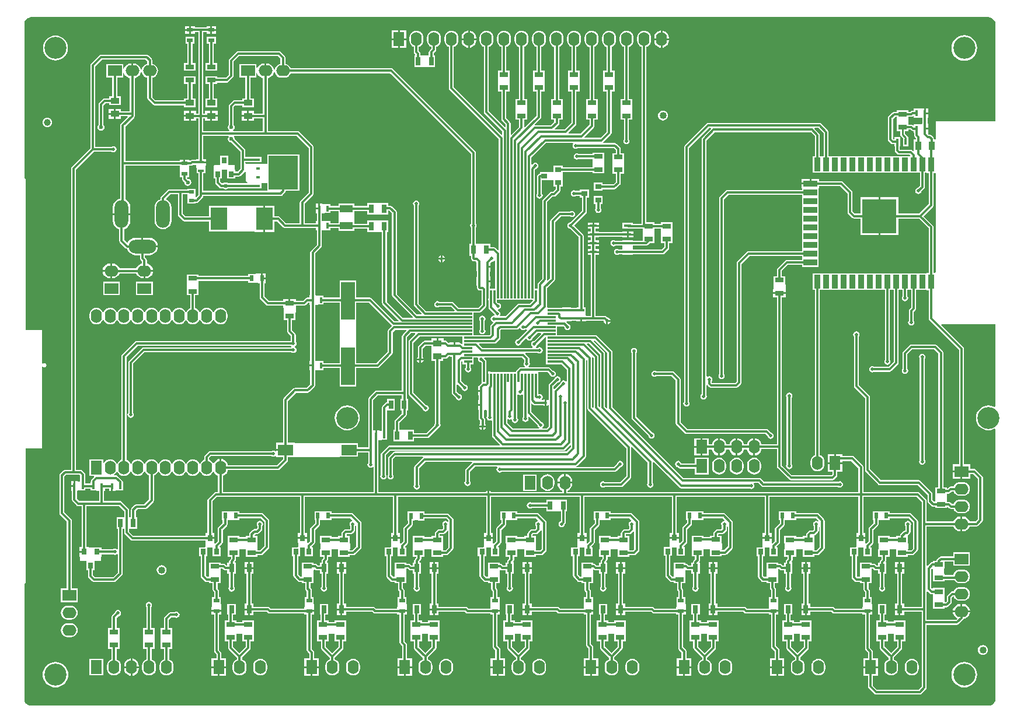
<source format=gtl>
G04*
G04 #@! TF.GenerationSoftware,Altium Limited,CircuitStudio,1.5.2 (1.5.2.30)*
G04*
G04 Layer_Physical_Order=1*
G04 Layer_Color=255*
%FSLAX25Y25*%
%MOIN*%
G70*
G01*
G75*
%ADD10R,0.09843X0.04724*%
%ADD11R,0.01575X0.03543*%
%ADD12R,0.05118X0.03543*%
%ADD13C,0.04000*%
%ADD14C,0.03937*%
%ADD15R,0.03543X0.03150*%
%ADD16R,0.02756X0.05118*%
%ADD17R,0.05118X0.02756*%
%ADD18R,0.02362X0.03543*%
%ADD19R,0.19685X0.19685*%
%ADD20R,0.07874X0.03543*%
%ADD21R,0.03543X0.07874*%
%ADD22R,0.03150X0.04724*%
%ADD23R,0.04724X0.01181*%
%ADD24R,0.01181X0.04724*%
%ADD25R,0.07480X0.04331*%
%ADD26R,0.04331X0.01575*%
%ADD27R,0.08622X0.06299*%
%ADD28R,0.03150X0.03543*%
%ADD29R,0.03543X0.01575*%
%ADD30R,0.03150X0.01969*%
%ADD31R,0.09449X0.12992*%
%ADD32R,0.03543X0.02362*%
%ADD33R,0.16811X0.19291*%
%ADD34R,0.02402X0.01614*%
%ADD35R,0.03543X0.05118*%
%ADD36R,0.07874X0.21654*%
%ADD37C,0.01181*%
%ADD38C,0.01000*%
%ADD39O,0.07874X0.06299*%
%ADD40R,0.07874X0.06299*%
%ADD41O,0.06299X0.07874*%
%ADD42R,0.06299X0.07874*%
%ADD43O,0.07874X0.15748*%
%ADD44O,0.15748X0.07874*%
%ADD45C,0.01969*%
%ADD46C,0.02362*%
%ADD47C,0.12598*%
G36*
X498032Y336024D02*
Y332874D01*
Y328543D01*
X500065D01*
Y326575D01*
X500165Y326073D01*
X500450Y325647D01*
X501575Y324522D01*
Y319882D01*
X504724D01*
Y325000D01*
X504423D01*
X504362Y325306D01*
X504078Y325731D01*
X502691Y327118D01*
Y328543D01*
X504724D01*
Y329304D01*
X505914D01*
X506290Y328928D01*
X506746Y328623D01*
X507283Y328516D01*
X507874D01*
Y327362D01*
X508044D01*
Y326181D01*
X508151Y325643D01*
X508455Y325188D01*
X509028Y324615D01*
Y323622D01*
X507874D01*
Y317261D01*
X507374Y317054D01*
X506899Y317529D01*
X506443Y317833D01*
X505905Y317940D01*
X499830D01*
Y319882D01*
X500000D01*
Y325000D01*
X496850D01*
Y323846D01*
X496251D01*
X495893Y324204D01*
Y335442D01*
X497235Y336784D01*
X498032D01*
Y336024D01*
D02*
G37*
G36*
X456312Y327331D02*
Y314173D01*
X454121D01*
Y326220D01*
X454014Y326758D01*
X453710Y327214D01*
X451098Y329826D01*
X451289Y330288D01*
X453355D01*
X456312Y327331D01*
D02*
G37*
G36*
X520488Y247957D02*
X519988Y247457D01*
X519122D01*
Y273622D01*
X519015Y274160D01*
X518710Y274616D01*
X513404Y279921D01*
X518710Y285227D01*
X519015Y285683D01*
X519122Y286221D01*
Y304512D01*
X520488D01*
X520488Y247957D01*
D02*
G37*
G36*
X507736Y336989D02*
X507874Y336873D01*
Y336221D01*
X512386D01*
Y336008D01*
X512768D01*
Y332693D01*
X512386D01*
X512173Y332480D01*
X507874D01*
Y332025D01*
X507736Y331909D01*
X507374Y331779D01*
X507034Y332007D01*
X506496Y332114D01*
X504724D01*
Y332874D01*
Y336024D01*
Y336784D01*
X506496D01*
X507034Y336891D01*
X507374Y337118D01*
X507736Y336989D01*
D02*
G37*
G36*
X551421Y393600D02*
X552379Y393203D01*
X553202Y392572D01*
X553833Y391749D01*
X554229Y390792D01*
X554360Y389797D01*
X554331Y389764D01*
X554331D01*
X554336Y334606D01*
X553982Y334252D01*
X520488D01*
Y324188D01*
X520135Y323835D01*
X519318D01*
Y324016D01*
X519211Y324553D01*
X518907Y325009D01*
X517726Y326190D01*
X517270Y326495D01*
X516732Y326602D01*
X516330D01*
X516187Y326745D01*
X515961Y327150D01*
X515961D01*
X515961Y327150D01*
Y329421D01*
X514173D01*
Y330421D01*
X515961D01*
Y332693D01*
X515578D01*
Y336008D01*
X515961D01*
Y338280D01*
X514173D01*
Y338779D01*
X513673D01*
Y341551D01*
X512386D01*
X512173Y341339D01*
X507874D01*
Y340184D01*
X507087D01*
X506549Y340077D01*
X506093Y339773D01*
X505914Y339594D01*
X504724D01*
Y340354D01*
X498032D01*
Y339594D01*
X496654D01*
X496116Y339487D01*
X495660Y339182D01*
X493495Y337017D01*
X493190Y336561D01*
X493083Y336024D01*
Y323622D01*
X493190Y323084D01*
X493495Y322629D01*
X494676Y321447D01*
X495132Y321143D01*
X495669Y321036D01*
X496850D01*
Y319882D01*
X497020D01*
Y317323D01*
X497127Y316785D01*
X497432Y316329D01*
X498219Y315542D01*
X498675Y315237D01*
X499213Y315130D01*
X505324D01*
X505819Y314635D01*
X505627Y314173D01*
X459122D01*
Y327913D01*
X459015Y328451D01*
X458710Y328907D01*
X454930Y332686D01*
X454475Y332991D01*
X453937Y333098D01*
X390354D01*
X389817Y332991D01*
X389361Y332686D01*
X376959Y320285D01*
X376655Y319829D01*
X376548Y319291D01*
Y173921D01*
X376284Y173526D01*
X376146Y172835D01*
X376284Y172143D01*
X376676Y171557D01*
X377261Y171166D01*
X377953Y171028D01*
X378644Y171166D01*
X379230Y171557D01*
X379622Y172143D01*
X379759Y172835D01*
X379622Y173526D01*
X379358Y173921D01*
Y318709D01*
X390936Y330288D01*
X391821D01*
X392012Y329826D01*
X386999Y324812D01*
X386694Y324357D01*
X386587Y323819D01*
Y178095D01*
X386518Y178049D01*
X386126Y177463D01*
X385989Y176772D01*
X386126Y176080D01*
X386518Y175494D01*
X387104Y175103D01*
X387795Y174965D01*
X388487Y175103D01*
X389073Y175494D01*
X389464Y176080D01*
X389602Y176772D01*
X389464Y177463D01*
X389397Y177563D01*
Y183188D01*
X389897Y183340D01*
X389951Y183258D01*
X391132Y182077D01*
X391588Y181773D01*
X392126Y181666D01*
X406299D01*
X406837Y181773D01*
X407293Y182077D01*
X409064Y183849D01*
X409369Y184305D01*
X409476Y184843D01*
Y252568D01*
X413987Y257079D01*
X444016D01*
Y255925D01*
X444055D01*
Y254889D01*
X435374D01*
X434836Y254782D01*
X434381Y254478D01*
X430109Y250206D01*
X429804Y249750D01*
X429697Y249213D01*
Y245472D01*
X427756D01*
Y241142D01*
Y238417D01*
X427543Y238205D01*
Y236327D01*
X431102D01*
X434661D01*
Y238205D01*
Y240929D01*
X434449Y241142D01*
Y245472D01*
X432507D01*
Y248631D01*
X435956Y252079D01*
X444055D01*
Y250925D01*
X453504D01*
Y256043D01*
X453465D01*
Y260925D01*
X453504D01*
Y265925D01*
Y270925D01*
Y275925D01*
Y280925D01*
Y285925D01*
Y290925D01*
Y295713D01*
X453717D01*
Y297079D01*
X465698D01*
X470052Y292725D01*
Y282087D01*
X470159Y281549D01*
X470463Y281093D01*
X472629Y278928D01*
X473084Y278623D01*
X473622Y278516D01*
X477346D01*
Y269079D01*
X487689D01*
Y279921D01*
Y290764D01*
X477346D01*
Y281326D01*
X474204D01*
X472862Y282669D01*
Y293307D01*
X472755Y293845D01*
X472450Y294301D01*
X467273Y299478D01*
X466817Y299782D01*
X466280Y299889D01*
X453717D01*
Y301256D01*
X449279D01*
Y298484D01*
X448779D01*
Y297984D01*
X443843D01*
Y295713D01*
X444055D01*
Y294889D01*
X401358D01*
X400821Y294782D01*
X400365Y294478D01*
X397038Y291151D01*
X396733Y290695D01*
X396626Y290158D01*
Y189669D01*
X396363Y189274D01*
X396225Y188583D01*
X396363Y187891D01*
X396754Y187305D01*
X397340Y186914D01*
X398031Y186776D01*
X398723Y186914D01*
X399309Y187305D01*
X399700Y187891D01*
X399838Y188583D01*
X399700Y189274D01*
X399436Y189669D01*
Y289576D01*
X401940Y292079D01*
X444055D01*
Y290925D01*
Y285925D01*
Y280925D01*
Y275925D01*
Y270925D01*
Y265925D01*
Y261043D01*
X444016D01*
Y259889D01*
X413406D01*
X412868Y259782D01*
X412412Y259478D01*
X407077Y254143D01*
X406773Y253687D01*
X406666Y253150D01*
Y185424D01*
X405717Y184476D01*
X392708D01*
X392350Y184834D01*
Y185528D01*
X392614Y185923D01*
X392751Y186614D01*
X392614Y187305D01*
X392222Y187891D01*
X391636Y188283D01*
X390945Y188420D01*
X390254Y188283D01*
X389897Y188045D01*
X389397Y188312D01*
Y323237D01*
X394086Y327926D01*
X449024D01*
X451312Y325639D01*
Y314173D01*
X450157D01*
Y304724D01*
X511312D01*
Y297157D01*
X510208Y296053D01*
X509742Y295960D01*
X509156Y295569D01*
X508764Y294983D01*
X508627Y294291D01*
X508764Y293600D01*
X509156Y293014D01*
X509742Y292622D01*
X510433Y292485D01*
X511124Y292622D01*
X511710Y293014D01*
X512102Y293600D01*
X512195Y294066D01*
X513710Y295581D01*
X514014Y296037D01*
X514121Y296575D01*
Y304724D01*
X514945D01*
Y304512D01*
X516312D01*
Y286802D01*
X510835Y281326D01*
X499031D01*
Y290764D01*
X488689D01*
Y279921D01*
Y269079D01*
X499031D01*
Y278516D01*
X510835D01*
X516312Y273040D01*
Y247457D01*
X514945D01*
Y247244D01*
X450157D01*
Y237795D01*
X451312D01*
Y143214D01*
X450810Y143006D01*
X449987Y142375D01*
X449356Y141552D01*
X448960Y140595D01*
X448824Y139567D01*
Y137992D01*
X448960Y136964D01*
X449356Y136007D01*
X449987Y135184D01*
X450810Y134553D01*
X451767Y134157D01*
X452795Y134021D01*
X453823Y134157D01*
X454781Y134553D01*
X455603Y135184D01*
X456234Y136007D01*
X456631Y136964D01*
X456766Y137992D01*
Y139567D01*
X456631Y140595D01*
X456234Y141552D01*
X455603Y142375D01*
X454781Y143006D01*
X454121Y143279D01*
Y237795D01*
X491312D01*
Y197740D01*
X491048Y197345D01*
X490910Y196653D01*
X491048Y195962D01*
X491439Y195376D01*
X492025Y194985D01*
X492717Y194847D01*
X493408Y194985D01*
X493994Y195376D01*
X494385Y195962D01*
X494523Y196653D01*
X494385Y197345D01*
X494122Y197740D01*
Y237795D01*
X496312D01*
Y196724D01*
X493316Y193728D01*
X485141D01*
X484746Y193992D01*
X484055Y194129D01*
X483364Y193992D01*
X482778Y193600D01*
X482386Y193014D01*
X482249Y192323D01*
X482386Y191632D01*
X482778Y191045D01*
X483364Y190654D01*
X484055Y190516D01*
X484746Y190654D01*
X485141Y190918D01*
X493898D01*
X494435Y191025D01*
X494891Y191329D01*
X498710Y195148D01*
X499015Y195604D01*
X499122Y196142D01*
Y237795D01*
X501351D01*
Y234157D01*
X501087Y233762D01*
X500949Y233071D01*
X501087Y232380D01*
X501479Y231794D01*
X502065Y231402D01*
X502756Y231264D01*
X503447Y231402D01*
X504033Y231794D01*
X504425Y232380D01*
X504562Y233071D01*
X504425Y233762D01*
X504161Y234157D01*
Y237795D01*
X506312D01*
Y227787D01*
X505306Y226781D01*
X505001Y226325D01*
X504894Y225787D01*
Y220181D01*
X504630Y219786D01*
X504493Y219094D01*
X504630Y218403D01*
X505022Y217817D01*
X505608Y217426D01*
X506299Y217288D01*
X506990Y217426D01*
X507577Y217817D01*
X507968Y218403D01*
X508106Y219094D01*
X507968Y219786D01*
X507704Y220181D01*
Y225205D01*
X508710Y226211D01*
X509015Y226667D01*
X509122Y227205D01*
Y237795D01*
X514945D01*
Y237583D01*
X516312D01*
Y221457D01*
X516419Y220919D01*
X516723Y220463D01*
X533634Y203552D01*
Y138087D01*
X530102D01*
Y134437D01*
X535039D01*
Y133937D01*
X535539D01*
Y129787D01*
X539976D01*
Y132532D01*
X541859D01*
X544461Y129930D01*
Y106684D01*
X543119Y105342D01*
X539736D01*
X539452Y106030D01*
X538786Y106896D01*
X537920Y107562D01*
X536910Y107980D01*
X535827Y108122D01*
X535539D01*
Y103937D01*
Y99752D01*
X535827D01*
X536910Y99894D01*
X537920Y100312D01*
X538786Y100978D01*
X539452Y101844D01*
X539736Y102532D01*
X543701D01*
X544238Y102639D01*
X544694Y102944D01*
X546860Y105109D01*
X547164Y105565D01*
X547271Y106102D01*
Y130512D01*
X547164Y131050D01*
X546860Y131505D01*
X543434Y134931D01*
X542979Y135235D01*
X542441Y135342D01*
X539976D01*
Y138087D01*
X536444D01*
Y204134D01*
X536337Y204672D01*
X536033Y205127D01*
X523512Y217648D01*
X523703Y218110D01*
X554337D01*
Y218110D01*
X554346D01*
X554350Y171055D01*
X553850Y170755D01*
X553119Y171146D01*
X551783Y171551D01*
X550394Y171688D01*
X549005Y171551D01*
X547669Y171146D01*
X546438Y170488D01*
X545359Y169602D01*
X544473Y168523D01*
X543815Y167292D01*
X543410Y165956D01*
X543273Y164567D01*
X543410Y163178D01*
X543815Y161842D01*
X544473Y160611D01*
X545359Y159532D01*
X546438Y158646D01*
X547669Y157988D01*
X549005Y157583D01*
X550394Y157446D01*
X551783Y157583D01*
X553119Y157988D01*
X553851Y158379D01*
X554351Y158080D01*
X554365Y3937D01*
X554229Y2909D01*
X553833Y1952D01*
X553202Y1129D01*
X552379Y498D01*
X551421Y101D01*
X550427Y-30D01*
X550394Y-0D01*
Y-0D01*
X3937Y-34D01*
X2909Y101D01*
X1952Y498D01*
X1129Y1129D01*
X498Y1952D01*
X101Y2909D01*
X-30Y3903D01*
X0Y3937D01*
X0D01*
X-6Y69936D01*
X67Y69950D01*
X458Y70211D01*
X719Y70602D01*
X810Y71063D01*
Y147228D01*
X10055D01*
Y193698D01*
X10555Y193850D01*
X10566Y193833D01*
X10956Y193572D01*
X11417Y193481D01*
X11787Y193554D01*
X11878Y193572D01*
X12269Y193833D01*
X12530Y194224D01*
X12622Y194685D01*
Y194685D01*
X12530Y195146D01*
X12269Y195537D01*
X11878Y195798D01*
X11417Y195889D01*
X10956Y195798D01*
X10800Y195693D01*
X10566Y195537D01*
X10566Y195537D01*
X10555Y195521D01*
X10055Y195672D01*
Y214783D01*
X810D01*
Y300590D01*
X719Y301051D01*
X458Y301442D01*
X67Y301703D01*
X-26Y301722D01*
X-34Y389764D01*
X101Y390792D01*
X498Y391749D01*
X1129Y392572D01*
X1952Y393203D01*
X2909Y393600D01*
X3449Y393671D01*
X3937Y393701D01*
Y393701D01*
X550394Y393735D01*
X551421Y393600D01*
D02*
G37*
%LPC*%
G36*
X127728Y82102D02*
X125654D01*
Y79240D01*
X127728D01*
Y82102D01*
D02*
G37*
G36*
X180484D02*
X178409D01*
Y79240D01*
X180484D01*
Y82102D01*
D02*
G37*
G36*
X445642D02*
X443567D01*
Y79240D01*
X445642D01*
Y82102D01*
D02*
G37*
G36*
X286587D02*
X284512D01*
Y79240D01*
X286587D01*
Y82102D01*
D02*
G37*
G36*
X339933Y54618D02*
X337858D01*
Y51756D01*
X339933D01*
Y54618D01*
D02*
G37*
G36*
X130803Y82102D02*
X128728D01*
Y79240D01*
X130803D01*
Y82102D01*
D02*
G37*
G36*
X183559D02*
X181484D01*
Y79240D01*
X183559D01*
Y82102D01*
D02*
G37*
G36*
X448716D02*
X446642D01*
Y79240D01*
X448716D01*
Y82102D01*
D02*
G37*
G36*
X233437D02*
X231362D01*
Y79240D01*
X233437D01*
Y82102D01*
D02*
G37*
G36*
X289661D02*
X287587D01*
Y79240D01*
X289661D01*
Y82102D01*
D02*
G37*
G36*
X343008D02*
X340933D01*
Y79240D01*
X343008D01*
Y82102D01*
D02*
G37*
G36*
X499185D02*
X497110D01*
Y79240D01*
X499185D01*
Y82102D01*
D02*
G37*
G36*
X339933D02*
X337858D01*
Y79240D01*
X339933D01*
Y82102D01*
D02*
G37*
G36*
X535827Y58122D02*
X535539D01*
Y54437D01*
X539946D01*
X539870Y55020D01*
X539452Y56030D01*
X538786Y56897D01*
X537920Y57562D01*
X536910Y57980D01*
X535827Y58122D01*
D02*
G37*
G36*
X78347Y80370D02*
X77619Y80275D01*
X76941Y79994D01*
X76358Y79547D01*
X75912Y78965D01*
X75631Y78287D01*
X75535Y77559D01*
X75631Y76831D01*
X75912Y76153D01*
X76358Y75571D01*
X76941Y75124D01*
X77619Y74843D01*
X78347Y74748D01*
X79074Y74843D01*
X79752Y75124D01*
X80335Y75571D01*
X80781Y76153D01*
X81062Y76831D01*
X81158Y77559D01*
X81062Y78287D01*
X80781Y78965D01*
X80335Y79547D01*
X79752Y79994D01*
X79074Y80275D01*
X78347Y80370D01*
D02*
G37*
G36*
X445642Y54618D02*
X443567D01*
Y51756D01*
X445642D01*
Y54618D01*
D02*
G37*
G36*
X392689Y54618D02*
X390614D01*
Y51756D01*
X392689D01*
Y54618D01*
D02*
G37*
G36*
X499185Y54618D02*
X497110D01*
Y51756D01*
X499185D01*
Y54618D01*
D02*
G37*
G36*
X502260Y82102D02*
X500185D01*
Y79240D01*
X502260D01*
Y82102D01*
D02*
G37*
G36*
X534539Y58122D02*
X534252D01*
X533169Y57980D01*
X532159Y57562D01*
X531292Y56897D01*
X530627Y56030D01*
X530209Y55020D01*
X530132Y54437D01*
X534539D01*
Y58122D01*
D02*
G37*
G36*
X236512Y82102D02*
X234437D01*
Y79240D01*
X236512D01*
Y82102D01*
D02*
G37*
G36*
X534539Y133437D02*
X530102D01*
Y129787D01*
X534539D01*
Y133437D01*
D02*
G37*
G36*
X396614Y141766D02*
X395586Y141631D01*
X394629Y141234D01*
X393806Y140603D01*
X393175Y139781D01*
X392778Y138823D01*
X392643Y137795D01*
Y136221D01*
X392778Y135193D01*
X393175Y134235D01*
X393806Y133413D01*
X394629Y132782D01*
X395586Y132385D01*
X396614Y132249D01*
X397642Y132385D01*
X398600Y132782D01*
X399422Y133413D01*
X400053Y134235D01*
X400450Y135193D01*
X400585Y136221D01*
Y137795D01*
X400450Y138823D01*
X400053Y139781D01*
X399422Y140603D01*
X398600Y141234D01*
X397642Y141631D01*
X396614Y141766D01*
D02*
G37*
G36*
X406614D02*
X405586Y141631D01*
X404629Y141234D01*
X403806Y140603D01*
X403175Y139781D01*
X402778Y138823D01*
X402643Y137795D01*
Y136221D01*
X402778Y135193D01*
X403175Y134235D01*
X403806Y133413D01*
X404629Y132782D01*
X405586Y132385D01*
X406614Y132249D01*
X407642Y132385D01*
X408600Y132782D01*
X409422Y133413D01*
X410053Y134235D01*
X410450Y135193D01*
X410585Y136221D01*
Y137795D01*
X410450Y138823D01*
X410053Y139781D01*
X409422Y140603D01*
X408600Y141234D01*
X407642Y141631D01*
X406614Y141766D01*
D02*
G37*
G36*
X28043Y128362D02*
X26756D01*
Y126091D01*
X28043D01*
Y128362D01*
D02*
G37*
G36*
X308083Y132466D02*
X307499Y132389D01*
X306490Y131971D01*
X305623Y131306D01*
X304958Y130439D01*
X304540Y129430D01*
X304397Y128347D01*
Y128059D01*
X308083D01*
Y132466D01*
D02*
G37*
G36*
X309083Y132466D02*
Y128059D01*
X312768D01*
Y128347D01*
X312626Y129430D01*
X312207Y130439D01*
X311542Y131306D01*
X310675Y131971D01*
X309666Y132389D01*
X309083Y132466D01*
D02*
G37*
G36*
X390551Y141732D02*
X382677D01*
Y138413D01*
X374991D01*
X374990Y138414D01*
X374897Y138880D01*
X374506Y139466D01*
X373920Y139858D01*
X373228Y139995D01*
X372537Y139858D01*
X371951Y139466D01*
X371560Y138880D01*
X371422Y138189D01*
X371560Y137498D01*
X371951Y136912D01*
X372537Y136520D01*
X373003Y136427D01*
X373416Y136014D01*
X373872Y135710D01*
X374410Y135603D01*
X382677D01*
Y132283D01*
X390551D01*
Y141732D01*
D02*
G37*
G36*
X462295Y143717D02*
X458646D01*
Y139279D01*
X462295D01*
Y143717D01*
D02*
G37*
G36*
X386114Y147453D02*
X382465D01*
Y143016D01*
X386114D01*
Y147453D01*
D02*
G37*
G36*
X416614Y141766D02*
X415586Y141631D01*
X414629Y141234D01*
X413806Y140603D01*
X413175Y139781D01*
X412779Y138823D01*
X412643Y137795D01*
Y136221D01*
X412779Y135193D01*
X413175Y134235D01*
X413806Y133413D01*
X414629Y132782D01*
X415586Y132385D01*
X416614Y132249D01*
X417642Y132385D01*
X418600Y132782D01*
X419422Y133413D01*
X420053Y134235D01*
X420450Y135193D01*
X420585Y136221D01*
Y137795D01*
X420450Y138823D01*
X420053Y139781D01*
X419422Y140603D01*
X418600Y141234D01*
X417642Y141631D01*
X416614Y141766D01*
D02*
G37*
G36*
X436614Y178972D02*
X435923Y178834D01*
X435337Y178443D01*
X434945Y177857D01*
X434808Y177165D01*
X434945Y176474D01*
X435209Y176079D01*
Y138094D01*
X434945Y137699D01*
X434808Y137008D01*
X434945Y136317D01*
X435337Y135731D01*
X435923Y135339D01*
X436614Y135202D01*
X437305Y135339D01*
X437891Y135731D01*
X438283Y136317D01*
X438420Y137008D01*
X438283Y137699D01*
X438019Y138094D01*
Y176079D01*
X438283Y176474D01*
X438420Y177165D01*
X438283Y177857D01*
X437891Y178443D01*
X437305Y178834D01*
X436614Y178972D01*
D02*
G37*
G36*
X512598Y201216D02*
X511907Y201078D01*
X511321Y200687D01*
X510930Y200101D01*
X510792Y199409D01*
X510930Y198718D01*
X511194Y198323D01*
Y140653D01*
X510930Y140258D01*
X510792Y139567D01*
X510930Y138876D01*
X511321Y138290D01*
X511907Y137898D01*
X512598Y137761D01*
X513290Y137898D01*
X513876Y138290D01*
X514267Y138876D01*
X514405Y139567D01*
X514267Y140258D01*
X514003Y140653D01*
Y198323D01*
X514267Y198718D01*
X514405Y199409D01*
X514267Y200101D01*
X513876Y200687D01*
X513290Y201078D01*
X512598Y201216D01*
D02*
G37*
G36*
X292520Y132283D02*
X284646D01*
Y122835D01*
X292520D01*
Y132283D01*
D02*
G37*
G36*
X224606Y111221D02*
X222638D01*
Y111024D01*
X218701D01*
Y105905D01*
X219068D01*
Y104519D01*
X216723Y102174D01*
X216419Y101719D01*
X216312Y101181D01*
Y94086D01*
X215023Y92797D01*
X214445Y92927D01*
X214386Y93094D01*
Y95366D01*
X209236D01*
Y93094D01*
Y90976D01*
X209055Y90551D01*
X208576Y90551D01*
X205709D01*
Y85433D01*
X206666D01*
Y74213D01*
X206773Y73675D01*
X207077Y73219D01*
X209046Y71251D01*
X209502Y70946D01*
X210039Y70839D01*
X211417D01*
Y70079D01*
X213359D01*
Y66732D01*
X213466Y66195D01*
X213770Y65739D01*
X214146Y65363D01*
Y62008D01*
X212992D01*
Y58071D01*
Y56468D01*
X212839Y56315D01*
X212779D01*
Y55539D01*
X200779D01*
X200206Y56112D01*
X199750Y56416D01*
X199213Y56523D01*
X183559D01*
Y58480D01*
X182389D01*
Y75378D01*
X183559D01*
Y78240D01*
X180984D01*
X178409D01*
Y75378D01*
X179579D01*
Y58480D01*
X178409D01*
Y55618D01*
X180984D01*
Y55118D01*
X181484D01*
Y51756D01*
X183559D01*
Y53713D01*
X198631D01*
X199203Y53140D01*
X199659Y52836D01*
X200197Y52729D01*
X212779D01*
Y51953D01*
X214146D01*
Y36220D01*
X214253Y35683D01*
X214558Y35227D01*
X215721Y34064D01*
Y26984D01*
X212976D01*
Y22547D01*
X217126D01*
X221276D01*
Y26984D01*
X218531D01*
Y34646D01*
X218424Y35183D01*
X218119Y35639D01*
X216956Y36802D01*
Y51953D01*
X218323D01*
Y53634D01*
X215551D01*
Y54634D01*
X218323D01*
Y56315D01*
Y58055D01*
X218110Y58268D01*
Y62008D01*
X216956D01*
Y65945D01*
X216849Y66483D01*
X216545Y66938D01*
X216169Y67314D01*
Y70079D01*
X218110D01*
Y74409D01*
Y77559D01*
Y78319D01*
X218906D01*
X219479Y77747D01*
X219935Y77442D01*
X220472Y77335D01*
X221575D01*
Y75590D01*
X222532D01*
Y68133D01*
X222268Y67738D01*
X222131Y67047D01*
X222268Y66356D01*
X222660Y65770D01*
X223246Y65378D01*
X223937Y65241D01*
X224628Y65378D01*
X225214Y65770D01*
X225606Y66356D01*
X225743Y67047D01*
X225606Y67738D01*
X225342Y68133D01*
Y75590D01*
X226299D01*
Y81890D01*
X225726D01*
X225518Y82390D01*
X226190Y83062D01*
X226495Y83517D01*
X226602Y84055D01*
Y85236D01*
X228543D01*
Y89567D01*
X232283D01*
Y85236D01*
X238976D01*
Y85997D01*
X240945D01*
X241482Y86104D01*
X241938Y86408D01*
X244497Y88967D01*
X244802Y89423D01*
X244909Y89961D01*
Y106496D01*
X244802Y107034D01*
X244497Y107490D01*
X242529Y109458D01*
X242073Y109763D01*
X241535Y109870D01*
X228543D01*
Y111024D01*
X224606D01*
Y111221D01*
D02*
G37*
G36*
X275590Y111221D02*
Y111221D01*
X271654D01*
Y106102D01*
X272217D01*
Y104519D01*
X269873Y102174D01*
X269568Y101719D01*
X269461Y101181D01*
Y94086D01*
X268172Y92797D01*
X267595Y92927D01*
X267535Y93094D01*
Y95366D01*
X262386D01*
Y93094D01*
Y90976D01*
X262205Y90551D01*
X261726Y90551D01*
X258858D01*
Y85433D01*
X259816D01*
Y74213D01*
X259923Y73675D01*
X260227Y73219D01*
X262195Y71251D01*
X262651Y70946D01*
X263189Y70839D01*
X264567D01*
Y70079D01*
X266508D01*
Y66732D01*
X266615Y66195D01*
X266920Y65739D01*
X267296Y65363D01*
Y62008D01*
X266142D01*
Y58071D01*
Y56468D01*
X265988Y56315D01*
X265929D01*
Y55539D01*
X253535D01*
X252962Y56112D01*
X252506Y56416D01*
X251969Y56523D01*
X236512D01*
Y58480D01*
X235342D01*
Y75378D01*
X236512D01*
Y78240D01*
X233937D01*
X231362D01*
Y75378D01*
X232532D01*
Y58480D01*
X231362D01*
Y55618D01*
X233937D01*
Y55118D01*
X234437D01*
Y51756D01*
X236512D01*
Y53713D01*
X251387D01*
X251959Y53140D01*
X252415Y52836D01*
X252953Y52729D01*
X265929D01*
Y51953D01*
X267296D01*
Y33858D01*
X267403Y33321D01*
X267707Y32865D01*
X268871Y31701D01*
Y26984D01*
X266126D01*
Y22547D01*
X270276D01*
X274425D01*
Y26984D01*
X271680D01*
Y32283D01*
X271574Y32821D01*
X271269Y33277D01*
X270106Y34440D01*
Y51953D01*
X271472D01*
Y53634D01*
X268701D01*
Y54634D01*
X271472D01*
Y56315D01*
Y58055D01*
X271260Y58268D01*
Y62008D01*
X270106D01*
Y65945D01*
X269999Y66483D01*
X269694Y66938D01*
X269318Y67314D01*
Y70079D01*
X271260D01*
Y74409D01*
Y77424D01*
X271460Y77592D01*
X271499Y77612D01*
X271760Y77670D01*
X272100Y77442D01*
X272638Y77335D01*
X274724D01*
Y75590D01*
X275682D01*
Y68133D01*
X275418Y67738D01*
X275280Y67047D01*
X275418Y66356D01*
X275809Y65770D01*
X276395Y65378D01*
X277087Y65241D01*
X277778Y65378D01*
X278364Y65770D01*
X278755Y66356D01*
X278893Y67047D01*
X278755Y67738D01*
X278492Y68133D01*
Y75590D01*
X279449D01*
Y81890D01*
X279215D01*
X279024Y82352D01*
X279143Y82471D01*
X279448Y82927D01*
X279555Y83465D01*
Y85236D01*
X281496D01*
Y89567D01*
X285236D01*
Y85236D01*
X291929D01*
Y85997D01*
X295079D01*
X295616Y86104D01*
X296072Y86408D01*
X297647Y87983D01*
X297952Y88439D01*
X298059Y88976D01*
Y104724D01*
X297952Y105262D01*
X297647Y105718D01*
X293710Y109655D01*
X293254Y109959D01*
X292717Y110066D01*
X281496D01*
Y111221D01*
X275787D01*
Y111221D01*
X275590D01*
D02*
G37*
G36*
X434646D02*
Y111221D01*
X430709D01*
Y106102D01*
X431272D01*
Y104519D01*
X428928Y102174D01*
X428623Y101719D01*
X428516Y101181D01*
Y94086D01*
X427227Y92797D01*
X426650Y92927D01*
X426591Y93094D01*
Y95366D01*
X421441D01*
Y93094D01*
Y90976D01*
X421260Y90551D01*
X420781Y90551D01*
X417913D01*
Y85433D01*
X418871D01*
Y73622D01*
X418978Y73084D01*
X419282Y72629D01*
X420660Y71251D01*
X421116Y70946D01*
X421654Y70839D01*
X423622D01*
Y70079D01*
X425564D01*
Y67323D01*
X425670Y66785D01*
X425975Y66329D01*
X426351Y65953D01*
Y62008D01*
X425197D01*
Y58071D01*
Y56468D01*
X425043Y56315D01*
X424984D01*
Y55539D01*
X412590D01*
X412017Y56112D01*
X411561Y56416D01*
X411024Y56523D01*
X395764D01*
Y58480D01*
X394594D01*
Y75378D01*
X395764D01*
Y78240D01*
X393189D01*
X390614D01*
Y75378D01*
X391784D01*
Y58480D01*
X390614D01*
Y55618D01*
X393189D01*
Y55118D01*
X393689D01*
Y51756D01*
X395764D01*
Y53713D01*
X410442D01*
X411014Y53140D01*
X411470Y52836D01*
X412008Y52729D01*
X424984D01*
Y51953D01*
X426351D01*
Y33661D01*
X426458Y33124D01*
X426762Y32668D01*
X428320Y31111D01*
Y26984D01*
X425575D01*
Y22547D01*
X429724D01*
X433874D01*
Y26984D01*
X431129D01*
Y31693D01*
X431022Y32231D01*
X430718Y32686D01*
X429161Y34243D01*
Y51953D01*
X430528D01*
Y53634D01*
X427756D01*
Y54634D01*
X430528D01*
Y56315D01*
Y58055D01*
X430315Y58268D01*
Y62008D01*
X429161D01*
Y66535D01*
X429054Y67073D01*
X428749Y67529D01*
X428373Y67905D01*
Y70079D01*
X430315D01*
Y74409D01*
X430315D01*
Y77559D01*
X430315D01*
Y78084D01*
X430815Y78222D01*
X431290Y77747D01*
X431746Y77442D01*
X432283Y77335D01*
X433779D01*
Y75590D01*
X434737D01*
Y68133D01*
X434473Y67738D01*
X434335Y67047D01*
X434473Y66356D01*
X434864Y65770D01*
X435451Y65378D01*
X436142Y65241D01*
X436833Y65378D01*
X437419Y65770D01*
X437811Y66356D01*
X437948Y67047D01*
X437811Y67738D01*
X437547Y68133D01*
Y75590D01*
X438504D01*
Y81890D01*
X438270D01*
X438079Y82352D01*
X438198Y82471D01*
X438503Y82927D01*
X438610Y83465D01*
Y85236D01*
X440551D01*
Y89567D01*
X444291D01*
Y85236D01*
X450984D01*
Y85997D01*
X452756D01*
X453294Y86104D01*
X453749Y86408D01*
X456505Y89164D01*
X456810Y89620D01*
X456917Y90158D01*
Y105709D01*
X456810Y106246D01*
X456505Y106702D01*
X453552Y109655D01*
X453097Y109959D01*
X452559Y110066D01*
X440551D01*
Y111221D01*
X434842D01*
Y111221D01*
X434646D01*
D02*
G37*
G36*
X392689Y82102D02*
X390614D01*
Y79240D01*
X392689D01*
Y82102D01*
D02*
G37*
G36*
X395764D02*
X393689D01*
Y79240D01*
X395764D01*
Y82102D01*
D02*
G37*
G36*
X328937Y111221D02*
Y111221D01*
X325000D01*
Y106102D01*
X325564D01*
Y104519D01*
X323219Y102174D01*
X322915Y101719D01*
X322808Y101181D01*
Y94086D01*
X321519Y92797D01*
X320942Y92927D01*
X320882Y93094D01*
X320882Y93094D01*
X320882Y93094D01*
X320882Y93094D01*
Y95366D01*
X315732D01*
Y93094D01*
X315732D01*
Y90976D01*
X315551Y90551D01*
X315072Y90551D01*
X312205D01*
Y85433D01*
X313162D01*
Y74409D01*
X313269Y73872D01*
X313574Y73416D01*
X315739Y71251D01*
X316195Y70946D01*
X316732Y70839D01*
X317913D01*
Y70079D01*
X319855D01*
Y66142D01*
X319962Y65604D01*
X320266Y65148D01*
X320642Y64772D01*
Y62008D01*
X319488D01*
Y58071D01*
Y56468D01*
X319335Y56315D01*
X319276D01*
Y55539D01*
X305897D01*
X305324Y56112D01*
X304868Y56416D01*
X304331Y56523D01*
X289661D01*
Y58480D01*
X288492D01*
Y75378D01*
X289661D01*
Y78240D01*
X287087D01*
X284512D01*
Y75378D01*
X285682D01*
Y58480D01*
X284512D01*
Y55618D01*
X287087D01*
Y55118D01*
X287587D01*
Y51756D01*
X289661D01*
Y53713D01*
X303749D01*
X304322Y53140D01*
X304777Y52836D01*
X305315Y52729D01*
X319276D01*
Y51953D01*
X320642D01*
Y34843D01*
X320749Y34305D01*
X321054Y33849D01*
X322020Y32883D01*
Y26984D01*
X319276D01*
Y22547D01*
X323425D01*
X327575D01*
Y26984D01*
X324830D01*
Y33465D01*
X324723Y34002D01*
X324419Y34458D01*
X323452Y35425D01*
Y51953D01*
X324819D01*
Y53634D01*
X322047D01*
Y54634D01*
X324819D01*
Y56315D01*
Y58055D01*
X324606Y58268D01*
Y62008D01*
X323452D01*
Y65354D01*
X323345Y65892D01*
X323041Y66348D01*
X322665Y66724D01*
Y70079D01*
X324606D01*
Y74409D01*
Y77559D01*
Y77621D01*
X325106Y77828D01*
X325188Y77747D01*
X325643Y77442D01*
X326181Y77335D01*
X328071D01*
Y75590D01*
X329028D01*
Y68133D01*
X328764Y67738D01*
X328627Y67047D01*
X328764Y66356D01*
X329156Y65770D01*
X329742Y65378D01*
X330433Y65241D01*
X331124Y65378D01*
X331710Y65770D01*
X332102Y66356D01*
X332239Y67047D01*
X332102Y67738D01*
X331838Y68133D01*
Y75590D01*
X332795D01*
Y81890D01*
X332418D01*
X332211Y82390D01*
X332489Y82668D01*
X332794Y83124D01*
X332901Y83661D01*
Y85236D01*
X334842D01*
Y89567D01*
X338583D01*
Y85236D01*
X345276D01*
Y85997D01*
X348031D01*
X348569Y86104D01*
X349025Y86408D01*
X350600Y87983D01*
X350904Y88439D01*
X351011Y88976D01*
Y105118D01*
X350904Y105656D01*
X350600Y106112D01*
X347057Y109655D01*
X346601Y109959D01*
X346063Y110066D01*
X334842D01*
Y111221D01*
X329134D01*
Y111221D01*
X328937D01*
D02*
G37*
G36*
X309842Y117913D02*
X298031D01*
Y115972D01*
X289669D01*
X289274Y116236D01*
X288583Y116373D01*
X287891Y116236D01*
X287305Y115844D01*
X286914Y115258D01*
X286776Y114567D01*
X286914Y113876D01*
X287305Y113290D01*
X287891Y112898D01*
X288583Y112761D01*
X289274Y112898D01*
X289669Y113162D01*
X298031D01*
Y111221D01*
X306272D01*
Y105660D01*
X306002Y105606D01*
X305416Y105214D01*
X305024Y104628D01*
X304887Y103937D01*
X305024Y103246D01*
X305416Y102660D01*
X306002Y102268D01*
X306693Y102131D01*
X307384Y102268D01*
X307970Y102660D01*
X308362Y103246D01*
X308454Y103712D01*
X308671Y103928D01*
X308975Y104384D01*
X309082Y104921D01*
Y111221D01*
X309842D01*
Y117913D01*
D02*
G37*
G36*
X475000Y214011D02*
X474309Y213874D01*
X473723Y213482D01*
X473331Y212896D01*
X473194Y212205D01*
X473331Y211513D01*
X473595Y211119D01*
Y182677D01*
X473702Y182140D01*
X474007Y181684D01*
X479894Y175796D01*
Y134646D01*
X480001Y134108D01*
X480306Y133652D01*
X487392Y126566D01*
X487848Y126261D01*
X488386Y126154D01*
X510048D01*
X515721Y120481D01*
Y116929D01*
X515828Y116392D01*
X516132Y115936D01*
X517904Y114164D01*
X518360Y113859D01*
X518898Y113752D01*
X519882D01*
Y112992D01*
X526575D01*
Y113752D01*
X527174D01*
X527983Y112944D01*
X528439Y112639D01*
X528976Y112532D01*
X530573D01*
X530813Y111951D01*
X531444Y111129D01*
X532267Y110498D01*
X533224Y110101D01*
X534252Y109966D01*
X535827D01*
X536855Y110101D01*
X537812Y110498D01*
X538635Y111129D01*
X539266Y111951D01*
X539662Y112909D01*
X539798Y113937D01*
X539662Y114965D01*
X539266Y115922D01*
X538635Y116745D01*
X537812Y117376D01*
X536855Y117773D01*
X535827Y117908D01*
X534252D01*
X533224Y117773D01*
X532267Y117376D01*
X531444Y116745D01*
X530813Y115922D01*
X530573Y115342D01*
X529558D01*
X528749Y116151D01*
X528294Y116455D01*
X527756Y116562D01*
X526575D01*
Y117323D01*
Y120472D01*
Y121233D01*
X527559D01*
X528097Y121340D01*
X528552Y121644D01*
X529440Y122532D01*
X530573D01*
X530813Y121951D01*
X531444Y121129D01*
X532267Y120498D01*
X533224Y120101D01*
X534252Y119966D01*
X535827D01*
X536855Y120101D01*
X537812Y120498D01*
X538635Y121129D01*
X539266Y121951D01*
X539662Y122909D01*
X539798Y123937D01*
X539662Y124965D01*
X539266Y125923D01*
X538635Y126745D01*
X537812Y127376D01*
X536855Y127773D01*
X535827Y127908D01*
X534252D01*
X533224Y127773D01*
X532267Y127376D01*
X531444Y126745D01*
X530813Y125923D01*
X530573Y125342D01*
X528858D01*
X528321Y125235D01*
X527865Y124931D01*
X527075Y124140D01*
X526575Y124279D01*
Y124803D01*
X524633D01*
Y201772D01*
X524526Y202309D01*
X524222Y202765D01*
X520875Y206112D01*
X520420Y206416D01*
X519882Y206523D01*
X506299D01*
X505762Y206416D01*
X505306Y206112D01*
X501762Y202568D01*
X501458Y202112D01*
X501351Y201575D01*
Y192622D01*
X501087Y192227D01*
X500949Y191535D01*
X501087Y190844D01*
X501479Y190258D01*
X502065Y189867D01*
X502756Y189729D01*
X503447Y189867D01*
X504033Y190258D01*
X504425Y190844D01*
X504562Y191535D01*
X504425Y192227D01*
X504161Y192622D01*
Y200993D01*
X506881Y203713D01*
X519300D01*
X521823Y201190D01*
Y124803D01*
X519882D01*
Y120472D01*
Y117323D01*
Y116798D01*
X519382Y116660D01*
X518531Y117511D01*
Y121063D01*
X518424Y121601D01*
X518119Y122056D01*
X511623Y128552D01*
X511168Y128857D01*
X510630Y128964D01*
X488968D01*
X482704Y135228D01*
Y176378D01*
X482597Y176916D01*
X482293Y177371D01*
X476405Y183259D01*
Y211119D01*
X476669Y211513D01*
X476806Y212205D01*
X476669Y212896D01*
X476277Y213482D01*
X475691Y213874D01*
X475000Y214011D01*
D02*
G37*
G36*
X298583Y132317D02*
X297555Y132182D01*
X296597Y131785D01*
X295775Y131154D01*
X295144Y130332D01*
X294747Y129374D01*
X294612Y128347D01*
Y126772D01*
X294747Y125744D01*
X295144Y124786D01*
X295775Y123964D01*
X296597Y123333D01*
X297555Y122936D01*
X298583Y122801D01*
X299610Y122936D01*
X300568Y123333D01*
X301391Y123964D01*
X302022Y124786D01*
X302418Y125744D01*
X302554Y126772D01*
Y128347D01*
X302418Y129374D01*
X302022Y130332D01*
X301391Y131154D01*
X300568Y131785D01*
X299610Y132182D01*
X298583Y132317D01*
D02*
G37*
G36*
X488189Y111221D02*
Y111221D01*
X484252D01*
Y106102D01*
X484816D01*
Y104519D01*
X482471Y102174D01*
X482167Y101719D01*
X482060Y101181D01*
Y94086D01*
X480771Y92797D01*
X480194Y92927D01*
X480134Y93094D01*
Y95366D01*
X474984D01*
Y93094D01*
Y90976D01*
X474803Y90551D01*
X474324Y90551D01*
X471457D01*
Y85433D01*
X472414D01*
Y73425D01*
X472521Y72887D01*
X472825Y72432D01*
X474007Y71251D01*
X474462Y70946D01*
X475000Y70839D01*
X477165D01*
Y70079D01*
X479107D01*
Y66339D01*
X479214Y65801D01*
X479518Y65345D01*
X479894Y64969D01*
Y62008D01*
X478740D01*
Y58071D01*
Y56468D01*
X478587Y56315D01*
X478528D01*
Y55539D01*
X462984D01*
X462411Y56112D01*
X461955Y56416D01*
X461417Y56523D01*
X448716D01*
Y58480D01*
X447547D01*
Y75378D01*
X448716D01*
Y78240D01*
X446142D01*
X443567D01*
Y75378D01*
X444737D01*
Y58480D01*
X443567D01*
Y55618D01*
X446142D01*
Y55118D01*
X446642D01*
Y51756D01*
X448716D01*
Y53713D01*
X460835D01*
X461408Y53140D01*
X461864Y52836D01*
X462402Y52729D01*
X478528D01*
Y51953D01*
X479894D01*
Y32677D01*
X480001Y32140D01*
X480306Y31684D01*
X481666Y30324D01*
Y26984D01*
X478921D01*
Y22547D01*
X483071D01*
X487220D01*
Y26984D01*
X484476D01*
Y30906D01*
X484369Y31443D01*
X484064Y31899D01*
X482704Y33259D01*
Y51953D01*
X484071D01*
Y53634D01*
X481299D01*
Y54634D01*
X484071D01*
Y56315D01*
Y58055D01*
X483858Y58268D01*
Y62008D01*
X482704D01*
Y65551D01*
X482597Y66089D01*
X482293Y66545D01*
X481917Y66921D01*
Y70079D01*
X483858D01*
Y74409D01*
Y77559D01*
Y78319D01*
X484457D01*
X485030Y77747D01*
X485486Y77442D01*
X486024Y77335D01*
X487323D01*
Y75590D01*
X488280D01*
Y68133D01*
X488016Y67738D01*
X487879Y67047D01*
X488016Y66356D01*
X488408Y65770D01*
X488994Y65378D01*
X489685Y65241D01*
X490376Y65378D01*
X490962Y65770D01*
X491354Y66356D01*
X491491Y67047D01*
X491354Y67738D01*
X491090Y68133D01*
Y75590D01*
X492047D01*
Y81890D01*
X491997D01*
X491819Y82390D01*
X492046Y82730D01*
X492153Y83268D01*
Y85236D01*
X494095D01*
Y89567D01*
X497835D01*
Y85236D01*
X504528D01*
Y85997D01*
X506890D01*
X507427Y86104D01*
X507883Y86408D01*
X509852Y88377D01*
X510156Y88832D01*
X510263Y89370D01*
Y105315D01*
X510156Y105853D01*
X509852Y106308D01*
X506505Y109655D01*
X506049Y109959D01*
X505512Y110066D01*
X494095D01*
Y111221D01*
X488386D01*
Y111221D01*
X488189D01*
D02*
G37*
G36*
X169488D02*
Y111221D01*
X165551D01*
Y106102D01*
X165918D01*
Y104519D01*
X163574Y102174D01*
X163269Y101719D01*
X163162Y101181D01*
Y94086D01*
X162133Y93057D01*
X161447Y93078D01*
X161433Y93094D01*
X161236Y93513D01*
Y95366D01*
X156087D01*
Y93094D01*
X156283D01*
Y90976D01*
X156102Y90551D01*
X155623Y90551D01*
X152559D01*
Y85433D01*
X153516D01*
Y74409D01*
X153623Y73872D01*
X153928Y73416D01*
X156093Y71251D01*
X156549Y70946D01*
X157087Y70839D01*
X158465D01*
Y70079D01*
X160406D01*
Y66929D01*
X160513Y66391D01*
X160818Y65936D01*
X161194Y65560D01*
Y62008D01*
X160039D01*
Y58071D01*
Y56468D01*
X159886Y56315D01*
X159827D01*
Y55539D01*
X140543D01*
X139970Y56112D01*
X139514Y56416D01*
X138976Y56523D01*
X130803D01*
Y58480D01*
X129633D01*
Y75378D01*
X130803D01*
Y78240D01*
X128228D01*
X125654D01*
Y75378D01*
X126823D01*
Y58480D01*
X125654D01*
Y55618D01*
X128228D01*
Y55118D01*
X128728D01*
Y51756D01*
X130803D01*
Y53713D01*
X138394D01*
X138967Y53140D01*
X139423Y52836D01*
X139961Y52729D01*
X159827D01*
Y51953D01*
X161194D01*
Y31890D01*
X161300Y31352D01*
X161605Y30896D01*
X162571Y29930D01*
Y26984D01*
X159827D01*
Y22547D01*
X163976D01*
X168126D01*
Y26984D01*
X165381D01*
Y30512D01*
X165274Y31049D01*
X164970Y31505D01*
X164003Y32472D01*
Y51953D01*
X165370D01*
Y53634D01*
X162598D01*
Y54634D01*
X165370D01*
Y56315D01*
Y58055D01*
X165157Y58268D01*
Y62008D01*
X164003D01*
Y66142D01*
X163896Y66679D01*
X163592Y67135D01*
X163216Y67511D01*
Y70079D01*
X165157D01*
Y74409D01*
X165157D01*
Y77559D01*
X165283Y77722D01*
X165888Y77794D01*
X165936Y77747D01*
X166392Y77442D01*
X166929Y77335D01*
X168622D01*
Y75590D01*
X169579D01*
Y68133D01*
X169315Y67738D01*
X169178Y67047D01*
X169315Y66356D01*
X169707Y65770D01*
X170293Y65378D01*
X170984Y65241D01*
X171676Y65378D01*
X172262Y65770D01*
X172653Y66356D01*
X172791Y67047D01*
X172653Y67738D01*
X172389Y68133D01*
Y75590D01*
X173346D01*
Y81890D01*
X172773D01*
X172566Y82390D01*
X173041Y82865D01*
X173345Y83321D01*
X173452Y83858D01*
Y85236D01*
X175394D01*
Y89567D01*
X179134D01*
Y85236D01*
X185827D01*
Y85997D01*
X187795D01*
X188333Y86104D01*
X188789Y86408D01*
X191938Y89558D01*
X192243Y90013D01*
X192350Y90551D01*
Y104331D01*
X192243Y104868D01*
X191938Y105324D01*
X187608Y109655D01*
X187152Y109959D01*
X186614Y110066D01*
X175394D01*
Y111221D01*
X169685D01*
Y111221D01*
X169488D01*
D02*
G37*
G36*
X381693D02*
Y111221D01*
X377756D01*
Y106102D01*
X378320D01*
Y104716D01*
X375975Y102371D01*
X375671Y101916D01*
X375564Y101378D01*
Y94283D01*
X374338Y93057D01*
X373652Y93078D01*
X373638Y93094D01*
Y93178D01*
Y93291D01*
X373638Y93594D01*
Y95563D01*
X368488D01*
Y93594D01*
X368488Y93291D01*
Y93193D01*
Y93094D01*
X368488Y92791D01*
Y90748D01*
X364961D01*
Y85630D01*
X365918D01*
Y74409D01*
X366025Y73872D01*
X366329Y73416D01*
X368495Y71251D01*
X368951Y70946D01*
X369488Y70839D01*
X370669D01*
Y70079D01*
X372611D01*
Y66732D01*
X372718Y66195D01*
X373022Y65739D01*
X373398Y65363D01*
Y62008D01*
X372244D01*
Y58071D01*
Y56468D01*
X372091Y56315D01*
X372031D01*
Y55539D01*
X360031D01*
X359458Y56112D01*
X359002Y56416D01*
X358465Y56523D01*
X343008D01*
Y58480D01*
X341838D01*
Y75378D01*
X343008D01*
Y78240D01*
X340433D01*
X337858D01*
Y75378D01*
X339028D01*
Y58480D01*
X337858D01*
Y55618D01*
X340433D01*
Y55118D01*
X340933D01*
Y51756D01*
X343008D01*
Y53713D01*
X357883D01*
X358455Y53140D01*
X358911Y52836D01*
X359449Y52729D01*
X372031D01*
Y51953D01*
X373398D01*
Y32874D01*
X373505Y32336D01*
X373810Y31881D01*
X375170Y30520D01*
Y26984D01*
X372425D01*
Y22547D01*
X376575D01*
X380724D01*
Y26984D01*
X377980D01*
Y31102D01*
X377873Y31640D01*
X377568Y32096D01*
X376208Y33456D01*
Y51953D01*
X377575D01*
Y53634D01*
X374803D01*
Y54634D01*
X377575D01*
Y56315D01*
Y58055D01*
X377362Y58268D01*
Y62008D01*
X376208D01*
Y65945D01*
X376101Y66483D01*
X375797Y66938D01*
X375421Y67314D01*
Y70079D01*
X377362D01*
Y74409D01*
Y77424D01*
X377562Y77592D01*
X377602Y77612D01*
X377862Y77670D01*
X378203Y77442D01*
X378740Y77335D01*
X380827D01*
Y75590D01*
X381784D01*
Y68133D01*
X381520Y67738D01*
X381383Y67047D01*
X381520Y66356D01*
X381912Y65770D01*
X382498Y65378D01*
X383189Y65241D01*
X383880Y65378D01*
X384466Y65770D01*
X384858Y66356D01*
X384995Y67047D01*
X384858Y67738D01*
X384594Y68133D01*
Y75590D01*
X385551D01*
Y81890D01*
X385501D01*
X385323Y82390D01*
X385550Y82730D01*
X385657Y83268D01*
Y85433D01*
X387598D01*
Y89567D01*
X391339D01*
Y85433D01*
X398031D01*
Y86194D01*
X400000D01*
X400538Y86300D01*
X400993Y86605D01*
X403946Y89558D01*
X404251Y90013D01*
X404358Y90551D01*
Y104921D01*
X404251Y105459D01*
X403946Y105915D01*
X400206Y109655D01*
X399750Y109959D01*
X399213Y110066D01*
X387598D01*
Y111221D01*
X381890D01*
Y111221D01*
X381693D01*
D02*
G37*
G36*
X286587Y54618D02*
X284512D01*
Y51756D01*
X286587D01*
Y54618D01*
D02*
G37*
G36*
X433874Y21547D02*
X430224D01*
Y17110D01*
X433874D01*
Y21547D01*
D02*
G37*
G36*
X60642Y21547D02*
X56956D01*
Y21260D01*
X57099Y20177D01*
X57517Y19167D01*
X58182Y18300D01*
X59049Y17635D01*
X60058Y17217D01*
X60642Y17140D01*
Y21547D01*
D02*
G37*
G36*
X429224Y21547D02*
X425575D01*
Y17110D01*
X429224D01*
Y21547D01*
D02*
G37*
G36*
X376075Y21547D02*
X372425D01*
Y17110D01*
X376075D01*
Y21547D01*
D02*
G37*
G36*
X380724D02*
X377075D01*
Y17110D01*
X380724D01*
Y21547D01*
D02*
G37*
G36*
X65327D02*
X61642D01*
Y17140D01*
X62225Y17217D01*
X63234Y17635D01*
X64101Y18300D01*
X64766Y19167D01*
X65184Y20177D01*
X65327Y21260D01*
Y21547D01*
D02*
G37*
G36*
X134646Y26806D02*
X133618Y26670D01*
X132660Y26274D01*
X131838Y25642D01*
X131207Y24820D01*
X130810Y23862D01*
X130675Y22835D01*
Y21260D01*
X130810Y20232D01*
X131207Y19274D01*
X131838Y18452D01*
X132660Y17821D01*
X133618Y17424D01*
X134646Y17289D01*
X135673Y17424D01*
X136631Y17821D01*
X137454Y18452D01*
X138085Y19274D01*
X138481Y20232D01*
X138617Y21260D01*
Y22835D01*
X138481Y23862D01*
X138085Y24820D01*
X137454Y25642D01*
X136631Y26274D01*
X135673Y26670D01*
X134646Y26806D01*
D02*
G37*
G36*
X173346Y58268D02*
X168622D01*
Y51968D01*
X169068D01*
Y48622D01*
X167126D01*
Y44291D01*
Y41142D01*
Y36811D01*
X169264D01*
Y33268D01*
X169371Y32730D01*
X169676Y32274D01*
X174382Y27568D01*
Y26514D01*
X173802Y26274D01*
X172979Y25642D01*
X172348Y24820D01*
X171952Y23862D01*
X171816Y22835D01*
Y21260D01*
X171952Y20232D01*
X172348Y19274D01*
X172979Y18452D01*
X173802Y17821D01*
X174760Y17424D01*
X175787Y17289D01*
X176815Y17424D01*
X177773Y17821D01*
X178595Y18452D01*
X179226Y19274D01*
X179623Y20232D01*
X179758Y21260D01*
Y22835D01*
X179623Y23862D01*
X179226Y24820D01*
X178595Y25642D01*
X177773Y26274D01*
X177192Y26514D01*
Y27568D01*
X181702Y32077D01*
X182007Y32533D01*
X182114Y33071D01*
Y36811D01*
X183858D01*
Y41142D01*
Y44291D01*
Y48622D01*
X177165D01*
Y47862D01*
X173819D01*
Y48622D01*
X171877D01*
Y51968D01*
X173346D01*
Y58268D01*
D02*
G37*
G36*
X120591D02*
X115866D01*
Y51968D01*
X116312D01*
Y48622D01*
X114370D01*
Y44291D01*
Y41142D01*
Y36811D01*
X116312D01*
Y33268D01*
X116419Y32730D01*
X116723Y32274D01*
X121430Y27568D01*
Y26514D01*
X120849Y26274D01*
X120027Y25642D01*
X119396Y24820D01*
X118999Y23862D01*
X118864Y22835D01*
Y21260D01*
X118999Y20232D01*
X119396Y19274D01*
X120027Y18452D01*
X120849Y17821D01*
X121807Y17424D01*
X122835Y17289D01*
X123862Y17424D01*
X124820Y17821D01*
X125643Y18452D01*
X126274Y19274D01*
X126670Y20232D01*
X126806Y21260D01*
Y22835D01*
X126670Y23862D01*
X126274Y24820D01*
X125643Y25642D01*
X124820Y26274D01*
X124240Y26514D01*
Y27568D01*
X128749Y32077D01*
X129054Y32533D01*
X129161Y33071D01*
Y36811D01*
X131102D01*
Y41142D01*
Y44291D01*
Y48622D01*
X124409D01*
Y47862D01*
X121063D01*
Y48622D01*
X119122D01*
Y51968D01*
X120591D01*
Y58268D01*
D02*
G37*
G36*
X53347Y54759D02*
X52655Y54622D01*
X52069Y54230D01*
X51678Y53644D01*
X51585Y53178D01*
X50188Y51781D01*
X49883Y51325D01*
X49776Y50787D01*
Y44291D01*
X47835D01*
Y39961D01*
Y36811D01*
Y32480D01*
X49737D01*
Y26514D01*
X49156Y26274D01*
X48334Y25642D01*
X47703Y24820D01*
X47306Y23862D01*
X47171Y22835D01*
Y21260D01*
X47306Y20232D01*
X47703Y19274D01*
X48334Y18452D01*
X49156Y17821D01*
X50114Y17424D01*
X51142Y17289D01*
X52170Y17424D01*
X53127Y17821D01*
X53950Y18452D01*
X54581Y19274D01*
X54977Y20232D01*
X55113Y21260D01*
Y22835D01*
X54977Y23862D01*
X54581Y24820D01*
X53950Y25642D01*
X53127Y26274D01*
X52547Y26514D01*
Y32480D01*
X54527D01*
Y36811D01*
Y39961D01*
Y44291D01*
X52586D01*
Y50205D01*
X53572Y51191D01*
X54038Y51284D01*
X54624Y51675D01*
X55015Y52262D01*
X55153Y52953D01*
X55015Y53644D01*
X54624Y54230D01*
X54038Y54622D01*
X53347Y54759D01*
D02*
G37*
G36*
X71063Y59287D02*
X70372Y59149D01*
X69786Y58758D01*
X69394Y58172D01*
X69257Y57480D01*
X69394Y56789D01*
X69658Y56394D01*
Y44291D01*
X67716D01*
Y39961D01*
Y36811D01*
Y32480D01*
X69737D01*
Y26514D01*
X69156Y26274D01*
X68334Y25642D01*
X67703Y24820D01*
X67306Y23862D01*
X67171Y22835D01*
Y21260D01*
X67306Y20232D01*
X67703Y19274D01*
X68334Y18452D01*
X69156Y17821D01*
X70114Y17424D01*
X71142Y17289D01*
X72170Y17424D01*
X73127Y17821D01*
X73950Y18452D01*
X74581Y19274D01*
X74977Y20232D01*
X75113Y21260D01*
Y22835D01*
X74977Y23862D01*
X74581Y24820D01*
X73950Y25642D01*
X73127Y26274D01*
X72547Y26514D01*
Y32480D01*
X74409D01*
Y36811D01*
Y39961D01*
Y44291D01*
X72468D01*
Y56394D01*
X72732Y56789D01*
X72869Y57480D01*
X72732Y58172D01*
X72340Y58758D01*
X71754Y59149D01*
X71063Y59287D01*
D02*
G37*
G36*
X327575Y21547D02*
X323925D01*
Y17110D01*
X327575D01*
Y21547D01*
D02*
G37*
G36*
X115173Y21547D02*
X111524D01*
Y17110D01*
X115173D01*
Y21547D01*
D02*
G37*
G36*
X163476D02*
X159827D01*
Y17110D01*
X163476D01*
Y21547D01*
D02*
G37*
G36*
X110524D02*
X106874D01*
Y17110D01*
X110524D01*
Y21547D01*
D02*
G37*
G36*
X17717Y25035D02*
X16289Y24895D01*
X14916Y24478D01*
X13650Y23802D01*
X12541Y22892D01*
X11631Y21783D01*
X10955Y20517D01*
X10538Y19144D01*
X10398Y17717D01*
X10538Y16289D01*
X10955Y14916D01*
X11631Y13650D01*
X12541Y12541D01*
X13650Y11631D01*
X14916Y10955D01*
X16289Y10538D01*
X17717Y10398D01*
X19144Y10538D01*
X20517Y10955D01*
X21783Y11631D01*
X22892Y12541D01*
X23802Y13650D01*
X24478Y14916D01*
X24895Y16289D01*
X25035Y17717D01*
X24895Y19144D01*
X24478Y20517D01*
X23802Y21783D01*
X22892Y22892D01*
X21783Y23802D01*
X20517Y24478D01*
X19144Y24895D01*
X17717Y25035D01*
D02*
G37*
G36*
X536614D02*
X535186Y24895D01*
X533813Y24478D01*
X532548Y23802D01*
X531439Y22892D01*
X530529Y21783D01*
X529853Y20517D01*
X529436Y19144D01*
X529295Y17717D01*
X529436Y16289D01*
X529853Y14916D01*
X530529Y13650D01*
X531439Y12541D01*
X532548Y11631D01*
X533813Y10955D01*
X535186Y10538D01*
X536614Y10398D01*
X538042Y10538D01*
X539415Y10955D01*
X540680Y11631D01*
X541789Y12541D01*
X542699Y13650D01*
X543376Y14916D01*
X543792Y16289D01*
X543933Y17717D01*
X543792Y19144D01*
X543376Y20517D01*
X542699Y21783D01*
X541789Y22892D01*
X540680Y23802D01*
X539415Y24478D01*
X538042Y24895D01*
X536614Y25035D01*
D02*
G37*
G36*
X168126Y21547D02*
X164476D01*
Y17110D01*
X168126D01*
Y21547D01*
D02*
G37*
G36*
X274425Y21547D02*
X270776D01*
Y17110D01*
X274425D01*
Y21547D01*
D02*
G37*
G36*
X322925Y21547D02*
X319276D01*
Y17110D01*
X322925D01*
Y21547D01*
D02*
G37*
G36*
X269776Y21547D02*
X266126D01*
Y17110D01*
X269776D01*
Y21547D01*
D02*
G37*
G36*
X216626Y21547D02*
X212976D01*
Y17110D01*
X216626D01*
Y21547D01*
D02*
G37*
G36*
X221276D02*
X217626D01*
Y17110D01*
X221276D01*
Y21547D01*
D02*
G37*
G36*
X187598Y26806D02*
X186571Y26670D01*
X185613Y26274D01*
X184791Y25642D01*
X184160Y24820D01*
X183763Y23862D01*
X183627Y22835D01*
Y21260D01*
X183763Y20232D01*
X184160Y19274D01*
X184791Y18452D01*
X185613Y17821D01*
X186571Y17424D01*
X187598Y17289D01*
X188626Y17424D01*
X189584Y17821D01*
X190406Y18452D01*
X191037Y19274D01*
X191434Y20232D01*
X191569Y21260D01*
Y22835D01*
X191434Y23862D01*
X191037Y24820D01*
X190406Y25642D01*
X189584Y26274D01*
X188626Y26670D01*
X187598Y26806D01*
D02*
G37*
G36*
X61642Y26954D02*
Y22547D01*
X65327D01*
Y22835D01*
X65184Y23918D01*
X64766Y24927D01*
X64101Y25794D01*
X63234Y26459D01*
X62225Y26877D01*
X61642Y26954D01*
D02*
G37*
G36*
X547244Y34701D02*
X546516Y34605D01*
X545838Y34324D01*
X545256Y33878D01*
X544809Y33296D01*
X544528Y32617D01*
X544433Y31890D01*
X544528Y31162D01*
X544809Y30484D01*
X545256Y29902D01*
X545838Y29455D01*
X546516Y29174D01*
X547244Y29078D01*
X547972Y29174D01*
X548650Y29455D01*
X549232Y29902D01*
X549679Y30484D01*
X549960Y31162D01*
X550056Y31890D01*
X549960Y32617D01*
X549679Y33296D01*
X549232Y33878D01*
X548650Y34324D01*
X547972Y34605D01*
X547244Y34701D01*
D02*
G37*
G36*
X60642Y26954D02*
X60058Y26877D01*
X59049Y26459D01*
X58182Y25794D01*
X57517Y24927D01*
X57099Y23918D01*
X56956Y22835D01*
Y22547D01*
X60642D01*
Y26954D01*
D02*
G37*
G36*
X45079Y26772D02*
X37205D01*
Y17323D01*
X45079D01*
Y26772D01*
D02*
G37*
G36*
X112417Y53634D02*
X109646D01*
X106874D01*
Y51953D01*
X108241D01*
Y31299D01*
X108348Y30762D01*
X108652Y30306D01*
X109619Y29339D01*
Y26984D01*
X106874D01*
Y22547D01*
X111024D01*
Y22047D01*
D01*
Y22547D01*
X115173D01*
Y26984D01*
X112429D01*
Y29921D01*
X112322Y30459D01*
X112017Y30915D01*
X111051Y31881D01*
Y51953D01*
X112417D01*
Y53634D01*
D02*
G37*
G36*
X26378Y47160D02*
X24803D01*
X23775Y47025D01*
X22818Y46628D01*
X21995Y45997D01*
X21364Y45175D01*
X20967Y44217D01*
X20832Y43189D01*
X20967Y42161D01*
X21364Y41203D01*
X21995Y40381D01*
X22818Y39750D01*
X23775Y39353D01*
X24803Y39218D01*
X26378D01*
X27406Y39353D01*
X28363Y39750D01*
X29186Y40381D01*
X29817Y41203D01*
X30214Y42161D01*
X30349Y43189D01*
X30214Y44217D01*
X29817Y45175D01*
X29186Y45997D01*
X28363Y46628D01*
X27406Y47025D01*
X26378Y47160D01*
D02*
G37*
G36*
X180484Y54618D02*
X178409D01*
Y51756D01*
X180484D01*
Y54618D01*
D02*
G37*
G36*
X233437D02*
X231362D01*
Y51756D01*
X233437D01*
Y54618D01*
D02*
G37*
G36*
X127728D02*
X125654D01*
Y51756D01*
X127728D01*
Y54618D01*
D02*
G37*
G36*
X26378Y57160D02*
X24803D01*
X23775Y57025D01*
X22818Y56628D01*
X21995Y55997D01*
X21364Y55174D01*
X20967Y54217D01*
X20832Y53189D01*
X20967Y52161D01*
X21364Y51204D01*
X21995Y50381D01*
X22818Y49750D01*
X23775Y49353D01*
X24803Y49218D01*
X26378D01*
X27406Y49353D01*
X28363Y49750D01*
X29186Y50381D01*
X29817Y51204D01*
X30214Y52161D01*
X30349Y53189D01*
X30214Y54217D01*
X29817Y55174D01*
X29186Y55997D01*
X28363Y56628D01*
X27406Y57025D01*
X26378Y57160D01*
D02*
G37*
G36*
X86811Y53775D02*
X86120Y53637D01*
X85725Y53373D01*
X83268D01*
X82730Y53267D01*
X82274Y52962D01*
X80109Y50797D01*
X79804Y50341D01*
X79697Y49803D01*
Y44291D01*
X77756D01*
Y39961D01*
Y36811D01*
Y32480D01*
X79737D01*
Y26514D01*
X79156Y26274D01*
X78334Y25642D01*
X77703Y24820D01*
X77306Y23862D01*
X77171Y22835D01*
Y21260D01*
X77306Y20232D01*
X77703Y19274D01*
X78334Y18452D01*
X79156Y17821D01*
X80114Y17424D01*
X81142Y17289D01*
X82170Y17424D01*
X83127Y17821D01*
X83950Y18452D01*
X84581Y19274D01*
X84977Y20232D01*
X85113Y21260D01*
Y22835D01*
X84977Y23862D01*
X84581Y24820D01*
X83950Y25642D01*
X83127Y26274D01*
X82547Y26514D01*
Y32480D01*
X84449D01*
Y36811D01*
Y39961D01*
Y44291D01*
X82507D01*
Y49221D01*
X83850Y50564D01*
X85725D01*
X86120Y50300D01*
X86811Y50162D01*
X87502Y50300D01*
X88088Y50691D01*
X88480Y51277D01*
X88617Y51968D01*
X88480Y52660D01*
X88088Y53246D01*
X87502Y53637D01*
X86811Y53775D01*
D02*
G37*
G36*
X506693Y26806D02*
X505665Y26670D01*
X504707Y26274D01*
X503885Y25642D01*
X503254Y24820D01*
X502857Y23862D01*
X502722Y22835D01*
Y21260D01*
X502857Y20232D01*
X503254Y19274D01*
X503885Y18452D01*
X504707Y17821D01*
X505665Y17424D01*
X506693Y17289D01*
X507721Y17424D01*
X508678Y17821D01*
X509501Y18452D01*
X510132Y19274D01*
X510529Y20232D01*
X510664Y21260D01*
Y22835D01*
X510529Y23862D01*
X510132Y24820D01*
X509501Y25642D01*
X508678Y26274D01*
X507721Y26670D01*
X506693Y26806D01*
D02*
G37*
G36*
X293898D02*
X292870Y26670D01*
X291912Y26274D01*
X291090Y25642D01*
X290459Y24820D01*
X290062Y23862D01*
X289927Y22835D01*
Y21260D01*
X290062Y20232D01*
X290459Y19274D01*
X291090Y18452D01*
X291912Y17821D01*
X292870Y17424D01*
X293898Y17289D01*
X294925Y17424D01*
X295883Y17821D01*
X296706Y18452D01*
X297337Y19274D01*
X297733Y20232D01*
X297869Y21260D01*
Y22835D01*
X297733Y23862D01*
X297337Y24820D01*
X296706Y25642D01*
X295883Y26274D01*
X294925Y26670D01*
X293898Y26806D01*
D02*
G37*
G36*
X332795Y58268D02*
X328071D01*
Y51968D01*
X328713D01*
Y48622D01*
X326772D01*
Y44291D01*
Y41142D01*
Y36811D01*
X328713D01*
Y33268D01*
X328820Y32730D01*
X329125Y32274D01*
X333831Y27568D01*
Y26514D01*
X333251Y26274D01*
X332428Y25642D01*
X331797Y24820D01*
X331401Y23862D01*
X331265Y22835D01*
Y21260D01*
X331401Y20232D01*
X331797Y19274D01*
X332428Y18452D01*
X333251Y17821D01*
X334208Y17424D01*
X335236Y17289D01*
X336264Y17424D01*
X337222Y17821D01*
X338044Y18452D01*
X338675Y19274D01*
X339072Y20232D01*
X339207Y21260D01*
Y22835D01*
X339072Y23862D01*
X338675Y24820D01*
X338044Y25642D01*
X337222Y26274D01*
X336641Y26514D01*
Y27568D01*
X341151Y32077D01*
X341456Y32533D01*
X341562Y33071D01*
Y36811D01*
X343504D01*
Y41142D01*
Y44291D01*
Y48622D01*
X336811D01*
Y47862D01*
X333465D01*
Y48622D01*
X331523D01*
Y51968D01*
X332795D01*
Y58268D01*
D02*
G37*
G36*
X279449D02*
X274724D01*
Y51968D01*
X275170D01*
Y48622D01*
X273228D01*
Y44291D01*
Y41142D01*
Y36811D01*
X275564D01*
Y33268D01*
X275671Y32730D01*
X275975Y32274D01*
X280682Y27568D01*
Y26514D01*
X280101Y26274D01*
X279279Y25642D01*
X278648Y24820D01*
X278251Y23862D01*
X278116Y22835D01*
Y21260D01*
X278251Y20232D01*
X278648Y19274D01*
X279279Y18452D01*
X280101Y17821D01*
X281059Y17424D01*
X282087Y17289D01*
X283114Y17424D01*
X284072Y17821D01*
X284894Y18452D01*
X285526Y19274D01*
X285922Y20232D01*
X286058Y21260D01*
Y22835D01*
X285922Y23862D01*
X285526Y24820D01*
X284894Y25642D01*
X284072Y26274D01*
X283492Y26514D01*
Y27568D01*
X288001Y32077D01*
X288306Y32533D01*
X288413Y33071D01*
Y36811D01*
X289961D01*
Y41142D01*
Y44291D01*
Y48622D01*
X283268D01*
Y47862D01*
X279921D01*
Y48622D01*
X277980D01*
Y51968D01*
X279449D01*
Y58268D01*
D02*
G37*
G36*
X226299D02*
X221575D01*
Y51968D01*
X222217D01*
Y48622D01*
X220276D01*
Y44291D01*
Y41142D01*
Y36811D01*
X222414D01*
Y33268D01*
X222521Y32730D01*
X222826Y32274D01*
X227532Y27568D01*
Y26514D01*
X226952Y26274D01*
X226129Y25642D01*
X225498Y24820D01*
X225101Y23862D01*
X224966Y22835D01*
Y21260D01*
X225101Y20232D01*
X225498Y19274D01*
X226129Y18452D01*
X226952Y17821D01*
X227909Y17424D01*
X228937Y17289D01*
X229965Y17424D01*
X230923Y17821D01*
X231745Y18452D01*
X232376Y19274D01*
X232773Y20232D01*
X232908Y21260D01*
Y22835D01*
X232773Y23862D01*
X232376Y24820D01*
X231745Y25642D01*
X230923Y26274D01*
X230342Y26514D01*
Y27568D01*
X234852Y32077D01*
X235156Y32533D01*
X235263Y33071D01*
Y36811D01*
X237008D01*
Y41142D01*
Y44291D01*
Y48622D01*
X230315D01*
Y47862D01*
X226969D01*
Y48622D01*
X225027D01*
Y51968D01*
X226299D01*
Y58268D01*
D02*
G37*
G36*
X240748Y26806D02*
X239720Y26670D01*
X238762Y26274D01*
X237940Y25642D01*
X237309Y24820D01*
X236912Y23862D01*
X236777Y22835D01*
Y21260D01*
X236912Y20232D01*
X237309Y19274D01*
X237940Y18452D01*
X238762Y17821D01*
X239720Y17424D01*
X240748Y17289D01*
X241776Y17424D01*
X242734Y17821D01*
X243556Y18452D01*
X244187Y19274D01*
X244584Y20232D01*
X244719Y21260D01*
Y22835D01*
X244584Y23862D01*
X244187Y24820D01*
X243556Y25642D01*
X242734Y26274D01*
X241776Y26670D01*
X240748Y26806D01*
D02*
G37*
G36*
X347047D02*
X346020Y26670D01*
X345062Y26274D01*
X344239Y25642D01*
X343608Y24820D01*
X343212Y23862D01*
X343076Y22835D01*
Y21260D01*
X343212Y20232D01*
X343608Y19274D01*
X344239Y18452D01*
X345062Y17821D01*
X346020Y17424D01*
X347047Y17289D01*
X348075Y17424D01*
X349033Y17821D01*
X349855Y18452D01*
X350486Y19274D01*
X350883Y20232D01*
X351018Y21260D01*
Y22835D01*
X350883Y23862D01*
X350486Y24820D01*
X349855Y25642D01*
X349033Y26274D01*
X348075Y26670D01*
X347047Y26806D01*
D02*
G37*
G36*
X453346D02*
X452319Y26670D01*
X451361Y26274D01*
X450539Y25642D01*
X449907Y24820D01*
X449511Y23862D01*
X449375Y22835D01*
Y21260D01*
X449511Y20232D01*
X449907Y19274D01*
X450539Y18452D01*
X451361Y17821D01*
X452319Y17424D01*
X453346Y17289D01*
X454374Y17424D01*
X455332Y17821D01*
X456154Y18452D01*
X456785Y19274D01*
X457182Y20232D01*
X457317Y21260D01*
Y22835D01*
X457182Y23862D01*
X456785Y24820D01*
X456154Y25642D01*
X455332Y26274D01*
X454374Y26670D01*
X453346Y26806D01*
D02*
G37*
G36*
X492047Y58268D02*
X487323D01*
Y51968D01*
X488280D01*
Y48622D01*
X486221D01*
Y44291D01*
Y41142D01*
Y36811D01*
X488359D01*
Y33268D01*
X488466Y32730D01*
X488770Y32274D01*
X493477Y27568D01*
Y26514D01*
X492896Y26274D01*
X492074Y25642D01*
X491443Y24820D01*
X491046Y23862D01*
X490911Y22835D01*
Y21260D01*
X491046Y20232D01*
X491443Y19274D01*
X492074Y18452D01*
X492896Y17821D01*
X493854Y17424D01*
X494882Y17289D01*
X495910Y17424D01*
X496867Y17821D01*
X497690Y18452D01*
X498321Y19274D01*
X498718Y20232D01*
X498853Y21260D01*
Y22835D01*
X498718Y23862D01*
X498321Y24820D01*
X497690Y25642D01*
X496867Y26274D01*
X496287Y26514D01*
Y27568D01*
X500797Y32077D01*
X501101Y32533D01*
X501208Y33071D01*
Y36811D01*
X502953D01*
Y41142D01*
Y44291D01*
Y48622D01*
X496260D01*
Y47980D01*
X492913D01*
Y48622D01*
X491090D01*
Y51968D01*
X492047D01*
Y58268D01*
D02*
G37*
G36*
X438504D02*
X433779D01*
Y51968D01*
X434619D01*
Y48622D01*
X432677D01*
Y44291D01*
Y41142D01*
Y36811D01*
X435012D01*
Y33268D01*
X435119Y32730D01*
X435424Y32274D01*
X440131Y27568D01*
Y26514D01*
X439550Y26274D01*
X438728Y25642D01*
X438097Y24820D01*
X437700Y23862D01*
X437565Y22835D01*
Y21260D01*
X437700Y20232D01*
X438097Y19274D01*
X438728Y18452D01*
X439550Y17821D01*
X440508Y17424D01*
X441535Y17289D01*
X442563Y17424D01*
X443521Y17821D01*
X444343Y18452D01*
X444974Y19274D01*
X445371Y20232D01*
X445506Y21260D01*
Y22835D01*
X445371Y23862D01*
X444974Y24820D01*
X444343Y25642D01*
X443521Y26274D01*
X442940Y26514D01*
Y27568D01*
X447450Y32077D01*
X447755Y32533D01*
X447862Y33071D01*
Y36811D01*
X449409D01*
Y41142D01*
Y44291D01*
Y48622D01*
X442717D01*
Y47862D01*
X439370D01*
Y48622D01*
X437429D01*
Y51968D01*
X438504D01*
Y58268D01*
D02*
G37*
G36*
X385551D02*
X380827D01*
Y51968D01*
X381666D01*
Y48622D01*
X379724D01*
Y44291D01*
Y41142D01*
Y36811D01*
X381863D01*
Y33268D01*
X381970Y32730D01*
X382274Y32274D01*
X386981Y27568D01*
Y26514D01*
X386400Y26274D01*
X385578Y25642D01*
X384947Y24820D01*
X384550Y23862D01*
X384415Y22835D01*
Y21260D01*
X384550Y20232D01*
X384947Y19274D01*
X385578Y18452D01*
X386400Y17821D01*
X387358Y17424D01*
X388386Y17289D01*
X389414Y17424D01*
X390371Y17821D01*
X391194Y18452D01*
X391825Y19274D01*
X392221Y20232D01*
X392357Y21260D01*
Y22835D01*
X392221Y23862D01*
X391825Y24820D01*
X391194Y25642D01*
X390371Y26274D01*
X389791Y26514D01*
Y27568D01*
X394301Y32077D01*
X394605Y32533D01*
X394712Y33071D01*
Y36811D01*
X396457D01*
Y41142D01*
Y44291D01*
Y48622D01*
X389764D01*
Y47862D01*
X386417D01*
Y48622D01*
X384476D01*
Y51968D01*
X385551D01*
Y58268D01*
D02*
G37*
G36*
X400197Y26806D02*
X399169Y26670D01*
X398211Y26274D01*
X397389Y25642D01*
X396758Y24820D01*
X396361Y23862D01*
X396226Y22835D01*
Y21260D01*
X396361Y20232D01*
X396758Y19274D01*
X397389Y18452D01*
X398211Y17821D01*
X399169Y17424D01*
X400197Y17289D01*
X401225Y17424D01*
X402182Y17821D01*
X403005Y18452D01*
X403636Y19274D01*
X404033Y20232D01*
X404168Y21260D01*
Y22835D01*
X404033Y23862D01*
X403636Y24820D01*
X403005Y25642D01*
X402182Y26274D01*
X401225Y26670D01*
X400197Y26806D01*
D02*
G37*
G36*
X334601Y219579D02*
X333177D01*
Y218155D01*
X333451Y218210D01*
X334108Y218648D01*
X334546Y219304D01*
X334601Y219579D01*
D02*
G37*
G36*
X109465Y385917D02*
X107193D01*
Y384236D01*
X109465D01*
Y385917D01*
D02*
G37*
G36*
X324303Y276217D02*
X321638D01*
Y274929D01*
X324303D01*
Y276217D01*
D02*
G37*
G36*
X327969Y273929D02*
X321638D01*
Y272642D01*
X323398D01*
Y271217D01*
X321638D01*
Y269929D01*
X324803D01*
Y268929D01*
X321638D01*
Y267642D01*
X323398D01*
Y266216D01*
X321638D01*
Y264929D01*
X327969D01*
Y266216D01*
X326208D01*
Y267642D01*
X327969D01*
Y268024D01*
X341323D01*
Y267642D01*
X343988D01*
Y269429D01*
Y271217D01*
X341323D01*
Y270834D01*
X327969D01*
Y271217D01*
X326208D01*
Y272642D01*
X327969D01*
Y273929D01*
D02*
G37*
G36*
X347654Y268929D02*
X344988D01*
Y267642D01*
X347654D01*
Y268929D01*
D02*
G37*
G36*
Y271217D02*
X344988D01*
Y269929D01*
X347654D01*
Y271217D01*
D02*
G37*
G36*
X327969Y276217D02*
X325303D01*
Y274929D01*
X327969D01*
Y276217D01*
D02*
G37*
G36*
X330118Y291535D02*
X325000D01*
Y286811D01*
X326154D01*
Y284551D01*
X325890Y284156D01*
X325753Y283465D01*
X325890Y282773D01*
X326282Y282187D01*
X326868Y281796D01*
X327559Y281658D01*
X328250Y281796D01*
X328836Y282187D01*
X329228Y282773D01*
X329365Y283465D01*
X329228Y284156D01*
X328964Y284551D01*
Y286811D01*
X330118D01*
Y291535D01*
D02*
G37*
G36*
X213280Y380602D02*
X209630D01*
Y376165D01*
X213280D01*
Y380602D01*
D02*
G37*
G36*
X448279Y301256D02*
X443843D01*
Y298984D01*
X448279D01*
Y301256D01*
D02*
G37*
G36*
X353780Y385861D02*
X352752Y385725D01*
X351794Y385329D01*
X350972Y384698D01*
X350341Y383875D01*
X349944Y382917D01*
X349809Y381890D01*
Y380315D01*
X349944Y379287D01*
X350341Y378329D01*
X350972Y377507D01*
X351794Y376876D01*
X352375Y376636D01*
Y275618D01*
X347441D01*
Y276004D01*
X344702D01*
X344665Y276011D01*
X344629Y276004D01*
X341535D01*
Y272854D01*
X344470D01*
X344705Y272808D01*
X352953D01*
Y272047D01*
Y268898D01*
Y265834D01*
X347441D01*
Y266004D01*
X341535D01*
Y265775D01*
X337504D01*
X337109Y266039D01*
X336417Y266176D01*
X335726Y266039D01*
X335140Y265647D01*
X334749Y265061D01*
X334611Y264370D01*
X334749Y263679D01*
X335140Y263093D01*
X335726Y262701D01*
X336417Y262564D01*
X337109Y262701D01*
X337504Y262965D01*
X341535D01*
Y262854D01*
Y261004D01*
Y260834D01*
X339502D01*
X339077Y261118D01*
X338386Y261255D01*
X337695Y261118D01*
X337108Y260726D01*
X336717Y260140D01*
X336579Y259449D01*
X336717Y258758D01*
X337108Y258172D01*
X337695Y257780D01*
X338386Y257643D01*
X339077Y257780D01*
X339443Y258024D01*
X341535D01*
Y257854D01*
X347441D01*
Y258024D01*
X364350D01*
X364888Y258131D01*
X365344Y258436D01*
X367726Y260818D01*
X368030Y261273D01*
X368137Y261811D01*
Y264567D01*
X370079D01*
Y268898D01*
Y272047D01*
Y276378D01*
X363386D01*
Y275618D01*
X359646D01*
Y276378D01*
X355185D01*
Y376636D01*
X355765Y376876D01*
X356587Y377507D01*
X357219Y378329D01*
X357615Y379287D01*
X357751Y380315D01*
Y381890D01*
X357615Y382917D01*
X357219Y383875D01*
X356587Y384698D01*
X355765Y385329D01*
X354807Y385725D01*
X353780Y385861D01*
D02*
G37*
G36*
X93988Y388598D02*
X91716D01*
Y386917D01*
X93988D01*
Y388598D01*
D02*
G37*
G36*
X109465D02*
X107193D01*
Y386917D01*
X109465D01*
Y388598D01*
D02*
G37*
G36*
X257965Y380602D02*
X254279D01*
Y376195D01*
X254863Y376272D01*
X255872Y376690D01*
X256739Y377355D01*
X257404Y378222D01*
X257822Y379232D01*
X257965Y380315D01*
Y380602D01*
D02*
G37*
G36*
X367965D02*
X364280D01*
Y376195D01*
X364863Y376272D01*
X365872Y376690D01*
X366739Y377355D01*
X367404Y378222D01*
X367822Y379232D01*
X367965Y380315D01*
Y380602D01*
D02*
G37*
G36*
X253279Y386009D02*
X252696Y385933D01*
X251687Y385514D01*
X250820Y384849D01*
X250155Y383982D01*
X249737Y382973D01*
X249594Y381890D01*
Y381602D01*
X253279D01*
Y386009D01*
D02*
G37*
G36*
X327969Y263929D02*
X321638D01*
Y262642D01*
X323398D01*
Y261216D01*
X321638D01*
Y259929D01*
X327969D01*
Y261216D01*
X326208D01*
Y262642D01*
X327969D01*
Y263929D01*
D02*
G37*
G36*
X253279Y380602D02*
X249594D01*
Y380315D01*
X249737Y379232D01*
X250155Y378222D01*
X250820Y377355D01*
X251687Y376690D01*
X252696Y376272D01*
X253279Y376195D01*
Y380602D01*
D02*
G37*
G36*
X363280D02*
X359594D01*
Y380315D01*
X359737Y379232D01*
X360155Y378222D01*
X360820Y377355D01*
X361687Y376690D01*
X362696Y376272D01*
X363280Y376195D01*
Y380602D01*
D02*
G37*
G36*
Y386009D02*
X362696Y385933D01*
X361687Y385514D01*
X360820Y384849D01*
X360155Y383982D01*
X359737Y382973D01*
X359594Y381890D01*
Y381602D01*
X363280D01*
Y386009D01*
D02*
G37*
G36*
X364280Y386009D02*
Y381602D01*
X367965D01*
Y381890D01*
X367822Y382973D01*
X367404Y383982D01*
X366739Y384849D01*
X365872Y385514D01*
X364863Y385933D01*
X364280Y386009D01*
D02*
G37*
G36*
X93988Y385917D02*
X91716D01*
Y384236D01*
X93988D01*
Y385917D01*
D02*
G37*
G36*
X217929Y380602D02*
X214280D01*
Y376165D01*
X217929D01*
Y380602D01*
D02*
G37*
G36*
X213280Y386039D02*
X209630D01*
Y381602D01*
X213280D01*
Y386039D01*
D02*
G37*
G36*
X217929D02*
X214280D01*
Y381602D01*
X217929D01*
Y386039D01*
D02*
G37*
G36*
X254279Y386009D02*
Y381602D01*
X257965D01*
Y381890D01*
X257822Y382973D01*
X257404Y383982D01*
X256739Y384849D01*
X255872Y385514D01*
X254863Y385933D01*
X254279Y386009D01*
D02*
G37*
G36*
X263538Y159146D02*
X262114D01*
Y157722D01*
X262388Y157776D01*
X263045Y158215D01*
X263483Y158871D01*
X263538Y159146D01*
D02*
G37*
G36*
X515961Y341551D02*
X514673D01*
Y339280D01*
X515961D01*
Y341551D01*
D02*
G37*
G36*
X97047Y382480D02*
X91929D01*
Y378543D01*
X93083D01*
Y367323D01*
X91142D01*
Y362992D01*
X97835D01*
Y367323D01*
X95893D01*
Y378543D01*
X97047D01*
Y382480D01*
D02*
G37*
G36*
X261114Y159146D02*
X259690D01*
X259745Y158871D01*
X260184Y158215D01*
X260840Y157776D01*
X261114Y157722D01*
Y159146D01*
D02*
G37*
G36*
X93988Y339976D02*
X90929D01*
Y337705D01*
X93988D01*
Y339976D01*
D02*
G37*
G36*
X17717Y383105D02*
X16327Y382968D01*
X14991Y382563D01*
X13760Y381905D01*
X12681Y381019D01*
X11796Y379940D01*
X11138Y378709D01*
X10733Y377374D01*
X10596Y375984D01*
X10733Y374595D01*
X11138Y373259D01*
X11796Y372028D01*
X12681Y370949D01*
X13760Y370063D01*
X14991Y369405D01*
X16327Y369000D01*
X17717Y368863D01*
X19106Y369000D01*
X20442Y369405D01*
X21673Y370063D01*
X22752Y370949D01*
X23637Y372028D01*
X24295Y373259D01*
X24701Y374595D01*
X24837Y375984D01*
X24701Y377374D01*
X24295Y378709D01*
X23637Y379940D01*
X22752Y381019D01*
X21673Y381905D01*
X20442Y382563D01*
X19106Y382968D01*
X17717Y383105D01*
D02*
G37*
G36*
X536614Y383303D02*
X535186Y383162D01*
X533813Y382746D01*
X532548Y382069D01*
X531439Y381159D01*
X530529Y380050D01*
X529853Y378785D01*
X529436Y377412D01*
X529295Y375984D01*
X529436Y374556D01*
X529853Y373183D01*
X530529Y371918D01*
X531439Y370809D01*
X532548Y369899D01*
X533813Y369223D01*
X535186Y368806D01*
X536614Y368666D01*
X538042Y368806D01*
X539415Y369223D01*
X540680Y369899D01*
X541789Y370809D01*
X542699Y371918D01*
X543376Y373183D01*
X543792Y374556D01*
X543933Y375984D01*
X543792Y377412D01*
X543376Y378785D01*
X542699Y380050D01*
X541789Y381159D01*
X540680Y382069D01*
X539415Y382746D01*
X538042Y383162D01*
X536614Y383303D01*
D02*
G37*
G36*
X110252Y339976D02*
X107193D01*
Y337705D01*
X110252D01*
Y339976D01*
D02*
G37*
G36*
X106193Y388598D02*
X103921D01*
Y387822D01*
X97260D01*
Y388598D01*
X94988D01*
Y386417D01*
Y384236D01*
X97260D01*
Y385012D01*
X99382D01*
Y338610D01*
X98047D01*
Y339976D01*
X94988D01*
Y337205D01*
Y334433D01*
X98047D01*
Y335800D01*
X99382D01*
Y327165D01*
Y312417D01*
X98016D01*
Y312035D01*
X95669D01*
X95132Y311928D01*
X94676Y311623D01*
X94610Y311558D01*
X94110Y311718D01*
Y312221D01*
X91839D01*
Y310039D01*
X90839D01*
Y312221D01*
X88567D01*
Y311444D01*
X57547D01*
Y331150D01*
X62568Y336172D01*
X62873Y336628D01*
X62980Y337165D01*
Y338583D01*
Y358888D01*
X63446Y358949D01*
X64455Y359367D01*
X65322Y360033D01*
X65987Y360899D01*
X66405Y361909D01*
X66430Y362098D01*
X66934Y362098D01*
X66952Y361964D01*
X67348Y361007D01*
X67980Y360184D01*
X68802Y359553D01*
X69760Y359156D01*
X70170Y359103D01*
Y347323D01*
X70277Y346785D01*
X70581Y346329D01*
X73219Y343692D01*
X73675Y343387D01*
X74213Y343280D01*
X91142D01*
Y342126D01*
X97835D01*
Y347244D01*
X95893D01*
Y355512D01*
X97835D01*
Y359842D01*
X91142D01*
Y355512D01*
X93083D01*
Y347244D01*
X91142D01*
Y346090D01*
X74795D01*
X72980Y347905D01*
Y359103D01*
X73390Y359156D01*
X74348Y359553D01*
X75170Y360184D01*
X75801Y361007D01*
X76198Y361964D01*
X76333Y362992D01*
X76198Y364020D01*
X75801Y364978D01*
X75170Y365800D01*
X74348Y366431D01*
X73390Y366828D01*
X72980Y366882D01*
Y368976D01*
X72873Y369514D01*
X72568Y369970D01*
X70679Y371860D01*
X70223Y372164D01*
X69685Y372271D01*
X43701D01*
X43163Y372164D01*
X42707Y371860D01*
X37983Y367135D01*
X37678Y366679D01*
X37571Y366142D01*
Y318692D01*
X26959Y308080D01*
X26655Y307624D01*
X26548Y307087D01*
Y134870D01*
X23228D01*
X22691Y134763D01*
X22235Y134458D01*
X20463Y132686D01*
X20159Y132231D01*
X20052Y131693D01*
Y110039D01*
X20159Y109502D01*
X20463Y109046D01*
X24186Y105324D01*
Y67126D01*
X20866D01*
Y59252D01*
X30315D01*
Y67126D01*
X26996D01*
Y105905D01*
X26888Y106443D01*
X26584Y106899D01*
X22862Y110621D01*
Y131111D01*
X23810Y132060D01*
X31308D01*
X31863Y131505D01*
Y128150D01*
X30543D01*
X30331Y128362D01*
X29043D01*
Y125591D01*
X28543D01*
Y125091D01*
X26756D01*
Y122819D01*
X27138D01*
Y117717D01*
X27245Y117179D01*
X27550Y116723D01*
X29715Y114558D01*
X30171Y114253D01*
X30709Y114146D01*
X32650D01*
Y90764D01*
X31480D01*
Y88492D01*
X34055D01*
Y87492D01*
X31480D01*
Y85220D01*
X31693D01*
Y82874D01*
X31890Y82677D01*
X35433D01*
Y77559D01*
X36390D01*
Y74016D01*
X36497Y73478D01*
X36802Y73022D01*
X38770Y71054D01*
X39226Y70749D01*
X39764Y70642D01*
X51181D01*
X51719Y70749D01*
X52175Y71054D01*
X55718Y74597D01*
X56022Y75053D01*
X56129Y75591D01*
Y101181D01*
X57060D01*
Y99016D01*
X57167Y98478D01*
X57471Y98022D01*
X60621Y94873D01*
X61076Y94568D01*
X61614Y94461D01*
X103331D01*
Y93094D01*
Y90976D01*
X103150Y90551D01*
X102671Y90551D01*
X99803D01*
Y85433D01*
X100760D01*
Y74016D01*
X100867Y73478D01*
X101172Y73022D01*
X102944Y71251D01*
X103399Y70946D01*
X103937Y70839D01*
X105512D01*
Y70079D01*
X107453D01*
Y66339D01*
X107560Y65801D01*
X107865Y65345D01*
X108241Y64969D01*
Y62008D01*
X107087D01*
Y58071D01*
Y56468D01*
X106933Y56315D01*
X106874D01*
Y54634D01*
X109646D01*
X112417D01*
Y56315D01*
Y58055D01*
X112205Y58268D01*
Y62008D01*
X111051D01*
Y65551D01*
X110944Y66089D01*
X110639Y66545D01*
X110263Y66921D01*
Y70079D01*
X112205D01*
Y74409D01*
Y77559D01*
Y78319D01*
X113198D01*
X113770Y77747D01*
X114226Y77442D01*
X114764Y77335D01*
X115866D01*
Y75590D01*
X116823D01*
Y68133D01*
X116560Y67738D01*
X116422Y67047D01*
X116560Y66356D01*
X116951Y65770D01*
X117537Y65378D01*
X118228Y65241D01*
X118920Y65378D01*
X119506Y65770D01*
X119897Y66356D01*
X120035Y67047D01*
X119897Y67738D01*
X119633Y68133D01*
Y75590D01*
X120591D01*
Y81890D01*
X120214D01*
X120007Y82390D01*
X120285Y82668D01*
X120589Y83124D01*
X120696Y83661D01*
Y85236D01*
X122638D01*
Y89567D01*
X126378D01*
Y85236D01*
X133071D01*
Y85997D01*
X135039D01*
X135577Y86104D01*
X136033Y86408D01*
X139379Y89755D01*
X139684Y90210D01*
X139791Y90748D01*
Y105709D01*
X139684Y106246D01*
X139379Y106702D01*
X136426Y109655D01*
X135971Y109959D01*
X135433Y110066D01*
X122638D01*
Y111221D01*
X112795D01*
Y106102D01*
X113162D01*
Y104519D01*
X110818Y102174D01*
X110513Y101719D01*
X110406Y101181D01*
Y94086D01*
X109117Y92797D01*
X108540Y92927D01*
X108480Y93094D01*
Y95366D01*
X105905D01*
Y96366D01*
X108480D01*
Y98638D01*
X107310D01*
Y116938D01*
X109834Y119461D01*
X157256D01*
Y98638D01*
X156087D01*
Y96366D01*
X161236D01*
Y98638D01*
X160066D01*
Y119461D01*
X210406D01*
Y98638D01*
X209236D01*
Y96366D01*
X214386D01*
Y98638D01*
X213216D01*
Y119461D01*
X263513D01*
X263530Y119436D01*
X263556Y119419D01*
Y98638D01*
X262386D01*
Y96366D01*
X267535D01*
Y98638D01*
X266366D01*
Y119419D01*
X266391Y119436D01*
X266408Y119461D01*
X316902D01*
Y98638D01*
X315732D01*
Y96366D01*
X320882D01*
Y98638D01*
X319712D01*
Y119461D01*
X369658D01*
Y98835D01*
X368488D01*
Y96563D01*
X373638D01*
Y98835D01*
X372468D01*
Y119461D01*
X422611D01*
Y98638D01*
X421441D01*
Y96366D01*
X426591D01*
Y98638D01*
X425421D01*
Y119461D01*
X476154D01*
Y98638D01*
X474984D01*
Y96366D01*
X480134D01*
Y98638D01*
X478964D01*
Y119461D01*
X509457D01*
X512375Y116544D01*
Y103937D01*
Y56523D01*
X502260D01*
Y58480D01*
X501090D01*
Y75378D01*
X502260D01*
Y78240D01*
X499685D01*
X497110D01*
Y75378D01*
X498280D01*
Y58480D01*
X497110D01*
Y55618D01*
X499685D01*
Y55118D01*
X500185D01*
Y51756D01*
X502260D01*
Y53713D01*
X512375D01*
Y47638D01*
Y11015D01*
X510639Y9279D01*
X486802D01*
X484476Y11606D01*
Y17110D01*
X487220D01*
Y21547D01*
X483071D01*
X478921D01*
Y17110D01*
X481666D01*
Y11024D01*
X481773Y10486D01*
X482077Y10030D01*
X485227Y6881D01*
X485683Y6576D01*
X486221Y6469D01*
X511221D01*
X511758Y6576D01*
X512214Y6881D01*
X514773Y9440D01*
X515077Y9895D01*
X515184Y10433D01*
Y46233D01*
X532480D01*
X533018Y46340D01*
X533474Y46644D01*
X536033Y49203D01*
X536337Y49659D01*
X536370Y49823D01*
X536910Y49894D01*
X537920Y50312D01*
X538786Y50977D01*
X539452Y51844D01*
X539870Y52854D01*
X539946Y53437D01*
X530132D01*
X530209Y52854D01*
X530627Y51844D01*
X531292Y50977D01*
X532159Y50312D01*
X532457Y50189D01*
X532554Y49699D01*
X531898Y49043D01*
X515184D01*
Y55118D01*
Y65192D01*
X515685Y65399D01*
X516920Y64164D01*
X517376Y63859D01*
X517913Y63753D01*
X518701D01*
Y62992D01*
Y59842D01*
Y55512D01*
X525394D01*
Y56272D01*
X526378D01*
X526916Y56379D01*
X527371Y56684D01*
X528946Y58258D01*
X529251Y58714D01*
X529358Y59252D01*
Y61623D01*
X530111Y62376D01*
X530670Y62297D01*
X530813Y61952D01*
X531444Y61129D01*
X532267Y60498D01*
X533224Y60101D01*
X534252Y59966D01*
X535827D01*
X536855Y60101D01*
X537812Y60498D01*
X538635Y61129D01*
X539266Y61952D01*
X539662Y62909D01*
X539798Y63937D01*
X539662Y64965D01*
X539266Y65922D01*
X538635Y66745D01*
X537812Y67376D01*
X536855Y67773D01*
X535827Y67908D01*
X534252D01*
X533224Y67773D01*
X532267Y67376D01*
X531444Y66745D01*
X530813Y65922D01*
X530573Y65342D01*
X529685D01*
X529147Y65235D01*
X528692Y64930D01*
X526959Y63198D01*
X526655Y62742D01*
X526548Y62205D01*
Y59834D01*
X525894Y59180D01*
X525394Y59318D01*
Y59842D01*
Y62992D01*
Y67323D01*
X518701D01*
Y67064D01*
X518201Y66857D01*
X517743Y67314D01*
Y77961D01*
X518201Y78419D01*
X518701Y78211D01*
Y75394D01*
Y71063D01*
X525394D01*
Y71823D01*
X530911D01*
X531444Y71129D01*
X532267Y70498D01*
X533224Y70101D01*
X534252Y69966D01*
X535827D01*
X536855Y70101D01*
X537812Y70498D01*
X538635Y71129D01*
X539266Y71952D01*
X539662Y72909D01*
X539798Y73937D01*
X539662Y74965D01*
X539266Y75923D01*
X538635Y76745D01*
X537812Y77376D01*
X536855Y77773D01*
X535827Y77908D01*
X534252D01*
X533224Y77773D01*
X532267Y77376D01*
X531444Y76745D01*
X530813Y75923D01*
X530416Y74965D01*
X530373Y74633D01*
X525394D01*
Y75394D01*
X525197Y75590D01*
Y78347D01*
X525394Y78543D01*
Y82532D01*
X530315D01*
Y80000D01*
X539764D01*
Y87874D01*
X530315D01*
Y85342D01*
X523307D01*
X522769Y85235D01*
X522314Y84930D01*
X521054Y83671D01*
X520749Y83215D01*
X520681Y82874D01*
X518701D01*
Y82114D01*
X518504D01*
X517966Y82007D01*
X517511Y81702D01*
X515685Y79876D01*
X515184Y80083D01*
Y102532D01*
X530342D01*
X530627Y101844D01*
X531292Y100978D01*
X532159Y100312D01*
X533169Y99894D01*
X534252Y99752D01*
X534539D01*
Y103937D01*
Y108122D01*
X534252D01*
X533169Y107980D01*
X532159Y107562D01*
X531292Y106896D01*
X530627Y106030D01*
X530342Y105342D01*
X515184D01*
Y117126D01*
X515077Y117664D01*
X514773Y118119D01*
X511033Y121860D01*
X510577Y122164D01*
X510039Y122271D01*
X478964D01*
Y136417D01*
X478857Y136955D01*
X478552Y137411D01*
X473631Y142332D01*
X473175Y142637D01*
X472638Y142744D01*
X466945D01*
Y143717D01*
X463295D01*
Y139279D01*
X466945D01*
Y139934D01*
X472056D01*
X476154Y135835D01*
Y122271D01*
X309988D01*
Y122862D01*
X310675Y123147D01*
X311542Y123812D01*
X312207Y124679D01*
X312626Y125688D01*
X312768Y126772D01*
Y127059D01*
X308583D01*
X304397D01*
Y126772D01*
X304540Y125688D01*
X304958Y124679D01*
X305623Y123812D01*
X306490Y123147D01*
X307178Y122862D01*
Y122271D01*
X266408D01*
X266391Y122297D01*
X265735Y122735D01*
X265461Y122790D01*
Y120866D01*
X264461D01*
Y122790D01*
X264186Y122735D01*
X263530Y122297D01*
X263513Y122271D01*
X202192D01*
Y151756D01*
X203724D01*
X203937Y151969D01*
X207087D01*
Y157087D01*
X206917D01*
Y168271D01*
X207087Y168701D01*
X211417D01*
Y175394D01*
X207087D01*
Y173452D01*
X207087D01*
X206549Y173345D01*
X206093Y173041D01*
X204518Y171466D01*
X204214Y171010D01*
X204107Y170472D01*
Y157087D01*
X202787D01*
X202575Y157299D01*
X201287D01*
Y154528D01*
X200287D01*
Y157299D01*
X199043D01*
Y174615D01*
X201763Y177335D01*
X215505D01*
Y175394D01*
X214567D01*
Y168701D01*
X215505D01*
Y167098D01*
X211802Y163395D01*
X211497Y162939D01*
X211390Y162402D01*
Y157874D01*
X210630D01*
Y151181D01*
X222441D01*
Y153123D01*
X230118D01*
X230656Y153229D01*
X231112Y153534D01*
X236298Y158720D01*
X236518Y158764D01*
X237104Y159156D01*
X237496Y159742D01*
X237633Y160433D01*
X237496Y161124D01*
X237232Y161519D01*
Y197244D01*
X239173D01*
Y198398D01*
X240354D01*
X240892Y198505D01*
X241348Y198810D01*
X242314Y199776D01*
X242913D01*
Y199606D01*
X244068D01*
Y178937D01*
X244174Y178399D01*
X244479Y177944D01*
X246270Y176153D01*
X246363Y175687D01*
X246754Y175101D01*
X247340Y174709D01*
X248031Y174572D01*
X248723Y174709D01*
X249309Y175101D01*
X249700Y175687D01*
X249838Y176378D01*
X249700Y177069D01*
X249309Y177655D01*
X248723Y178047D01*
X248257Y178139D01*
X246877Y179519D01*
Y183500D01*
X247377Y183707D01*
X249616Y181467D01*
X249709Y181002D01*
X250101Y180416D01*
X250687Y180024D01*
X251378Y179887D01*
X252069Y180024D01*
X252655Y180416D01*
X253047Y181002D01*
X253184Y181693D01*
X253047Y182384D01*
X252655Y182970D01*
X252069Y183362D01*
X251603Y183454D01*
X249436Y185621D01*
Y196737D01*
X249697Y196954D01*
X250197Y196753D01*
Y195276D01*
X251941D01*
Y193409D01*
X251678Y193014D01*
X251540Y192323D01*
X251678Y191631D01*
X252069Y191045D01*
X252655Y190654D01*
X253346Y190516D01*
X254038Y190654D01*
X254624Y191045D01*
X255015Y191631D01*
X255153Y192323D01*
X255015Y193014D01*
X254751Y193409D01*
Y195276D01*
X256496D01*
Y197244D01*
Y199186D01*
X258780D01*
X259111Y198686D01*
X259020Y198228D01*
X259158Y197537D01*
X259549Y196951D01*
X260136Y196560D01*
X260601Y196467D01*
X260997Y196072D01*
Y187598D01*
X261024Y187463D01*
Y184464D01*
X261014Y184458D01*
X259833Y183277D01*
X259575Y182890D01*
X259039D01*
Y180618D01*
X260827D01*
Y179618D01*
X259039D01*
Y177346D01*
X259422D01*
Y174622D01*
X259039D01*
Y172350D01*
X260827D01*
Y171350D01*
X259039D01*
Y169079D01*
X259422D01*
Y164370D01*
X259529Y163832D01*
X259833Y163377D01*
X260209Y163001D01*
Y161093D01*
X260184Y161076D01*
X259745Y160420D01*
X259690Y160146D01*
X263538D01*
X263483Y160420D01*
X263045Y161076D01*
X263019Y161093D01*
Y163583D01*
X262912Y164120D01*
X262608Y164576D01*
X262232Y164952D01*
Y168725D01*
X262585Y169079D01*
X263764D01*
X264146Y168754D01*
Y165850D01*
X263882Y165455D01*
X263745Y164764D01*
X263882Y164073D01*
X264274Y163487D01*
X264860Y163095D01*
X265551Y162957D01*
X266243Y163095D01*
X266402Y163202D01*
X266902Y162934D01*
Y154331D01*
X267009Y153793D01*
X267314Y153337D01*
X271540Y149111D01*
X271349Y148649D01*
X208268D01*
X207730Y148542D01*
X207274Y148238D01*
X203928Y144891D01*
X203623Y144435D01*
X203516Y143898D01*
Y132189D01*
X203252Y131794D01*
X203115Y131102D01*
X203252Y130411D01*
X203644Y129825D01*
X204230Y129434D01*
X204921Y129296D01*
X205612Y129434D01*
X206199Y129825D01*
X206590Y130411D01*
X206728Y131102D01*
X206590Y131794D01*
X206326Y132189D01*
Y143316D01*
X208850Y145839D01*
X307874D01*
X308412Y145946D01*
X308868Y146251D01*
X311519Y148902D01*
X311981Y148711D01*
Y147826D01*
X309457Y145303D01*
X211417D01*
X210880Y145196D01*
X210424Y144891D01*
X208062Y142529D01*
X207757Y142073D01*
X207650Y141535D01*
Y132189D01*
X207386Y131794D01*
X207249Y131102D01*
X207386Y130411D01*
X207778Y129825D01*
X208364Y129434D01*
X209055Y129296D01*
X209746Y129434D01*
X210332Y129825D01*
X210724Y130411D01*
X210861Y131102D01*
X210724Y131794D01*
X210460Y132189D01*
Y140954D01*
X211999Y142493D01*
X227480D01*
X227631Y141993D01*
X227550Y141938D01*
X222944Y137332D01*
X222639Y136876D01*
X222532Y136339D01*
Y126401D01*
X222268Y126006D01*
X222131Y125315D01*
X222268Y124624D01*
X222660Y124038D01*
X223246Y123646D01*
X223937Y123509D01*
X224628Y123646D01*
X225214Y124038D01*
X225606Y124624D01*
X225743Y125315D01*
X225606Y126006D01*
X225342Y126401D01*
Y135757D01*
X229125Y139540D01*
X255355D01*
X255557Y139040D01*
X251959Y135442D01*
X251655Y134986D01*
X251548Y134449D01*
Y128448D01*
X251284Y128053D01*
X251146Y127362D01*
X251284Y126671D01*
X251676Y126085D01*
X252261Y125693D01*
X252953Y125556D01*
X253644Y125693D01*
X254230Y126085D01*
X254622Y126671D01*
X254759Y127362D01*
X254622Y128053D01*
X254358Y128448D01*
Y133867D01*
X257275Y136784D01*
X269782D01*
X269923Y136456D01*
X269961Y136284D01*
X269591Y135731D01*
X269454Y135039D01*
X269591Y134348D01*
X269983Y133762D01*
X270569Y133370D01*
X271260Y133233D01*
X271951Y133370D01*
X272346Y133634D01*
X337008D01*
X337545Y133741D01*
X338001Y134046D01*
X340383Y136427D01*
X340849Y136520D01*
X341435Y136912D01*
X341826Y137498D01*
X341964Y138189D01*
X341826Y138880D01*
X341435Y139466D01*
X340849Y139858D01*
X340158Y139995D01*
X339466Y139858D01*
X338880Y139466D01*
X338489Y138880D01*
X338396Y138414D01*
X336426Y136444D01*
X315268D01*
X315215Y136590D01*
X315184Y136944D01*
X315560Y137196D01*
X320285Y141920D01*
X320589Y142376D01*
X320696Y142913D01*
Y197324D01*
X321196Y197605D01*
X321233Y197582D01*
Y170276D01*
X321340Y169738D01*
X321644Y169282D01*
X343674Y147253D01*
Y131488D01*
X340107Y127921D01*
X331490D01*
X331124Y128165D01*
X330433Y128302D01*
X329742Y128165D01*
X329156Y127773D01*
X328764Y127187D01*
X328627Y126496D01*
X328764Y125805D01*
X329156Y125219D01*
X329742Y124827D01*
X330433Y124690D01*
X331124Y124827D01*
X331549Y125111D01*
X340689D01*
X341227Y125218D01*
X341682Y125522D01*
X346072Y129912D01*
X346377Y130368D01*
X346484Y130905D01*
Y147673D01*
X346907Y147889D01*
X346967Y147897D01*
X355878Y138985D01*
Y127464D01*
X355615Y127069D01*
X355477Y126378D01*
X355615Y125687D01*
X356006Y125101D01*
X356592Y124709D01*
X357283Y124572D01*
X357975Y124709D01*
X358561Y125101D01*
X358952Y125687D01*
X359090Y126378D01*
X358952Y127069D01*
X358688Y127464D01*
Y139208D01*
X359188Y139415D01*
X373908Y124696D01*
X374364Y124391D01*
X374902Y124284D01*
X413973D01*
X414368Y124020D01*
X415059Y123883D01*
X415750Y124020D01*
X416336Y124412D01*
X416728Y124998D01*
X416865Y125689D01*
X416728Y126380D01*
X416424Y126835D01*
X416616Y127335D01*
X419103D01*
X420857Y125581D01*
X421313Y125277D01*
X421850Y125170D01*
X464465D01*
X464860Y124906D01*
X465551Y124768D01*
X466242Y124906D01*
X466828Y125297D01*
X467220Y125883D01*
X467357Y126575D01*
X467220Y127266D01*
X466828Y127852D01*
X466242Y128244D01*
X465551Y128381D01*
X464860Y128244D01*
X464465Y127980D01*
X422432D01*
X420679Y129734D01*
X420223Y130038D01*
X419685Y130145D01*
X376369D01*
X335657Y170858D01*
Y202165D01*
X335550Y202703D01*
X335245Y203159D01*
X326978Y211426D01*
X326522Y211731D01*
X325984Y211838D01*
X304134D01*
Y212992D01*
Y214961D01*
Y216902D01*
X307686D01*
X308278Y216310D01*
X308370Y215844D01*
X308762Y215258D01*
X309348Y214867D01*
X310039Y214729D01*
X310731Y214867D01*
X311317Y215258D01*
X311708Y215844D01*
X311846Y216535D01*
X311708Y217227D01*
X311317Y217813D01*
X310731Y218204D01*
X310265Y218297D01*
X309392Y219169D01*
X309578Y219669D01*
X312221D01*
Y220052D01*
X315142D01*
Y219669D01*
X317413D01*
Y221457D01*
X318413D01*
Y219669D01*
X320685D01*
Y220052D01*
X330659D01*
X330808Y219304D01*
X331247Y218648D01*
X331903Y218210D01*
X332177Y218155D01*
Y220079D01*
X332677D01*
Y220579D01*
X334601D01*
X334546Y220853D01*
X334108Y221509D01*
X333451Y221948D01*
X332677Y222102D01*
X332647Y222096D01*
X332293Y222450D01*
X331837Y222755D01*
X331299Y222862D01*
X326208D01*
Y257642D01*
X327969D01*
Y258929D01*
X321638D01*
Y257642D01*
X323398D01*
Y222862D01*
X320685D01*
Y223244D01*
X320472Y223457D01*
Y224606D01*
Y227756D01*
X319318D01*
Y268504D01*
X319211Y269042D01*
X318907Y269497D01*
X313798Y274606D01*
X320678Y281487D01*
X320983Y281943D01*
X321090Y282480D01*
Y290551D01*
X322244D01*
Y295276D01*
X317126D01*
Y294318D01*
X314866D01*
X314471Y294582D01*
X313779Y294720D01*
X313088Y294582D01*
X312502Y294191D01*
X312111Y293605D01*
X311973Y292913D01*
X312111Y292222D01*
X312502Y291636D01*
X313088Y291245D01*
X313779Y291107D01*
X314471Y291245D01*
X314866Y291508D01*
X317126D01*
Y290551D01*
X318280D01*
Y283062D01*
X311586Y276368D01*
X311120Y276275D01*
X310534Y275884D01*
X310142Y275298D01*
X310005Y274606D01*
X310142Y273915D01*
X310534Y273329D01*
X311120Y272937D01*
X311586Y272845D01*
X316508Y267922D01*
Y227756D01*
X315354D01*
Y227586D01*
X312008D01*
Y227756D01*
X306890D01*
Y227586D01*
X300984D01*
X300849Y227559D01*
X298845D01*
X298434Y228059D01*
X298452Y228150D01*
Y238788D01*
X302568Y242904D01*
X302873Y243360D01*
X302980Y243898D01*
Y276386D01*
X306291Y279697D01*
X311512D01*
X311907Y279433D01*
X312598Y279296D01*
X313290Y279433D01*
X313876Y279825D01*
X314267Y280411D01*
X314405Y281102D01*
X314267Y281794D01*
X313876Y282380D01*
X313290Y282771D01*
X312598Y282909D01*
X311907Y282771D01*
X311512Y282507D01*
X305709D01*
X305171Y282400D01*
X304715Y282096D01*
X300581Y277962D01*
X300277Y277506D01*
X300170Y276969D01*
Y244480D01*
X298855Y243165D01*
X298395Y243411D01*
X298452Y243701D01*
Y288001D01*
X301566Y291115D01*
X302362D01*
X302900Y291222D01*
X303356Y291526D01*
X305718Y293888D01*
X306022Y294344D01*
X306129Y294882D01*
Y296654D01*
X307283D01*
Y301378D01*
Y304134D01*
Y305091D01*
X324213D01*
Y304331D01*
X330906D01*
Y308465D01*
Y311811D01*
Y316142D01*
X324213D01*
Y315381D01*
X316441D01*
X316046Y315645D01*
X315354Y315783D01*
X314663Y315645D01*
X314077Y315254D01*
X313685Y314668D01*
X313548Y313976D01*
X313685Y313285D01*
X314077Y312699D01*
X314663Y312308D01*
X315354Y312170D01*
X316046Y312308D01*
X316441Y312571D01*
X324213D01*
Y311811D01*
Y308661D01*
Y307901D01*
X307283D01*
Y308858D01*
X302165D01*
Y305118D01*
X294291D01*
Y304122D01*
X293951Y304054D01*
X293495Y303749D01*
X293101Y303356D01*
X292796Y302900D01*
X292689Y302362D01*
Y292818D01*
X292426Y292424D01*
X292288Y291732D01*
X292426Y291041D01*
X292817Y290455D01*
X293403Y290063D01*
X294094Y289926D01*
X294786Y290063D01*
X295372Y290455D01*
X295763Y291041D01*
X295901Y291732D01*
X295763Y292424D01*
X295499Y292818D01*
Y300394D01*
X302165D01*
Y296654D01*
X303320D01*
Y295464D01*
X301780Y293925D01*
X300984D01*
X300447Y293818D01*
X299991Y293513D01*
X296054Y289576D01*
X295749Y289120D01*
X295642Y288583D01*
Y244283D01*
X293298Y241938D01*
X292993Y241482D01*
X292886Y240945D01*
Y238386D01*
X291366D01*
Y306308D01*
X291958Y306900D01*
X292424Y306993D01*
X293010Y307384D01*
X293401Y307970D01*
X293539Y308661D01*
X293401Y309353D01*
X293010Y309939D01*
X292424Y310330D01*
X291732Y310468D01*
X291041Y310330D01*
X290455Y309939D01*
X290063Y309353D01*
X290041Y309241D01*
X289897Y309158D01*
X289397Y309449D01*
Y313394D01*
X297826Y321823D01*
X313066D01*
X313333Y321323D01*
X313095Y320967D01*
X312957Y320276D01*
X313095Y319584D01*
X313487Y318998D01*
X314072Y318607D01*
X314764Y318469D01*
X315455Y318607D01*
X315850Y318871D01*
X336623D01*
X337571Y317922D01*
Y315945D01*
X335630D01*
Y311614D01*
Y308465D01*
Y304134D01*
X337571D01*
Y299401D01*
X336229Y298059D01*
X330118D01*
Y299016D01*
X325000D01*
Y294291D01*
X330118D01*
Y295249D01*
X336811D01*
X337349Y295356D01*
X337805Y295660D01*
X339970Y297826D01*
X340274Y298281D01*
X340381Y298819D01*
Y304134D01*
X342323D01*
Y308465D01*
Y311614D01*
Y315945D01*
X340381D01*
Y318504D01*
X340274Y319042D01*
X339970Y319497D01*
X338198Y321269D01*
X337742Y321574D01*
X337205Y321680D01*
X330591D01*
X330440Y322181D01*
X330521Y322235D01*
X334852Y326566D01*
X335156Y327021D01*
X335263Y327559D01*
Y351181D01*
X337205D01*
Y355512D01*
Y358661D01*
Y362992D01*
X335263D01*
Y376668D01*
X335765Y376876D01*
X336587Y377507D01*
X337218Y378329D01*
X337615Y379287D01*
X337751Y380315D01*
Y381890D01*
X337615Y382917D01*
X337218Y383875D01*
X336587Y384698D01*
X335765Y385329D01*
X334807Y385725D01*
X333780Y385861D01*
X332752Y385725D01*
X331794Y385329D01*
X330972Y384698D01*
X330341Y383875D01*
X329944Y382917D01*
X329809Y381890D01*
Y380315D01*
X329944Y379287D01*
X330341Y378329D01*
X330972Y377507D01*
X331794Y376876D01*
X332453Y376603D01*
Y362992D01*
X330512D01*
Y358661D01*
Y355512D01*
Y351181D01*
X332453D01*
Y328141D01*
X328946Y324633D01*
X319793D01*
X319602Y325095D01*
X325009Y330503D01*
X325314Y330958D01*
X325421Y331496D01*
Y335039D01*
X327362D01*
Y339370D01*
Y342520D01*
Y346850D01*
X325421D01*
Y376733D01*
X325765Y376876D01*
X326587Y377507D01*
X327219Y378329D01*
X327615Y379287D01*
X327750Y380315D01*
Y381890D01*
X327615Y382917D01*
X327219Y383875D01*
X326587Y384698D01*
X325765Y385329D01*
X324807Y385725D01*
X323780Y385861D01*
X322752Y385725D01*
X321794Y385329D01*
X320972Y384698D01*
X320341Y383875D01*
X319944Y382917D01*
X319809Y381890D01*
Y380315D01*
X319944Y379287D01*
X320341Y378329D01*
X320972Y377507D01*
X321794Y376876D01*
X322611Y376538D01*
Y346850D01*
X320669D01*
Y342520D01*
Y339370D01*
Y335039D01*
X322611D01*
Y332078D01*
X317528Y326995D01*
X310738D01*
X310547Y327457D01*
X314773Y331684D01*
X315077Y332139D01*
X315184Y332677D01*
Y351181D01*
X317126D01*
Y355512D01*
Y358661D01*
Y362992D01*
X315184D01*
Y376636D01*
X315765Y376876D01*
X316587Y377507D01*
X317218Y378329D01*
X317615Y379287D01*
X317751Y380315D01*
Y381890D01*
X317615Y382917D01*
X317218Y383875D01*
X316587Y384698D01*
X315765Y385329D01*
X314807Y385725D01*
X313779Y385861D01*
X312752Y385725D01*
X311794Y385329D01*
X310972Y384698D01*
X310341Y383875D01*
X309944Y382917D01*
X309809Y381890D01*
Y380315D01*
X309944Y379287D01*
X310341Y378329D01*
X310972Y377507D01*
X311794Y376876D01*
X312375Y376636D01*
Y362992D01*
X310433D01*
Y358661D01*
Y355512D01*
Y351181D01*
X312375D01*
Y333259D01*
X308473Y329358D01*
X302864D01*
X302673Y329820D01*
X304930Y332077D01*
X305235Y332533D01*
X305342Y333071D01*
Y335039D01*
X307283D01*
Y339370D01*
Y342520D01*
Y346850D01*
X305342D01*
Y376701D01*
X305765Y376876D01*
X306587Y377507D01*
X307219Y378329D01*
X307615Y379287D01*
X307751Y380315D01*
Y381890D01*
X307615Y382917D01*
X307219Y383875D01*
X306587Y384698D01*
X305765Y385329D01*
X304807Y385725D01*
X303780Y385861D01*
X302752Y385725D01*
X301794Y385329D01*
X300972Y384698D01*
X300341Y383875D01*
X299944Y382917D01*
X299809Y381890D01*
Y380315D01*
X299944Y379287D01*
X300341Y378329D01*
X300972Y377507D01*
X301794Y376876D01*
X302532Y376570D01*
Y346850D01*
X300591D01*
Y342520D01*
Y339370D01*
Y335039D01*
X302532D01*
Y333653D01*
X300599Y331720D01*
X291500D01*
X291284Y332143D01*
X291277Y332203D01*
X294694Y335621D01*
X294999Y336076D01*
X295106Y336614D01*
Y351181D01*
X297047D01*
Y355512D01*
Y358661D01*
Y362992D01*
X295184D01*
Y376636D01*
X295765Y376876D01*
X296587Y377507D01*
X297218Y378329D01*
X297615Y379287D01*
X297750Y380315D01*
Y381890D01*
X297615Y382917D01*
X297218Y383875D01*
X296587Y384698D01*
X295765Y385329D01*
X294807Y385725D01*
X293779Y385861D01*
X292752Y385725D01*
X291794Y385329D01*
X290972Y384698D01*
X290341Y383875D01*
X289944Y382917D01*
X289809Y381890D01*
Y380315D01*
X289944Y379287D01*
X290341Y378329D01*
X290972Y377507D01*
X291794Y376876D01*
X292375Y376636D01*
Y362992D01*
X290354D01*
Y358661D01*
Y355512D01*
Y351181D01*
X292296D01*
Y337196D01*
X285763Y330663D01*
X285263Y330871D01*
Y335039D01*
X287205D01*
Y339370D01*
Y342520D01*
Y346850D01*
X285263D01*
Y376668D01*
X285765Y376876D01*
X286587Y377507D01*
X287218Y378329D01*
X287615Y379287D01*
X287751Y380315D01*
Y381890D01*
X287615Y382917D01*
X287218Y383875D01*
X286587Y384698D01*
X285765Y385329D01*
X284807Y385725D01*
X283780Y385861D01*
X282752Y385725D01*
X281794Y385329D01*
X280972Y384698D01*
X280341Y383875D01*
X279944Y382917D01*
X279809Y381890D01*
Y380315D01*
X279944Y379287D01*
X280341Y378329D01*
X280972Y377507D01*
X281794Y376876D01*
X282453Y376603D01*
Y346850D01*
X280512D01*
Y342520D01*
Y339370D01*
Y335039D01*
X282453D01*
Y330897D01*
X278048Y326492D01*
X277586Y326683D01*
Y332874D01*
X277479Y333412D01*
X277175Y333868D01*
X275027Y336015D01*
Y351181D01*
X276969D01*
Y355512D01*
Y358661D01*
Y362992D01*
X275184D01*
Y376636D01*
X275765Y376876D01*
X276587Y377507D01*
X277219Y378329D01*
X277615Y379287D01*
X277750Y380315D01*
Y381890D01*
X277615Y382917D01*
X277219Y383875D01*
X276587Y384698D01*
X275765Y385329D01*
X274807Y385725D01*
X273780Y385861D01*
X272752Y385725D01*
X271794Y385329D01*
X270972Y384698D01*
X270341Y383875D01*
X269944Y382917D01*
X269809Y381890D01*
Y380315D01*
X269944Y379287D01*
X270341Y378329D01*
X270972Y377507D01*
X271794Y376876D01*
X272375Y376636D01*
Y362992D01*
X270276D01*
Y358661D01*
Y355512D01*
Y351181D01*
X272217D01*
Y335433D01*
X272324Y334895D01*
X272629Y334440D01*
X274776Y332292D01*
Y331014D01*
X274314Y330822D01*
X265184Y339952D01*
Y376636D01*
X265765Y376876D01*
X266587Y377507D01*
X267218Y378329D01*
X267615Y379287D01*
X267751Y380315D01*
Y381890D01*
X267615Y382917D01*
X267218Y383875D01*
X266587Y384698D01*
X265765Y385329D01*
X264807Y385725D01*
X263779Y385861D01*
X262752Y385725D01*
X261794Y385329D01*
X260972Y384698D01*
X260341Y383875D01*
X259944Y382917D01*
X259809Y381890D01*
Y380315D01*
X259944Y379287D01*
X260341Y378329D01*
X260972Y377507D01*
X261794Y376876D01*
X262375Y376636D01*
Y339370D01*
X262481Y338832D01*
X262786Y338377D01*
X272808Y328355D01*
Y326683D01*
X272346Y326492D01*
X245184Y353653D01*
Y376636D01*
X245765Y376876D01*
X246587Y377507D01*
X247218Y378329D01*
X247615Y379287D01*
X247750Y380315D01*
Y381890D01*
X247615Y382917D01*
X247218Y383875D01*
X246587Y384698D01*
X245765Y385329D01*
X244807Y385725D01*
X243779Y385861D01*
X242752Y385725D01*
X241794Y385329D01*
X240972Y384698D01*
X240341Y383875D01*
X239944Y382917D01*
X239809Y381890D01*
Y380315D01*
X239944Y379287D01*
X240341Y378329D01*
X240972Y377507D01*
X241794Y376876D01*
X242375Y376636D01*
Y353071D01*
X242481Y352533D01*
X242786Y352077D01*
X270839Y324024D01*
Y260541D01*
X270377Y260350D01*
X269104Y261623D01*
X268648Y261928D01*
X268110Y262035D01*
X265945D01*
Y263976D01*
X257704D01*
Y273520D01*
X257968Y273915D01*
X258106Y274606D01*
X257968Y275298D01*
X257704Y275693D01*
Y316142D01*
X257597Y316679D01*
X257293Y317135D01*
X210442Y363986D01*
X209986Y364290D01*
X209449Y364397D01*
X152026D01*
X151785Y364978D01*
X151154Y365800D01*
X150332Y366431D01*
X149374Y366828D01*
X148964Y366882D01*
Y370551D01*
X148857Y371089D01*
X148553Y371545D01*
X146269Y373828D01*
X145813Y374133D01*
X145276Y374240D01*
X122047D01*
X121510Y374133D01*
X121054Y373828D01*
X117117Y369891D01*
X116812Y369435D01*
X116705Y368898D01*
Y360818D01*
X114969Y359082D01*
X110039D01*
Y359842D01*
X103347D01*
Y355512D01*
X105288D01*
Y347244D01*
X103347D01*
Y342126D01*
X110039D01*
Y347244D01*
X108098D01*
Y355512D01*
X110039D01*
Y356272D01*
X115551D01*
X116089Y356379D01*
X116545Y356684D01*
X119104Y359243D01*
X119408Y359699D01*
X119515Y360236D01*
Y368316D01*
X122629Y371430D01*
X144694D01*
X146154Y369969D01*
Y366882D01*
X145744Y366828D01*
X144786Y366431D01*
X143964Y365800D01*
X143333Y364978D01*
X142936Y364020D01*
X142918Y363887D01*
X142414Y363887D01*
X142389Y364075D01*
X141971Y365085D01*
X141306Y365952D01*
X140439Y366617D01*
X139430Y367035D01*
X138347Y367178D01*
X138059D01*
Y362992D01*
X137059D01*
Y367178D01*
X136772D01*
X135688Y367035D01*
X134679Y366617D01*
X133812Y365952D01*
X133147Y365085D01*
X132783Y364207D01*
X132283Y364307D01*
Y366929D01*
X122835D01*
Y359055D01*
X126154D01*
Y347244D01*
X124213D01*
Y346090D01*
X119882D01*
X119344Y345983D01*
X118888Y345678D01*
X117117Y343907D01*
X116812Y343451D01*
X116705Y342913D01*
Y332137D01*
X116691Y332128D01*
X116256Y331477D01*
X116103Y330709D01*
X116256Y329941D01*
X116691Y329289D01*
X117019Y329070D01*
X116867Y328570D01*
X102192D01*
Y335800D01*
X103134D01*
Y334433D01*
X106193D01*
Y337205D01*
Y339976D01*
X103134D01*
Y338610D01*
X102192D01*
Y385012D01*
X103921D01*
Y384236D01*
X106193D01*
Y386417D01*
Y388598D01*
D02*
G37*
G36*
X397114Y152860D02*
Y147953D01*
Y143046D01*
X397697Y143122D01*
X398707Y143541D01*
X399574Y144206D01*
X400239Y145073D01*
X400657Y146082D01*
X400718Y146548D01*
X402510D01*
X402571Y146082D01*
X402989Y145073D01*
X403655Y144206D01*
X404522Y143541D01*
X405531Y143122D01*
X406114Y143046D01*
Y147953D01*
Y152860D01*
X405531Y152783D01*
X404522Y152365D01*
X403655Y151700D01*
X402989Y150833D01*
X402571Y149823D01*
X402510Y149358D01*
X400718D01*
X400657Y149823D01*
X400239Y150833D01*
X399574Y151700D01*
X398707Y152365D01*
X397697Y152783D01*
X397114Y152860D01*
D02*
G37*
G36*
X407114D02*
Y147953D01*
Y143046D01*
X407697Y143122D01*
X408707Y143541D01*
X409574Y144206D01*
X410239Y145073D01*
X410657Y146082D01*
X410718Y146548D01*
X412510D01*
X412571Y146082D01*
X412990Y145073D01*
X413655Y144206D01*
X414522Y143541D01*
X415531Y143122D01*
X416114Y143046D01*
Y147953D01*
Y152860D01*
X415531Y152783D01*
X414522Y152365D01*
X413655Y151700D01*
X412990Y150833D01*
X412571Y149823D01*
X412510Y149358D01*
X410718D01*
X410657Y149823D01*
X410239Y150833D01*
X409574Y151700D01*
X408707Y152365D01*
X407697Y152783D01*
X407114Y152860D01*
D02*
G37*
G36*
X390764Y152890D02*
X387114D01*
Y147953D01*
Y143016D01*
X390764D01*
Y146548D01*
X392510D01*
X392571Y146082D01*
X392989Y145073D01*
X393655Y144206D01*
X394521Y143541D01*
X395531Y143122D01*
X396114Y143046D01*
Y147953D01*
Y152860D01*
X395531Y152783D01*
X394521Y152365D01*
X393655Y151700D01*
X392989Y150833D01*
X392571Y149823D01*
X392510Y149358D01*
X390764D01*
Y152890D01*
D02*
G37*
G36*
X109252Y382480D02*
X104134D01*
Y378543D01*
X105288D01*
Y367323D01*
X103347D01*
Y362992D01*
X110039D01*
Y367323D01*
X108098D01*
Y378543D01*
X109252D01*
Y382480D01*
D02*
G37*
G36*
X359842Y191570D02*
X359151Y191433D01*
X358565Y191041D01*
X358174Y190455D01*
X358036Y189764D01*
X358174Y189073D01*
X358565Y188487D01*
X359151Y188095D01*
X359842Y187957D01*
X360534Y188095D01*
X360929Y188359D01*
X369497D01*
X371823Y186032D01*
Y161417D01*
X371930Y160880D01*
X372235Y160424D01*
X376959Y155700D01*
X377415Y155395D01*
X377953Y155288D01*
X423040D01*
X424223Y154105D01*
X424315Y153639D01*
X424707Y153053D01*
X425293Y152662D01*
X425984Y152524D01*
X426676Y152662D01*
X427261Y153053D01*
X427653Y153639D01*
X427791Y154331D01*
X427653Y155022D01*
X427261Y155608D01*
X426676Y156000D01*
X426210Y156092D01*
X424615Y157686D01*
X424160Y157991D01*
X423622Y158098D01*
X378535D01*
X374633Y161999D01*
Y186614D01*
X374526Y187152D01*
X374222Y187608D01*
X371072Y190757D01*
X370616Y191062D01*
X370079Y191169D01*
X360929D01*
X360534Y191433D01*
X359842Y191570D01*
D02*
G37*
G36*
X348031Y204562D02*
X347340Y204425D01*
X346754Y204033D01*
X346363Y203447D01*
X346225Y202756D01*
X346363Y202065D01*
X346626Y201670D01*
Y164567D01*
X346733Y164029D01*
X347038Y163574D01*
X356309Y154302D01*
X356402Y153836D01*
X356794Y153250D01*
X357380Y152859D01*
X358071Y152721D01*
X358762Y152859D01*
X359348Y153250D01*
X359740Y153836D01*
X359877Y154528D01*
X359740Y155219D01*
X359348Y155805D01*
X358762Y156196D01*
X358296Y156289D01*
X349436Y165149D01*
Y201670D01*
X349700Y202065D01*
X349838Y202756D01*
X349700Y203447D01*
X349309Y204033D01*
X348723Y204425D01*
X348031Y204562D01*
D02*
G37*
G36*
X386114Y152890D02*
X382465D01*
Y148453D01*
X386114D01*
Y152890D01*
D02*
G37*
G36*
X434661Y235327D02*
X431102D01*
X427543D01*
Y233449D01*
X429697D01*
Y149436D01*
X420708D01*
X420657Y149823D01*
X420239Y150833D01*
X419574Y151700D01*
X418707Y152365D01*
X417697Y152783D01*
X417114Y152860D01*
Y147953D01*
Y143046D01*
X417697Y143122D01*
X418707Y143541D01*
X419574Y144206D01*
X420239Y145073D01*
X420657Y146082D01*
X420729Y146626D01*
X429697D01*
Y136811D01*
X429804Y136273D01*
X430109Y135818D01*
X436605Y129322D01*
X437061Y129017D01*
X437598Y128910D01*
X461417D01*
X461955Y129017D01*
X462411Y129322D01*
X463789Y130700D01*
X464093Y131155D01*
X464200Y131693D01*
Y133843D01*
X466945D01*
Y138279D01*
X462795D01*
X458646D01*
Y133843D01*
X461390D01*
Y132275D01*
X460835Y131720D01*
X438180D01*
X432507Y137393D01*
Y148031D01*
Y233449D01*
X434661D01*
Y235327D01*
D02*
G37*
G36*
X364567Y340213D02*
X363839Y340117D01*
X363161Y339836D01*
X362579Y339390D01*
X362132Y338807D01*
X361851Y338129D01*
X361755Y337402D01*
X361851Y336674D01*
X362132Y335996D01*
X362579Y335414D01*
X363161Y334967D01*
X363839Y334686D01*
X364567Y334590D01*
X365295Y334686D01*
X365973Y334967D01*
X366555Y335414D01*
X367002Y335996D01*
X367283Y336674D01*
X367378Y337402D01*
X367283Y338129D01*
X367002Y338807D01*
X366555Y339390D01*
X365973Y339836D01*
X365295Y340117D01*
X364567Y340213D01*
D02*
G37*
G36*
X110252Y336705D02*
X107193D01*
Y334433D01*
X110252D01*
Y336705D01*
D02*
G37*
G36*
X12992Y336244D02*
X12273Y336150D01*
X11602Y335872D01*
X11027Y335430D01*
X10585Y334854D01*
X10307Y334184D01*
X10212Y333465D01*
X10307Y332745D01*
X10585Y332075D01*
X11027Y331499D01*
X11602Y331057D01*
X12273Y330780D01*
X12992Y330685D01*
X13712Y330780D01*
X14382Y331057D01*
X14958Y331499D01*
X15399Y332075D01*
X15677Y332745D01*
X15772Y333465D01*
X15677Y334184D01*
X15399Y334854D01*
X14958Y335430D01*
X14382Y335872D01*
X13712Y336150D01*
X12992Y336244D01*
D02*
G37*
G36*
X93988Y336705D02*
X90929D01*
Y334433D01*
X93988D01*
Y336705D01*
D02*
G37*
G36*
X343779Y385861D02*
X342752Y385725D01*
X341794Y385329D01*
X340972Y384698D01*
X340341Y383875D01*
X339944Y382917D01*
X339809Y381890D01*
Y380315D01*
X339944Y379287D01*
X340341Y378329D01*
X340972Y377507D01*
X341794Y376876D01*
X342296Y376668D01*
Y346850D01*
X340354D01*
Y342520D01*
Y339370D01*
Y335039D01*
X342296D01*
Y323921D01*
X342032Y323526D01*
X341894Y322835D01*
X342032Y322143D01*
X342424Y321557D01*
X343009Y321166D01*
X343701Y321028D01*
X344392Y321166D01*
X344978Y321557D01*
X345370Y322143D01*
X345507Y322835D01*
X345370Y323526D01*
X345106Y323921D01*
Y335039D01*
X347047D01*
Y339370D01*
Y342520D01*
Y346850D01*
X345106D01*
Y376603D01*
X345765Y376876D01*
X346587Y377507D01*
X347218Y378329D01*
X347615Y379287D01*
X347750Y380315D01*
Y381890D01*
X347615Y382917D01*
X347218Y383875D01*
X346587Y384698D01*
X345765Y385329D01*
X344807Y385725D01*
X343779Y385861D01*
D02*
G37*
G36*
X233780D02*
X232752Y385725D01*
X231794Y385329D01*
X230972Y384698D01*
X230341Y383875D01*
X229944Y382917D01*
X229809Y381890D01*
Y380315D01*
X229944Y379287D01*
X230341Y378329D01*
X230972Y377507D01*
X231794Y376876D01*
X232375Y376636D01*
Y375700D01*
X231290Y374616D01*
X230985Y374160D01*
X230878Y373622D01*
Y371850D01*
X226208D01*
Y372638D01*
X226101Y373175D01*
X225797Y373631D01*
X225184Y374243D01*
Y376636D01*
X225765Y376876D01*
X226587Y377507D01*
X227219Y378329D01*
X227615Y379287D01*
X227750Y380315D01*
Y381890D01*
X227615Y382917D01*
X227219Y383875D01*
X226587Y384698D01*
X225765Y385329D01*
X224807Y385725D01*
X223780Y385861D01*
X222752Y385725D01*
X221794Y385329D01*
X220972Y384698D01*
X220341Y383875D01*
X219944Y382917D01*
X219809Y381890D01*
Y380315D01*
X219944Y379287D01*
X220341Y378329D01*
X220972Y377507D01*
X221794Y376876D01*
X222375Y376636D01*
Y373661D01*
X222481Y373124D01*
X222786Y372668D01*
X223104Y372350D01*
X222897Y371850D01*
X222638D01*
Y365158D01*
X234449D01*
Y371850D01*
X233688D01*
Y373040D01*
X234773Y374125D01*
X235078Y374581D01*
X235185Y375118D01*
Y376636D01*
X235765Y376876D01*
X236587Y377507D01*
X237218Y378329D01*
X237615Y379287D01*
X237751Y380315D01*
Y381890D01*
X237615Y382917D01*
X237218Y383875D01*
X236587Y384698D01*
X235765Y385329D01*
X234807Y385725D01*
X233780Y385861D01*
D02*
G37*
%LPD*%
G36*
X177165Y36811D02*
X179304D01*
Y33653D01*
X175787Y30136D01*
X172074Y33850D01*
Y36811D01*
X173819D01*
Y41142D01*
X177165D01*
Y36811D01*
D02*
G37*
G36*
X124409D02*
X126351D01*
Y33653D01*
X122835Y30136D01*
X119122Y33850D01*
Y36811D01*
X121063D01*
Y41142D01*
X124409D01*
Y36811D01*
D02*
G37*
G36*
X116574Y325260D02*
X116256Y324784D01*
X116103Y324016D01*
X116256Y323248D01*
X116691Y322597D01*
X117342Y322162D01*
X118110Y322009D01*
X118127Y322012D01*
X123398Y316741D01*
Y306881D01*
X121859Y305342D01*
X120276D01*
Y306496D01*
X120079Y306693D01*
Y309055D01*
X116954D01*
X116535Y309252D01*
X116535Y309555D01*
Y314370D01*
X111811D01*
Y309555D01*
X111811Y309252D01*
X111393Y309055D01*
D01*
X108268D01*
X108071Y308858D01*
Y306496D01*
Y301378D01*
X109028D01*
Y299016D01*
X109135Y298478D01*
X109440Y298022D01*
X111231Y296231D01*
X111687Y295926D01*
X112224Y295819D01*
X113532D01*
X113541Y295805D01*
X114193Y295370D01*
X114961Y295217D01*
X115729Y295370D01*
X116380Y295805D01*
X116389Y295819D01*
X131260D01*
Y295630D01*
X135236D01*
Y298819D01*
X135705Y298893D01*
X138661D01*
Y294318D01*
X102192D01*
Y304331D01*
X103347D01*
Y307480D01*
Y308630D01*
X103559Y308842D01*
Y310130D01*
X100787D01*
Y311130D01*
X103559D01*
Y312417D01*
X102192D01*
Y325760D01*
X116347D01*
X116574Y325260D01*
D02*
G37*
G36*
X115551Y301378D02*
X120276D01*
Y302532D01*
X122441D01*
X122979Y302639D01*
X123434Y302944D01*
X125766Y305275D01*
X125897Y305263D01*
X126266Y305108D01*
Y300112D01*
X127249Y299129D01*
X127041Y298629D01*
X116389D01*
X116380Y298644D01*
X115729Y299079D01*
X114961Y299232D01*
X114193Y299079D01*
X113541Y298644D01*
X113532Y298629D01*
X112806D01*
X111838Y299598D01*
Y301378D01*
X112795D01*
Y306496D01*
X115551D01*
Y301378D01*
D02*
G37*
G36*
X363386Y272047D02*
Y268898D01*
Y264567D01*
X365327D01*
Y262393D01*
X363768Y260834D01*
X347441D01*
Y262854D01*
Y263024D01*
X354980D01*
X355518Y263131D01*
X355974Y263436D01*
X357105Y264567D01*
X359646D01*
Y268898D01*
Y272047D01*
Y272808D01*
X363386D01*
Y272047D01*
D02*
G37*
G36*
X230315Y36811D02*
X232453D01*
Y33653D01*
X228937Y30136D01*
X225224Y33850D01*
Y36811D01*
X226969D01*
Y41142D01*
X230315D01*
Y36811D01*
D02*
G37*
G36*
X496260D02*
X498398D01*
Y33653D01*
X494882Y30136D01*
X491169Y33850D01*
Y36811D01*
X492913D01*
Y41142D01*
X496260D01*
Y36811D01*
D02*
G37*
G36*
X70170Y368394D02*
Y366882D01*
X69760Y366828D01*
X68802Y366431D01*
X67980Y365800D01*
X67348Y364978D01*
X66952Y364020D01*
X66934Y363887D01*
X66430Y363887D01*
X66405Y364075D01*
X65987Y365085D01*
X65322Y365952D01*
X64455Y366617D01*
X63446Y367035D01*
X62362Y367178D01*
X62075D01*
Y362992D01*
X61075D01*
Y367178D01*
X60787D01*
X59704Y367035D01*
X58695Y366617D01*
X57828Y365952D01*
X57163Y365085D01*
X56799Y364207D01*
X56299Y364307D01*
Y366929D01*
X46850D01*
Y359055D01*
X50170D01*
Y348425D01*
X48228D01*
Y347271D01*
X45866D01*
X45329Y347164D01*
X44873Y346860D01*
X42707Y344694D01*
X42403Y344238D01*
X42296Y343701D01*
Y332137D01*
X42282Y332128D01*
X41846Y331477D01*
X41694Y330709D01*
X41846Y329941D01*
X42282Y329289D01*
X42933Y328854D01*
X43701Y328702D01*
X44469Y328854D01*
X45120Y329289D01*
X45555Y329941D01*
X45708Y330709D01*
X45555Y331477D01*
X45120Y332128D01*
X45106Y332137D01*
Y343119D01*
X46448Y344461D01*
X48228D01*
Y343307D01*
X54921D01*
Y348425D01*
X52980D01*
Y359055D01*
X56299D01*
Y361678D01*
X56799Y361777D01*
X57163Y360899D01*
X57828Y360033D01*
X58695Y359367D01*
X59704Y358949D01*
X60170Y358888D01*
Y339791D01*
X55134D01*
Y341158D01*
X52075D01*
Y338386D01*
Y335614D01*
X55134D01*
Y336981D01*
X58750D01*
X58942Y336519D01*
X55148Y332726D01*
X54844Y332270D01*
X54737Y331732D01*
Y310039D01*
Y289917D01*
X54223Y289849D01*
X53022Y289352D01*
X51991Y288561D01*
X51199Y287529D01*
X50702Y286328D01*
X50532Y285039D01*
Y281602D01*
X60491D01*
Y285039D01*
X60322Y286328D01*
X59824Y287529D01*
X59033Y288561D01*
X58002Y289352D01*
X57547Y289540D01*
Y308634D01*
X88567D01*
Y307858D01*
Y306315D01*
X88779Y306102D01*
Y302165D01*
X89934D01*
Y301181D01*
X90041Y300643D01*
X90345Y300188D01*
X91303Y299229D01*
X91300Y299213D01*
X91453Y298445D01*
X91888Y297793D01*
X92539Y297358D01*
X93307Y297205D01*
X94075Y297358D01*
X94726Y297793D01*
X95161Y298445D01*
X95314Y299213D01*
X95161Y299981D01*
X94726Y300632D01*
X94075Y301067D01*
X93307Y301220D01*
X93290Y301216D01*
X92841Y301665D01*
X92979Y302165D01*
X93898D01*
Y306102D01*
Y307646D01*
X94110Y307858D01*
Y308634D01*
X95079D01*
X95616Y308741D01*
X96072Y309046D01*
X96251Y309225D01*
X98016D01*
Y308842D01*
Y307693D01*
X98228Y307480D01*
Y304331D01*
X99382D01*
Y292913D01*
Y291920D01*
X98138Y290676D01*
X97638Y290883D01*
Y292028D01*
X97638Y292028D01*
Y295571D01*
X92913D01*
Y295204D01*
X82776D01*
X82238Y295097D01*
X81782Y294793D01*
X78140Y291151D01*
X77836Y290695D01*
X77729Y290157D01*
Y289571D01*
X76751Y289166D01*
X75764Y288409D01*
X75007Y287422D01*
X74531Y286273D01*
X74369Y285039D01*
Y277165D01*
X74531Y275932D01*
X75007Y274783D01*
X75764Y273796D01*
X76751Y273039D01*
X77900Y272563D01*
X79134Y272400D01*
X80367Y272563D01*
X81516Y273039D01*
X82503Y273796D01*
X83261Y274783D01*
X83737Y275932D01*
X83899Y277165D01*
Y285039D01*
X83737Y286273D01*
X83261Y287422D01*
X82503Y288409D01*
X81516Y289166D01*
X81036Y289365D01*
X80918Y289955D01*
X83358Y292394D01*
X87621D01*
Y280660D01*
X87728Y280122D01*
X88032Y279666D01*
X90345Y277353D01*
X90801Y277048D01*
X91339Y276941D01*
X105512D01*
Y271063D01*
X131283D01*
Y270850D01*
X136508D01*
Y278346D01*
Y285842D01*
X116748D01*
X116535Y285630D01*
X105512D01*
Y279751D01*
X91921D01*
X90430Y281241D01*
Y292394D01*
X92913D01*
Y292028D01*
Y290650D01*
Y287106D01*
X97638D01*
Y287473D01*
X98327D01*
X98864Y287580D01*
X99320Y287884D01*
X101781Y290345D01*
X102085Y290801D01*
X102192Y291339D01*
Y291508D01*
X146457D01*
X146994Y291615D01*
X147450Y291920D01*
X148848Y293318D01*
X149152Y293773D01*
X149259Y294311D01*
X157047D01*
Y315177D01*
X138661D01*
Y310196D01*
X138222Y309842D01*
X126266D01*
X126208Y310319D01*
Y310820D01*
X131260D01*
Y310630D01*
X135236D01*
Y313819D01*
X131260D01*
Y313629D01*
X126208D01*
Y317323D01*
X126101Y317861D01*
X125797Y318316D01*
X120114Y323999D01*
X120117Y324016D01*
X119965Y324784D01*
X119646Y325260D01*
X119874Y325760D01*
X155324D01*
X162375Y318709D01*
Y293495D01*
X157570Y288690D01*
X157265Y288234D01*
X157158Y287697D01*
Y275814D01*
X149401D01*
X145875Y279340D01*
X145420Y279644D01*
X144882Y279751D01*
X142732D01*
Y285842D01*
X137508D01*
Y278346D01*
Y270850D01*
X142732D01*
Y276941D01*
X144300D01*
X147826Y273416D01*
X148281Y273111D01*
X148819Y273005D01*
X166520D01*
Y271638D01*
X166902D01*
Y263574D01*
X163574Y260245D01*
X163269Y259790D01*
X163162Y259252D01*
Y234661D01*
X162779D01*
Y233295D01*
X161417D01*
X160880Y233188D01*
X160424Y232883D01*
X159064Y231523D01*
X154937D01*
Y232496D01*
X151878D01*
Y230118D01*
X150878D01*
Y232496D01*
X147819D01*
Y231523D01*
X139558D01*
X137035Y234047D01*
Y241520D01*
X137811D01*
Y243791D01*
X135630D01*
Y244291D01*
X135130D01*
Y247063D01*
X131905D01*
X131693Y246850D01*
X127756D01*
Y245696D01*
X99409D01*
Y246457D01*
X92716D01*
Y242126D01*
Y238976D01*
Y234646D01*
X94658D01*
Y227195D01*
X94196Y227004D01*
X93373Y226373D01*
X92742Y225550D01*
X92515Y225001D01*
X91974D01*
X91746Y225550D01*
X91115Y226373D01*
X90293Y227004D01*
X89335Y227401D01*
X88307Y227536D01*
X87279Y227401D01*
X86322Y227004D01*
X85499Y226373D01*
X84868Y225550D01*
X84641Y225001D01*
X84100D01*
X83872Y225550D01*
X83241Y226373D01*
X82419Y227004D01*
X81461Y227401D01*
X80433Y227536D01*
X79405Y227401D01*
X78448Y227004D01*
X77625Y226373D01*
X76994Y225550D01*
X76767Y225001D01*
X76226D01*
X75998Y225550D01*
X75367Y226373D01*
X74545Y227004D01*
X73587Y227401D01*
X72559Y227536D01*
X71531Y227401D01*
X70574Y227004D01*
X69751Y226373D01*
X69120Y225550D01*
X68893Y225001D01*
X68352D01*
X68124Y225550D01*
X67493Y226373D01*
X66671Y227004D01*
X65713Y227401D01*
X64685Y227536D01*
X63657Y227401D01*
X62700Y227004D01*
X61877Y226373D01*
X61246Y225550D01*
X61019Y225001D01*
X60477D01*
X60250Y225550D01*
X59619Y226373D01*
X58797Y227004D01*
X57839Y227401D01*
X56811Y227536D01*
X55783Y227401D01*
X54826Y227004D01*
X54003Y226373D01*
X53372Y225550D01*
X53145Y225001D01*
X52603D01*
X52376Y225550D01*
X51745Y226373D01*
X50923Y227004D01*
X49965Y227401D01*
X48937Y227536D01*
X47909Y227401D01*
X46951Y227004D01*
X46129Y226373D01*
X45498Y225550D01*
X45271Y225001D01*
X44729D01*
X44502Y225550D01*
X43871Y226373D01*
X43049Y227004D01*
X42091Y227401D01*
X41063Y227536D01*
X40035Y227401D01*
X39077Y227004D01*
X38255Y226373D01*
X37624Y225550D01*
X37227Y224593D01*
X37092Y223565D01*
Y221990D01*
X37227Y220962D01*
X37624Y220005D01*
X38255Y219182D01*
X39077Y218551D01*
X40035Y218155D01*
X41063Y218019D01*
X42091Y218155D01*
X43049Y218551D01*
X43871Y219182D01*
X44502Y220005D01*
X44729Y220554D01*
X45271D01*
X45498Y220005D01*
X46129Y219182D01*
X46951Y218551D01*
X47909Y218155D01*
X48937Y218019D01*
X49965Y218155D01*
X50923Y218551D01*
X51745Y219182D01*
X52376Y220005D01*
X52603Y220554D01*
X53145D01*
X53372Y220005D01*
X54003Y219182D01*
X54826Y218551D01*
X55783Y218155D01*
X56811Y218019D01*
X57839Y218155D01*
X58797Y218551D01*
X59619Y219182D01*
X60250Y220005D01*
X60477Y220554D01*
X61019D01*
X61246Y220005D01*
X61877Y219182D01*
X62700Y218551D01*
X63657Y218155D01*
X64685Y218019D01*
X65713Y218155D01*
X66671Y218551D01*
X67493Y219182D01*
X68124Y220005D01*
X68352Y220554D01*
X68893D01*
X69120Y220005D01*
X69751Y219182D01*
X70574Y218551D01*
X71531Y218155D01*
X72559Y218019D01*
X73587Y218155D01*
X74545Y218551D01*
X75367Y219182D01*
X75998Y220005D01*
X76226Y220554D01*
X76767D01*
X76994Y220005D01*
X77625Y219182D01*
X78448Y218551D01*
X79405Y218155D01*
X80433Y218019D01*
X81461Y218155D01*
X82419Y218551D01*
X83241Y219182D01*
X83872Y220005D01*
X84100Y220554D01*
X84641D01*
X84868Y220005D01*
X85499Y219182D01*
X86322Y218551D01*
X87279Y218155D01*
X88307Y218019D01*
X89335Y218155D01*
X90293Y218551D01*
X91115Y219182D01*
X91746Y220005D01*
X91974Y220554D01*
X92515D01*
X92742Y220005D01*
X93373Y219182D01*
X94196Y218551D01*
X95153Y218155D01*
X96181Y218019D01*
X97209Y218155D01*
X98167Y218551D01*
X98989Y219182D01*
X99620Y220005D01*
X99848Y220554D01*
X100389D01*
X100616Y220005D01*
X101247Y219182D01*
X102070Y218551D01*
X103027Y218155D01*
X104055Y218019D01*
X105083Y218155D01*
X106041Y218551D01*
X106863Y219182D01*
X107494Y220005D01*
X107722Y220554D01*
X108263D01*
X108490Y220005D01*
X109121Y219182D01*
X109944Y218551D01*
X110901Y218155D01*
X111929Y218019D01*
X112957Y218155D01*
X113915Y218551D01*
X114737Y219182D01*
X115368Y220005D01*
X115765Y220962D01*
X115900Y221990D01*
Y223565D01*
X115765Y224593D01*
X115368Y225550D01*
X114737Y226373D01*
X113915Y227004D01*
X112957Y227401D01*
X111929Y227536D01*
X110901Y227401D01*
X109944Y227004D01*
X109121Y226373D01*
X108490Y225550D01*
X108263Y225001D01*
X107722D01*
X107494Y225550D01*
X106863Y226373D01*
X106041Y227004D01*
X105083Y227401D01*
X104055Y227536D01*
X103027Y227401D01*
X102070Y227004D01*
X101247Y226373D01*
X100616Y225550D01*
X100389Y225001D01*
X99848D01*
X99620Y225550D01*
X98989Y226373D01*
X98167Y227004D01*
X97468Y227293D01*
Y234646D01*
X99409D01*
Y238976D01*
Y242126D01*
Y242886D01*
X127756D01*
Y241732D01*
X133449D01*
Y241520D01*
X134225D01*
Y233465D01*
X134332Y232927D01*
X134636Y232471D01*
X137983Y229125D01*
X138439Y228820D01*
X138976Y228713D01*
X147819D01*
Y227740D01*
X148031Y227528D01*
Y224803D01*
Y220472D01*
X149973D01*
Y214173D01*
X150080Y213636D01*
X150384Y213180D01*
X152138Y211426D01*
Y208492D01*
X63976D01*
X63439Y208385D01*
X62983Y208080D01*
X55818Y200915D01*
X55513Y200459D01*
X55406Y199921D01*
Y140630D01*
X54826Y140390D01*
X54003Y139759D01*
X53372Y138936D01*
X53145Y138387D01*
X52603D01*
X52376Y138936D01*
X51745Y139759D01*
X50923Y140390D01*
X49965Y140786D01*
X48937Y140922D01*
X47909Y140786D01*
X46951Y140390D01*
X46129Y139759D01*
X45498Y138936D01*
X45000Y139040D01*
Y140888D01*
X37126D01*
Y131439D01*
X39572D01*
X39779Y130939D01*
X38377Y129537D01*
X38072Y129081D01*
X37965Y128543D01*
Y128150D01*
X37795D01*
Y126996D01*
X34843D01*
Y128150D01*
X34673D01*
Y132087D01*
X34566Y132624D01*
X34261Y133080D01*
X32883Y134458D01*
X32427Y134763D01*
X31890Y134870D01*
X29358D01*
Y306505D01*
X39558Y316705D01*
X49701D01*
X50096Y316441D01*
X50787Y316304D01*
X51479Y316441D01*
X52065Y316833D01*
X52456Y317419D01*
X52594Y318110D01*
X52456Y318801D01*
X52065Y319388D01*
X51479Y319779D01*
X50787Y319917D01*
X50096Y319779D01*
X49701Y319515D01*
X40381D01*
Y365560D01*
X44283Y369461D01*
X69103D01*
X70170Y368394D01*
D02*
G37*
G36*
X179331Y281299D02*
Y277362D01*
Y275814D01*
X174606D01*
Y276969D01*
X170307D01*
X170095Y277181D01*
X169712D01*
Y281480D01*
X171244D01*
X171457Y281693D01*
X174606D01*
Y282847D01*
X179331D01*
Y281299D01*
D02*
G37*
G36*
X209816Y281505D02*
Y234646D01*
X209923Y234108D01*
X210227Y233652D01*
X221737Y222142D01*
X221545Y221680D01*
X216133D01*
X206917Y230897D01*
Y270866D01*
X207677D01*
Y277559D01*
X195866D01*
Y275618D01*
X188386D01*
Y277362D01*
Y281299D01*
Y282847D01*
X195866D01*
Y280906D01*
X207677D01*
Y283044D01*
X208276D01*
X209816Y281505D01*
D02*
G37*
G36*
X442717Y36811D02*
X445052D01*
Y33653D01*
X441535Y30136D01*
X437822Y33850D01*
Y36811D01*
X439370D01*
Y41142D01*
X442717D01*
Y36811D01*
D02*
G37*
G36*
X133147Y360899D02*
X133812Y360033D01*
X134679Y359367D01*
X135688Y358949D01*
X136154Y358888D01*
Y338610D01*
X131118D01*
Y339976D01*
X128059D01*
Y337205D01*
Y334433D01*
X131118D01*
Y335800D01*
X136154D01*
Y328570D01*
X119353D01*
X119202Y329070D01*
X119529Y329289D01*
X119965Y329941D01*
X120117Y330709D01*
X119965Y331477D01*
X119529Y332128D01*
X119515Y332137D01*
Y342331D01*
X120464Y343280D01*
X124213D01*
Y342126D01*
X130905D01*
Y347244D01*
X128964D01*
Y359055D01*
X132283D01*
Y361678D01*
X132783Y361777D01*
X133147Y360899D01*
D02*
G37*
G36*
X283268Y36811D02*
X285603D01*
Y33653D01*
X282087Y30136D01*
X278374Y33850D01*
Y36811D01*
X279921D01*
Y41142D01*
X283268D01*
Y36811D01*
D02*
G37*
G36*
X389764D02*
X391902D01*
Y33653D01*
X388386Y30136D01*
X384673Y33850D01*
Y36811D01*
X386417D01*
Y41142D01*
X389764D01*
Y36811D01*
D02*
G37*
G36*
X336811D02*
X338753D01*
Y33653D01*
X335236Y30136D01*
X331523Y33850D01*
Y36811D01*
X333465D01*
Y41142D01*
X336811D01*
Y36811D01*
D02*
G37*
G36*
X507453Y104733D02*
Y89952D01*
X506308Y88806D01*
X504528D01*
Y89567D01*
X504724D01*
Y92716D01*
X504528D01*
Y97047D01*
X504528Y97047D01*
X504528D01*
X504494Y97352D01*
X504514Y97547D01*
X504930Y97825D01*
X505521Y98416D01*
X505826Y98872D01*
X505933Y99410D01*
Y102851D01*
X506196Y103246D01*
X506334Y103937D01*
X506196Y104628D01*
X505805Y105214D01*
X505219Y105606D01*
X504528Y105743D01*
X503836Y105606D01*
X503250Y105214D01*
X502859Y104628D01*
X502721Y103937D01*
X502859Y103246D01*
X503123Y102851D01*
Y100224D01*
X502953D01*
X502415Y100117D01*
X501959Y99812D01*
X500188Y98041D01*
X499883Y97585D01*
X499776Y97047D01*
Y97047D01*
X497835D01*
Y96287D01*
X494095D01*
Y97047D01*
X487402D01*
Y92716D01*
X487598D01*
Y89567D01*
X487402D01*
Y85236D01*
X489343D01*
Y83850D01*
X488692Y83198D01*
X488387Y82742D01*
X488280Y82205D01*
Y81890D01*
X487323D01*
Y80145D01*
X486606D01*
X486033Y80718D01*
X485577Y81022D01*
X485039Y81129D01*
X483858D01*
Y81890D01*
X477165D01*
Y77559D01*
Y74409D01*
Y73649D01*
X475582D01*
X475224Y74007D01*
Y85433D01*
X476181D01*
Y90551D01*
X478937D01*
Y85433D01*
X483661D01*
Y90551D01*
X483206D01*
X482999Y91051D01*
X484458Y92510D01*
X484763Y92966D01*
X484869Y93504D01*
Y100599D01*
X487214Y102944D01*
X487519Y103399D01*
X487625Y103937D01*
Y106102D01*
X488189D01*
Y106102D01*
X488386D01*
Y106102D01*
X494095D01*
Y107256D01*
X504930D01*
X507453Y104733D01*
D02*
G37*
G36*
X453368Y105865D02*
X453049Y105477D01*
X452857Y105606D01*
X452165Y105743D01*
X451474Y105606D01*
X450888Y105214D01*
X450496Y104628D01*
X450359Y103937D01*
X450496Y103246D01*
X450760Y102851D01*
Y100779D01*
X450206Y100224D01*
X448819D01*
X448281Y100117D01*
X447825Y99812D01*
X446644Y98631D01*
X446340Y98176D01*
X446233Y97638D01*
Y97047D01*
X444291D01*
Y96287D01*
X440551D01*
Y97047D01*
X433858D01*
Y92716D01*
X434055D01*
Y89567D01*
X433858D01*
Y85236D01*
X435800D01*
Y84047D01*
X435148Y83395D01*
X434844Y82939D01*
X434737Y82402D01*
Y81890D01*
X433779D01*
Y80145D01*
X432865D01*
X432293Y80718D01*
X431837Y81022D01*
X431299Y81129D01*
X430315D01*
Y81890D01*
X423622D01*
Y77559D01*
X423622D01*
Y74409D01*
X423622D01*
Y73649D01*
X422235D01*
X421681Y74204D01*
Y85433D01*
X422638D01*
Y90551D01*
X425394D01*
Y85433D01*
X430118D01*
Y90551D01*
X429663D01*
X429455Y91051D01*
X430915Y92510D01*
X431219Y92966D01*
X431326Y93504D01*
Y100599D01*
X433671Y102944D01*
X433975Y103399D01*
X434082Y103937D01*
Y106102D01*
X434646D01*
Y106102D01*
X434842D01*
Y106102D01*
X440551D01*
Y107256D01*
X451977D01*
X453368Y105865D01*
D02*
G37*
G36*
X285406Y197843D02*
Y196559D01*
X285142Y196164D01*
X285005Y195472D01*
X285142Y194781D01*
X285534Y194195D01*
X285780Y194031D01*
X285628Y193531D01*
X283465D01*
X282927Y193424D01*
X282471Y193119D01*
X281093Y191742D01*
X280789Y191286D01*
X280682Y190748D01*
X265961D01*
Y190961D01*
X264870D01*
Y187598D01*
X263870D01*
Y190961D01*
X263807D01*
Y196653D01*
X263700Y197191D01*
X263395Y197647D01*
X262588Y198454D01*
X262542Y198686D01*
X262874Y199186D01*
X284064D01*
X285406Y197843D01*
D02*
G37*
G36*
X187096Y106192D02*
X186932Y105650D01*
X186710Y105606D01*
X186124Y105214D01*
X185733Y104628D01*
X185595Y103937D01*
X185733Y103246D01*
X185997Y102851D01*
Y101172D01*
X185638Y100814D01*
X183465D01*
X182927Y100707D01*
X182471Y100403D01*
X181487Y99419D01*
X181182Y98963D01*
X181075Y98425D01*
Y97047D01*
X179134D01*
Y96287D01*
X175394D01*
Y97047D01*
X168701D01*
Y92716D01*
X168898D01*
Y89567D01*
X168701D01*
Y85236D01*
X170642D01*
Y84440D01*
X169991Y83789D01*
X169686Y83333D01*
X169579Y82795D01*
Y81890D01*
X168622D01*
Y80145D01*
X167511D01*
X166938Y80718D01*
X166482Y81022D01*
X165945Y81129D01*
X165157D01*
Y81890D01*
X158465D01*
Y77559D01*
X158465D01*
Y74409D01*
X158465D01*
Y73649D01*
X157669D01*
X156326Y74991D01*
Y85433D01*
X157283D01*
Y90551D01*
X160039D01*
Y85433D01*
X164764D01*
Y90551D01*
X164308D01*
X164101Y91051D01*
X165560Y92510D01*
X165865Y92966D01*
X165972Y93504D01*
Y100599D01*
X168316Y102944D01*
X168621Y103399D01*
X168728Y103937D01*
Y106102D01*
X169488D01*
Y106102D01*
X169685D01*
Y106102D01*
X175394D01*
Y107256D01*
X186032D01*
X187096Y106192D01*
D02*
G37*
G36*
X399689Y106198D02*
X399465Y105715D01*
X398915Y105606D01*
X398329Y105214D01*
X397937Y104628D01*
X397800Y103937D01*
X397937Y103246D01*
X398201Y102851D01*
Y101369D01*
X397646Y100814D01*
X395669D01*
X395132Y100707D01*
X394676Y100403D01*
X393692Y99419D01*
X393387Y98963D01*
X393280Y98425D01*
Y97244D01*
X391339D01*
Y96484D01*
X387598D01*
Y97244D01*
X380906D01*
Y92913D01*
X380906D01*
X381102Y92716D01*
Y89764D01*
X380906D01*
Y85433D01*
X382847D01*
Y83850D01*
X382195Y83198D01*
X381891Y82742D01*
X381784Y82205D01*
Y81890D01*
X380827D01*
Y80145D01*
X379322D01*
X378749Y80718D01*
X378294Y81022D01*
X377756Y81129D01*
X377362D01*
Y81890D01*
X370669D01*
Y77559D01*
Y74409D01*
Y73649D01*
X370070D01*
X368728Y74991D01*
Y85630D01*
X369685D01*
Y90551D01*
X372441D01*
Y85630D01*
X377165D01*
Y90748D01*
X376710D01*
X376503Y91248D01*
X377962Y92707D01*
X378267Y93163D01*
X378374Y93701D01*
Y100796D01*
X380718Y103140D01*
X381022Y103596D01*
X381129Y104134D01*
Y106102D01*
X381693D01*
Y106102D01*
X381890D01*
Y106102D01*
X387598D01*
Y107256D01*
X398631D01*
X399689Y106198D01*
D02*
G37*
G36*
X242099Y105914D02*
Y105415D01*
X241771Y105274D01*
X241599Y105236D01*
X241046Y105606D01*
X240354Y105743D01*
X239663Y105606D01*
X239077Y105214D01*
X238685Y104628D01*
X238548Y103937D01*
X238685Y103246D01*
X238949Y102851D01*
Y101369D01*
X238394Y100814D01*
X236614D01*
X236076Y100707D01*
X235621Y100403D01*
X234636Y99419D01*
X234332Y98963D01*
X234225Y98425D01*
Y97047D01*
X232283D01*
Y96287D01*
X228543D01*
Y97047D01*
X221850D01*
Y92716D01*
Y89567D01*
Y85236D01*
X223792D01*
Y84637D01*
X222944Y83789D01*
X222639Y83333D01*
X222532Y82795D01*
Y81890D01*
X221575D01*
Y80145D01*
X221054D01*
X220482Y80718D01*
X220026Y81022D01*
X219488Y81129D01*
X218110D01*
Y81890D01*
X211417D01*
Y77559D01*
Y74409D01*
Y73649D01*
X210621D01*
X209476Y74795D01*
Y85433D01*
X210433D01*
Y90551D01*
X213189D01*
Y85433D01*
X217913D01*
Y90551D01*
X217458D01*
X217251Y91051D01*
X218710Y92510D01*
X219015Y92966D01*
X219122Y93504D01*
Y100599D01*
X221466Y102944D01*
X221770Y103399D01*
X221877Y103937D01*
Y105905D01*
X222638D01*
Y106102D01*
X224606D01*
Y105905D01*
X228543D01*
Y107060D01*
X240953D01*
X242099Y105914D01*
D02*
G37*
G36*
X179921Y219882D02*
Y205616D01*
Y195893D01*
X170866D01*
Y197047D01*
X166354D01*
Y197260D01*
X165972D01*
Y229118D01*
X167504D01*
X167717Y229331D01*
X170866D01*
Y230485D01*
X179921D01*
Y219882D01*
D02*
G37*
G36*
X346545Y106192D02*
X346380Y105650D01*
X346159Y105606D01*
X345573Y105214D01*
X345181Y104628D01*
X345044Y103937D01*
X345181Y103246D01*
X345445Y102851D01*
Y101369D01*
X344890Y100814D01*
X342717D01*
X342179Y100707D01*
X341723Y100403D01*
X340936Y99616D01*
X340631Y99160D01*
X340524Y98622D01*
Y97047D01*
X338583D01*
Y96287D01*
X334842D01*
Y97047D01*
X328150D01*
Y92716D01*
X328346D01*
Y89567D01*
X328150D01*
Y85236D01*
X330091D01*
Y84243D01*
X329440Y83592D01*
X329135Y83136D01*
X329028Y82598D01*
Y81890D01*
X328071D01*
Y80145D01*
X326763D01*
X326190Y80718D01*
X325734Y81022D01*
X325197Y81129D01*
X324606D01*
Y81890D01*
X317913D01*
Y77559D01*
Y74409D01*
Y73649D01*
X317314D01*
X315972Y74991D01*
Y85433D01*
X316929D01*
Y90551D01*
X319685D01*
Y85433D01*
X324410D01*
Y90551D01*
X323954D01*
X323747Y91051D01*
X325206Y92510D01*
X325511Y92966D01*
X325618Y93504D01*
Y100599D01*
X327962Y102944D01*
X328267Y103399D01*
X328374Y103937D01*
Y106102D01*
X328937D01*
Y106102D01*
X329134D01*
Y106102D01*
X334842D01*
Y107256D01*
X345481D01*
X346545Y106192D01*
D02*
G37*
G36*
X293199D02*
X293034Y105650D01*
X292813Y105606D01*
X292227Y105214D01*
X291835Y104628D01*
X291698Y103937D01*
X291835Y103246D01*
X292099Y102851D01*
Y101369D01*
X291544Y100814D01*
X289764D01*
X289226Y100707D01*
X288770Y100403D01*
X287589Y99222D01*
X287285Y98766D01*
X287178Y98228D01*
Y97047D01*
X285236D01*
Y96287D01*
X281496D01*
Y97047D01*
X274803D01*
Y92716D01*
X275000D01*
Y89567D01*
X274803D01*
Y85236D01*
X276745D01*
Y84047D01*
X276093Y83395D01*
X275789Y82939D01*
X275682Y82402D01*
Y81890D01*
X274724D01*
Y80145D01*
X273220D01*
X272647Y80718D01*
X272191Y81022D01*
X271654Y81129D01*
X271260D01*
Y81890D01*
X264567D01*
Y77559D01*
Y74409D01*
Y73649D01*
X263771D01*
X262625Y74795D01*
Y85433D01*
X263583D01*
Y90551D01*
X266339D01*
Y85433D01*
X271063D01*
Y90551D01*
X270607D01*
X270400Y91051D01*
X271860Y92510D01*
X272164Y92966D01*
X272271Y93504D01*
Y100599D01*
X274616Y102944D01*
X274920Y103399D01*
X275027Y103937D01*
Y106102D01*
X275590D01*
Y106102D01*
X275787D01*
Y106102D01*
X281496D01*
Y107256D01*
X292135D01*
X293199Y106192D01*
D02*
G37*
G36*
X37795Y123031D02*
X40945D01*
X41157Y122819D01*
X42689D01*
Y116956D01*
X31291D01*
X29948Y118298D01*
Y122819D01*
X30331D01*
Y123031D01*
X34843D01*
Y124186D01*
X37795D01*
Y123031D01*
D02*
G37*
G36*
X61246Y133390D02*
X61877Y132568D01*
X62700Y131937D01*
X63657Y131540D01*
X64685Y131405D01*
X65713Y131540D01*
X66671Y131937D01*
X67493Y132568D01*
X68124Y133390D01*
X68352Y133940D01*
X68893D01*
X69120Y133390D01*
X69751Y132568D01*
X70574Y131937D01*
X71154Y131696D01*
Y118023D01*
X68316Y115184D01*
X63976D01*
X63439Y115077D01*
X62983Y114773D01*
X61211Y113001D01*
X60907Y112546D01*
X60800Y112008D01*
Y107874D01*
X59869D01*
Y111811D01*
X59763Y112349D01*
X59458Y112804D01*
X55718Y116545D01*
X55262Y116849D01*
X54724Y116956D01*
X45499D01*
Y122819D01*
X45882D01*
Y124186D01*
X48213D01*
Y122819D01*
X49500D01*
Y125591D01*
X50500D01*
Y122819D01*
X51787D01*
X51787Y122819D01*
X51787D01*
X51787Y122819D01*
X52199Y123031D01*
X56299D01*
Y128150D01*
X56090D01*
X56022Y128490D01*
X55718Y128946D01*
X53434Y131230D01*
X52979Y131534D01*
X52441Y131641D01*
X51358D01*
X51189Y132141D01*
X51745Y132568D01*
X52376Y133390D01*
X52603Y133940D01*
X53145D01*
X53372Y133390D01*
X54003Y132568D01*
X54826Y131937D01*
X55783Y131540D01*
X56811Y131405D01*
X57839Y131540D01*
X58797Y131937D01*
X59619Y132568D01*
X60250Y133390D01*
X60477Y133940D01*
X61019D01*
X61246Y133390D01*
D02*
G37*
G36*
X282380Y177662D02*
X283071Y177524D01*
X283762Y177662D01*
X284119Y177900D01*
X284619Y177633D01*
Y165063D01*
X284355Y164668D01*
X284217Y163976D01*
X284355Y163285D01*
X284746Y162699D01*
X285332Y162308D01*
X286024Y162170D01*
X286715Y162308D01*
X287301Y162699D01*
X287692Y163285D01*
X287830Y163976D01*
X287692Y164668D01*
X287615Y164784D01*
X287661Y164960D01*
X288217Y165111D01*
X293022Y160306D01*
X293115Y159840D01*
X293506Y159254D01*
X293899Y158992D01*
X293748Y158492D01*
X278928D01*
X275618Y161802D01*
Y163656D01*
X276118Y163924D01*
X276474Y163686D01*
X277165Y163548D01*
X277857Y163686D01*
X277862Y163689D01*
X278312Y163389D01*
X278312Y163386D01*
X278449Y162695D01*
X278841Y162109D01*
X279427Y161717D01*
X280118Y161580D01*
X280809Y161717D01*
X281395Y162109D01*
X281787Y162695D01*
X281925Y163386D01*
X281787Y164077D01*
X281523Y164472D01*
Y177633D01*
X282023Y177900D01*
X282380Y177662D01*
D02*
G37*
G36*
X143724Y142466D02*
Y142110D01*
X147631D01*
Y140956D01*
X144243Y137568D01*
X116033D01*
X115972Y138034D01*
X115554Y139043D01*
X114889Y139910D01*
X114022Y140576D01*
X113012Y140994D01*
X112429Y141070D01*
Y136163D01*
X111429D01*
Y141070D01*
X110846Y140994D01*
X109836Y140576D01*
X108970Y139910D01*
X108305Y139043D01*
X108148Y138665D01*
X107606D01*
X107494Y138936D01*
X106863Y139759D01*
X106041Y140390D01*
X105460Y140630D01*
Y141662D01*
X106488Y142690D01*
X141040D01*
X141435Y142426D01*
X142126Y142288D01*
X142817Y142426D01*
X143224Y142698D01*
X143724Y142466D01*
D02*
G37*
G36*
X92742Y133390D02*
X93373Y132568D01*
X94196Y131937D01*
X95153Y131540D01*
X96181Y131405D01*
X97209Y131540D01*
X98167Y131937D01*
X98989Y132568D01*
X99620Y133390D01*
X99848Y133940D01*
X100389D01*
X100616Y133390D01*
X101247Y132568D01*
X102070Y131937D01*
X103027Y131540D01*
X104055Y131405D01*
X105083Y131540D01*
X106041Y131937D01*
X106863Y132568D01*
X107494Y133390D01*
X107606Y133662D01*
X108148D01*
X108305Y133283D01*
X108970Y132416D01*
X109836Y131751D01*
X110524Y131466D01*
Y122271D01*
X109252D01*
X108714Y122164D01*
X108258Y121860D01*
X104912Y118513D01*
X104607Y118057D01*
X104501Y117520D01*
Y98638D01*
X103331D01*
Y97271D01*
X62196D01*
X59869Y99598D01*
Y101181D01*
X64370D01*
Y107874D01*
X63610D01*
Y111426D01*
X64558Y112375D01*
X68898D01*
X69435Y112481D01*
X69891Y112786D01*
X73553Y116447D01*
X73857Y116903D01*
X73964Y117441D01*
Y131696D01*
X74545Y131937D01*
X75367Y132568D01*
X75998Y133390D01*
X76226Y133940D01*
X76767D01*
X76994Y133390D01*
X77625Y132568D01*
X78448Y131937D01*
X79405Y131540D01*
X80433Y131405D01*
X81461Y131540D01*
X82419Y131937D01*
X83241Y132568D01*
X83872Y133390D01*
X84100Y133940D01*
X84641D01*
X84868Y133390D01*
X85499Y132568D01*
X86322Y131937D01*
X87279Y131540D01*
X88307Y131405D01*
X89335Y131540D01*
X90293Y131937D01*
X91115Y132568D01*
X91746Y133390D01*
X91974Y133940D01*
X92515D01*
X92742Y133390D01*
D02*
G37*
G36*
X332847Y201583D02*
Y170438D01*
X332424Y170221D01*
X332364Y170214D01*
X331523Y171054D01*
Y201378D01*
X331416Y201916D01*
X331112Y202371D01*
X325183Y208300D01*
X325360Y208830D01*
X325570Y208860D01*
X332847Y201583D01*
D02*
G37*
G36*
X196233Y138882D02*
X195969Y138487D01*
X195831Y137795D01*
X195969Y137104D01*
X196361Y136518D01*
X196947Y136126D01*
X197638Y135989D01*
X198329Y136126D01*
X198882Y136496D01*
X199054Y136458D01*
X199382Y136318D01*
Y122271D01*
X113334D01*
Y131466D01*
X114022Y131751D01*
X114889Y132416D01*
X115554Y133283D01*
X115972Y134293D01*
X116033Y134758D01*
X144825D01*
X145362Y134865D01*
X145818Y135170D01*
X150029Y139381D01*
X150333Y139836D01*
X150440Y140374D01*
Y142110D01*
X179905D01*
X180118Y142323D01*
X190315D01*
Y144855D01*
X196233D01*
Y138882D01*
D02*
G37*
G36*
X218193Y214472D02*
X215916Y212194D01*
X215612Y211738D01*
X215505Y211201D01*
Y180145D01*
X201181D01*
X200643Y180038D01*
X200188Y179734D01*
X196644Y176190D01*
X196340Y175734D01*
X196233Y175197D01*
Y147665D01*
X190315D01*
Y150197D01*
X154347D01*
Y150409D01*
X150440D01*
Y174241D01*
X155110Y178910D01*
X161614D01*
X162152Y179017D01*
X162608Y179322D01*
X165560Y182274D01*
X165865Y182730D01*
X165972Y183268D01*
Y191717D01*
X167504D01*
X167717Y191929D01*
X170866D01*
Y193083D01*
X179921D01*
Y182480D01*
X189370D01*
Y193083D01*
X201575D01*
X202112Y193190D01*
X202568Y193495D01*
X209852Y200778D01*
X210156Y201234D01*
X210263Y201772D01*
Y213591D01*
X211606Y214934D01*
X218002D01*
X218193Y214472D01*
D02*
G37*
G36*
X324973Y198828D02*
Y170634D01*
X324550Y170418D01*
X324490Y170411D01*
X324043Y170858D01*
Y198622D01*
X323936Y199160D01*
X324328Y199472D01*
X324973Y198828D01*
D02*
G37*
G36*
X328713Y200796D02*
Y170831D01*
X328213Y170624D01*
X327783Y171054D01*
Y199409D01*
X327676Y199947D01*
X327371Y200403D01*
X321177Y206598D01*
X321368Y207060D01*
X322450D01*
X328713Y200796D01*
D02*
G37*
G36*
X52991Y86655D02*
X53320Y86514D01*
Y76173D01*
X50599Y73452D01*
X40346D01*
X39200Y74598D01*
Y77559D01*
X40157D01*
Y82677D01*
X40157Y82677D01*
X43701D01*
Y85236D01*
X43898Y85433D01*
Y86587D01*
X50489D01*
X50884Y86323D01*
X51575Y86186D01*
X52266Y86323D01*
X52820Y86693D01*
X52991Y86655D01*
D02*
G37*
G36*
X223115Y212503D02*
X219676Y209064D01*
X219371Y208609D01*
X219264Y208071D01*
Y178543D01*
X219371Y178006D01*
X219676Y177550D01*
X227372Y169853D01*
X227465Y169387D01*
X227857Y168801D01*
X228443Y168410D01*
X229134Y168272D01*
X229825Y168410D01*
X230411Y168801D01*
X230803Y169387D01*
X230940Y170079D01*
X230803Y170770D01*
X230411Y171356D01*
X229825Y171748D01*
X229359Y171840D01*
X222074Y179125D01*
Y207489D01*
X225582Y210997D01*
X250197D01*
Y209055D01*
Y207087D01*
Y206971D01*
X249735Y206780D01*
X249616Y206899D01*
X249160Y207204D01*
X248622Y207310D01*
X248244D01*
Y207693D01*
X245972D01*
Y205906D01*
X244972D01*
Y207693D01*
X242701D01*
Y207584D01*
X242201Y207424D01*
X241348Y208277D01*
X240892Y208581D01*
X240354Y208688D01*
X239386D01*
Y210055D01*
X236327D01*
Y207283D01*
X235327D01*
Y210055D01*
X232268D01*
Y208688D01*
X228543D01*
X228006Y208581D01*
X227550Y208277D01*
X224991Y205718D01*
X224686Y205262D01*
X224579Y204724D01*
Y199479D01*
X224554Y199462D01*
X224115Y198806D01*
X224061Y198531D01*
X227908D01*
X227853Y198806D01*
X227415Y199462D01*
X227389Y199479D01*
Y204142D01*
X229125Y205878D01*
X232268D01*
Y204512D01*
Y202575D01*
X232480Y202362D01*
Y197244D01*
X234422D01*
Y161519D01*
X234158Y161124D01*
X234020Y160433D01*
X234023Y160419D01*
X229536Y155932D01*
X222441D01*
Y157874D01*
X214200D01*
Y161820D01*
X217903Y165522D01*
X218208Y165978D01*
X218314Y166516D01*
Y168701D01*
X218898D01*
Y175394D01*
X218314D01*
Y178740D01*
Y210619D01*
X220661Y212965D01*
X222923D01*
X223115Y212503D01*
D02*
G37*
G36*
X189540Y102869D02*
Y91133D01*
X187213Y88806D01*
X185827D01*
Y89567D01*
X186024D01*
Y92716D01*
X185827D01*
Y97047D01*
X183885D01*
Y97843D01*
X184046Y98005D01*
X186221D01*
X186758Y98111D01*
X187214Y98416D01*
X188395Y99597D01*
X188700Y100053D01*
X188806Y100591D01*
Y102780D01*
X188902Y102862D01*
X189457Y102929D01*
X189540Y102869D01*
D02*
G37*
G36*
X136981Y105127D02*
Y91330D01*
X134457Y88806D01*
X133071D01*
Y89567D01*
Y92716D01*
Y97047D01*
X131365D01*
X131227Y97547D01*
X131881Y98201D01*
X133071D01*
X133608Y98308D01*
X134064Y98613D01*
X135442Y99991D01*
X135747Y100447D01*
X135854Y100984D01*
Y102851D01*
X136118Y103246D01*
X136255Y103937D01*
X136118Y104628D01*
X135726Y105214D01*
X135140Y105606D01*
X134449Y105743D01*
X133758Y105606D01*
X133171Y105214D01*
X132780Y104628D01*
X132642Y103937D01*
X132780Y103246D01*
X133044Y102851D01*
Y101566D01*
X132489Y101011D01*
X131299D01*
X130762Y100904D01*
X130306Y100600D01*
X128731Y99025D01*
X128426Y98569D01*
X128320Y98032D01*
Y97047D01*
X126378D01*
Y96287D01*
X122638D01*
Y97047D01*
X115945D01*
Y92716D01*
Y89567D01*
Y85236D01*
X117886D01*
Y84243D01*
X117235Y83592D01*
X116930Y83136D01*
X116823Y82598D01*
Y81890D01*
X115866D01*
Y80145D01*
X115346D01*
X114773Y80718D01*
X114317Y81022D01*
X113779Y81129D01*
X112205D01*
Y81890D01*
X105512D01*
Y77559D01*
Y74409D01*
Y73649D01*
X104519D01*
X103570Y74598D01*
Y85433D01*
X104528D01*
Y90551D01*
X107283D01*
Y85433D01*
X112008D01*
Y90551D01*
X111552D01*
X111345Y91051D01*
X112804Y92510D01*
X113109Y92966D01*
X113216Y93504D01*
Y100599D01*
X115560Y102944D01*
X115865Y103399D01*
X115972Y103937D01*
Y106102D01*
X122638D01*
Y107256D01*
X134851D01*
X136981Y105127D01*
D02*
G37*
G36*
X179331Y271457D02*
X188386D01*
Y272808D01*
X195866D01*
Y270866D01*
X204107D01*
Y230315D01*
X204214Y229777D01*
X204518Y229322D01*
X213666Y220174D01*
X213475Y219712D01*
X211409D01*
X198238Y232883D01*
X197782Y233188D01*
X197244Y233295D01*
X189370D01*
Y243110D01*
X179921D01*
Y233295D01*
X170866D01*
Y234449D01*
X166354D01*
Y234661D01*
X165972D01*
Y258670D01*
X169300Y261999D01*
X169605Y262455D01*
X169712Y262992D01*
Y271638D01*
X171244D01*
X171457Y271850D01*
X174606D01*
Y273005D01*
X179331D01*
Y271457D01*
D02*
G37*
G36*
X142936Y361964D02*
X143333Y361007D01*
X143964Y360184D01*
X144786Y359553D01*
X145744Y359156D01*
X146772Y359021D01*
X148346D01*
X149374Y359156D01*
X150332Y359553D01*
X151154Y360184D01*
X151785Y361007D01*
X152026Y361587D01*
X208867D01*
X254894Y315560D01*
Y275693D01*
X254630Y275298D01*
X254493Y274606D01*
X254630Y273915D01*
X254894Y273520D01*
Y263976D01*
X254134D01*
Y257283D01*
X254894D01*
Y255906D01*
X255001Y255368D01*
X255306Y254912D01*
X255699Y254518D01*
X256155Y254214D01*
X256693Y254107D01*
X257686D01*
X257843Y253949D01*
X258071Y253543D01*
Y253543D01*
X258071Y253543D01*
X258071Y253543D01*
Y248425D01*
X258241D01*
Y245079D01*
X258071D01*
Y239961D01*
X258241D01*
Y239173D01*
X258348Y238636D01*
X258652Y238180D01*
X259046Y237786D01*
X259502Y237481D01*
X260039Y237375D01*
X260997D01*
Y235236D01*
Y229519D01*
X259064Y227586D01*
X248023D01*
X245088Y230521D01*
X244632Y230826D01*
X244094Y230932D01*
X236913D01*
X236518Y231196D01*
X235827Y231334D01*
X235136Y231196D01*
X234549Y230805D01*
X234158Y230219D01*
X234020Y229528D01*
X234158Y228836D01*
X234549Y228250D01*
X235136Y227859D01*
X235827Y227721D01*
X236518Y227859D01*
X236913Y228123D01*
X243513D01*
X245556Y226079D01*
X245364Y225618D01*
X229322D01*
X225027Y229913D01*
Y285922D01*
X225291Y286317D01*
X225428Y287008D01*
X225291Y287699D01*
X224899Y288285D01*
X224313Y288677D01*
X223622Y288814D01*
X222931Y288677D01*
X222345Y288285D01*
X221953Y287699D01*
X221816Y287008D01*
X221953Y286317D01*
X222217Y285922D01*
Y229331D01*
X222324Y228793D01*
X222629Y228337D01*
X226855Y224111D01*
X226664Y223649D01*
X224204D01*
X212625Y235228D01*
Y282087D01*
X212519Y282624D01*
X212214Y283080D01*
X209852Y285442D01*
X209396Y285747D01*
X208858Y285854D01*
X207677D01*
Y287598D01*
X195866D01*
Y285657D01*
X188386D01*
Y287205D01*
X179331D01*
Y285657D01*
X174606D01*
Y286811D01*
X170307D01*
X170095Y287024D01*
X168807D01*
Y284252D01*
X168307D01*
Y283752D01*
X166520D01*
Y281480D01*
X166902D01*
Y277181D01*
X166520D01*
Y275814D01*
X159968D01*
Y287115D01*
X164773Y291920D01*
X165077Y292376D01*
X165184Y292913D01*
Y319291D01*
X165077Y319829D01*
X164773Y320285D01*
X156899Y328159D01*
X156443Y328463D01*
X155905Y328570D01*
X138964D01*
Y358888D01*
X139430Y358949D01*
X140439Y359367D01*
X141306Y360033D01*
X141971Y360899D01*
X142389Y361909D01*
X142414Y362098D01*
X142918Y362098D01*
X142936Y361964D01*
D02*
G37*
G36*
X268871Y254437D02*
Y238386D01*
X265961D01*
Y238598D01*
X265775D01*
Y239748D01*
X266158D01*
Y242020D01*
X264370D01*
Y243020D01*
X266158D01*
Y245291D01*
X265775D01*
Y248213D01*
X266158D01*
Y250484D01*
X264370D01*
Y251484D01*
X266158D01*
Y253147D01*
X266702Y253692D01*
X266732Y253685D01*
X267507Y253839D01*
X268163Y254278D01*
X268371Y254589D01*
X268871Y254437D01*
D02*
G37*
G36*
X290230Y231587D02*
X288394Y229751D01*
X282283D01*
X281746Y229644D01*
X281290Y229340D01*
X274615Y222665D01*
X271580D01*
X271312Y223165D01*
X271551Y223521D01*
X271688Y224213D01*
X271551Y224904D01*
X271159Y225490D01*
X270573Y225882D01*
X270464Y225903D01*
X270392Y226054D01*
X270676Y226620D01*
X270967Y226678D01*
X271553Y227069D01*
X271944Y227655D01*
X272082Y228346D01*
X271944Y229038D01*
X271553Y229624D01*
X270967Y230015D01*
X270501Y230108D01*
X269712Y230897D01*
Y232087D01*
X290022D01*
X290230Y231587D01*
D02*
G37*
G36*
X264870Y231874D02*
X264934D01*
Y227756D01*
X265041Y227218D01*
X265345Y226762D01*
X268120Y223987D01*
X268213Y223521D01*
X268217Y223516D01*
X267916Y223066D01*
X267913Y223066D01*
X267222Y222929D01*
X266636Y222537D01*
X266245Y221951D01*
X266107Y221260D01*
X266245Y220569D01*
X266636Y219983D01*
X267222Y219591D01*
X267443Y219547D01*
X267608Y219004D01*
X266329Y217726D01*
X266025Y217270D01*
X265918Y216732D01*
Y212393D01*
X265363Y211838D01*
X256496D01*
Y212992D01*
Y214961D01*
Y216929D01*
Y218898D01*
Y220866D01*
Y222835D01*
Y224776D01*
X259646D01*
X260183Y224883D01*
X260639Y225188D01*
X263395Y227944D01*
X263700Y228399D01*
X263807Y228937D01*
Y231874D01*
X263870D01*
Y235236D01*
X264870D01*
Y231874D01*
D02*
G37*
G36*
X241954Y100140D02*
X242099Y100087D01*
Y90543D01*
X240363Y88806D01*
X238976D01*
Y89567D01*
Y92716D01*
Y97047D01*
X237035D01*
Y97843D01*
X237196Y98005D01*
X238976D01*
X239514Y98111D01*
X239970Y98416D01*
X241348Y99794D01*
X241599Y100170D01*
X241954Y100140D01*
D02*
G37*
G36*
X162779Y229118D02*
X163162D01*
Y197260D01*
X162779D01*
Y194988D01*
X164567D01*
Y193988D01*
X162779D01*
Y191717D01*
X163162D01*
Y183850D01*
X161032Y181720D01*
X154528D01*
X153990Y181613D01*
X153534Y181308D01*
X148042Y175816D01*
X147737Y175361D01*
X147631Y174823D01*
Y150409D01*
X143724D01*
Y146760D01*
X149035D01*
Y145760D01*
X143724D01*
Y145723D01*
X143224Y145491D01*
X142817Y145763D01*
X142126Y145901D01*
X141435Y145763D01*
X141040Y145499D01*
X105905D01*
X105368Y145393D01*
X104912Y145088D01*
X103062Y143238D01*
X102757Y142782D01*
X102650Y142244D01*
Y140630D01*
X102070Y140390D01*
X101247Y139759D01*
X100616Y138936D01*
X100389Y138387D01*
X99848D01*
X99620Y138936D01*
X98989Y139759D01*
X98167Y140390D01*
X97209Y140786D01*
X96181Y140922D01*
X95153Y140786D01*
X94196Y140390D01*
X93373Y139759D01*
X92742Y138936D01*
X92515Y138387D01*
X91974D01*
X91746Y138936D01*
X91115Y139759D01*
X90293Y140390D01*
X89335Y140786D01*
X88307Y140922D01*
X87279Y140786D01*
X86322Y140390D01*
X85499Y139759D01*
X84868Y138936D01*
X84641Y138387D01*
X84100D01*
X83872Y138936D01*
X83241Y139759D01*
X82419Y140390D01*
X81461Y140786D01*
X80433Y140922D01*
X79405Y140786D01*
X78448Y140390D01*
X77625Y139759D01*
X76994Y138936D01*
X76767Y138387D01*
X76226D01*
X75998Y138936D01*
X75367Y139759D01*
X74545Y140390D01*
X73587Y140786D01*
X72559Y140922D01*
X71531Y140786D01*
X70574Y140390D01*
X69751Y139759D01*
X69120Y138936D01*
X68893Y138387D01*
X68352D01*
X68124Y138936D01*
X67493Y139759D01*
X66671Y140390D01*
X65713Y140786D01*
X64685Y140922D01*
X63657Y140786D01*
X62700Y140390D01*
X61877Y139759D01*
X61246Y138936D01*
X61019Y138387D01*
X60477D01*
X60250Y138936D01*
X59619Y139759D01*
X58797Y140390D01*
X58216Y140630D01*
Y199339D01*
X64558Y205682D01*
X152121D01*
X152323Y205182D01*
X152083Y204948D01*
X67913D01*
X67376Y204841D01*
X66920Y204537D01*
X59636Y197253D01*
X59332Y196798D01*
X59225Y196260D01*
Y167425D01*
X58961Y167030D01*
X58824Y166339D01*
X58961Y165647D01*
X59353Y165061D01*
X59939Y164670D01*
X60630Y164532D01*
X61321Y164670D01*
X61907Y165061D01*
X62299Y165647D01*
X62436Y166339D01*
X62299Y167030D01*
X62035Y167425D01*
Y195678D01*
X68495Y202138D01*
X152457D01*
X152852Y201874D01*
X153543Y201737D01*
X154235Y201874D01*
X154821Y202266D01*
X155212Y202852D01*
X155350Y203543D01*
X155212Y204235D01*
X154821Y204821D01*
X154531Y205014D01*
Y205616D01*
X154821Y205809D01*
X155212Y206395D01*
X155350Y207087D01*
X155212Y207778D01*
X154948Y208173D01*
Y212008D01*
X154841Y212545D01*
X154537Y213001D01*
X152783Y214755D01*
Y220472D01*
X154724D01*
Y224803D01*
X154937Y225016D01*
Y227740D01*
Y228713D01*
X159646D01*
X160183Y228820D01*
X160639Y229125D01*
X161999Y230485D01*
X162779D01*
Y229118D01*
D02*
G37*
G36*
X283028Y215767D02*
X283368Y215258D01*
X283954Y214867D01*
X284646Y214729D01*
X285337Y214867D01*
X285732Y215130D01*
X286417D01*
X286707Y215188D01*
X286953Y214727D01*
X281664Y209439D01*
X281199Y209346D01*
X280612Y208955D01*
X280221Y208368D01*
X280083Y207677D01*
X280221Y206986D01*
X280612Y206400D01*
X281199Y206008D01*
X281890Y205871D01*
X282581Y206008D01*
X283167Y206400D01*
X283559Y206986D01*
X283651Y207452D01*
X286213Y210014D01*
X286692Y209869D01*
X286717Y209742D01*
X287108Y209156D01*
X287695Y208764D01*
X288386Y208627D01*
X289077Y208764D01*
X289663Y209156D01*
X290055Y209742D01*
X290147Y210208D01*
X292905Y212965D01*
X294774D01*
X294965Y212503D01*
X290916Y208454D01*
X290451Y208362D01*
X289864Y207970D01*
X289473Y207384D01*
X289335Y206693D01*
X289473Y206002D01*
X289864Y205416D01*
X290012Y205317D01*
X290134Y204638D01*
X290074Y204555D01*
X261606D01*
X259562Y206598D01*
X259754Y207060D01*
X268504D01*
X269042Y207167D01*
X269497Y207471D01*
X271466Y209440D01*
X271770Y209895D01*
X271877Y210433D01*
Y214772D01*
X272235Y215130D01*
X281102D01*
X281640Y215237D01*
X282096Y215542D01*
X282488Y215934D01*
X283028Y215767D01*
D02*
G37*
G36*
X209833Y217314D02*
X209849Y217151D01*
X207865Y215167D01*
X207560Y214711D01*
X207453Y214173D01*
Y202354D01*
X200993Y195893D01*
X189370D01*
Y205709D01*
Y219882D01*
Y230485D01*
X196662D01*
X209833Y217314D01*
D02*
G37*
G36*
X297835Y210761D02*
Y209055D01*
Y207087D01*
Y205118D01*
Y203150D01*
Y201181D01*
Y199213D01*
Y197244D01*
Y195276D01*
X300849D01*
X300984Y195249D01*
X306505D01*
X309619Y192135D01*
Y185730D01*
X309290Y185589D01*
X309119Y185551D01*
X308565Y185921D01*
X307874Y186058D01*
X307183Y185921D01*
X306597Y185529D01*
X306205Y184943D01*
X306113Y184477D01*
X302692Y181057D01*
X302192Y181259D01*
Y182489D01*
X304556Y184853D01*
X305022Y184945D01*
X305608Y185337D01*
X306000Y185923D01*
X306137Y186614D01*
X306000Y187305D01*
X305608Y187891D01*
X305022Y188283D01*
X304331Y188420D01*
X303639Y188283D01*
X303053Y187891D01*
X302662Y187305D01*
X302569Y186839D01*
X299794Y184064D01*
X299489Y183608D01*
X299382Y183071D01*
Y174794D01*
X298883Y174643D01*
X298871Y174659D01*
X298215Y175098D01*
X297941Y175152D01*
Y173228D01*
Y171305D01*
X298215Y171359D01*
X298871Y171798D01*
X298883Y171814D01*
X299382Y171662D01*
Y159637D01*
X298237Y158492D01*
X295819D01*
X295668Y158992D01*
X296061Y159254D01*
X296452Y159840D01*
X296590Y160531D01*
X296452Y161223D01*
X296061Y161809D01*
X295475Y162200D01*
X295009Y162293D01*
X289397Y167905D01*
Y172727D01*
X289859Y172918D01*
X290542Y172235D01*
X290998Y171930D01*
X291535Y171823D01*
X295993D01*
X296010Y171798D01*
X296667Y171359D01*
X296941Y171305D01*
Y173228D01*
Y175152D01*
X296667Y175098D01*
X296034Y174674D01*
X295632Y174737D01*
X295446Y175212D01*
X295763Y175687D01*
X295901Y176378D01*
X295763Y177069D01*
X295372Y177655D01*
X294786Y178047D01*
X294094Y178184D01*
X293834Y178132D01*
X293334Y178543D01*
Y187598D01*
X293307Y187734D01*
Y190721D01*
X298631D01*
X299813Y189538D01*
X299906Y189073D01*
X300297Y188487D01*
X300884Y188095D01*
X301575Y187957D01*
X302266Y188095D01*
X302852Y188487D01*
X303244Y189073D01*
X303381Y189764D01*
X303244Y190455D01*
X302852Y191041D01*
X302266Y191433D01*
X301800Y191525D01*
X300206Y193119D01*
X299750Y193424D01*
X299213Y193531D01*
X287994D01*
X287842Y194031D01*
X288088Y194195D01*
X288480Y194781D01*
X288617Y195472D01*
X288480Y196164D01*
X288216Y196559D01*
Y198425D01*
X288109Y198963D01*
X287805Y199419D01*
X285979Y201245D01*
X286186Y201745D01*
X293008D01*
X293403Y201481D01*
X294094Y201343D01*
X294786Y201481D01*
X295372Y201872D01*
X295763Y202458D01*
X295901Y203150D01*
X295763Y203841D01*
X295372Y204427D01*
X294786Y204819D01*
X294094Y204956D01*
X293403Y204819D01*
X293008Y204555D01*
X292210D01*
X292150Y204638D01*
X292272Y205317D01*
X292419Y205416D01*
X292811Y206002D01*
X292903Y206468D01*
X297335Y210899D01*
X297835Y210761D01*
D02*
G37*
G36*
X57060Y111229D02*
Y107874D01*
X52559D01*
Y101181D01*
X53320D01*
Y89470D01*
X52991Y89329D01*
X52820Y89291D01*
X52266Y89661D01*
X51575Y89798D01*
X50884Y89661D01*
X50489Y89397D01*
X43898D01*
Y90551D01*
X36630D01*
Y90764D01*
X35460D01*
Y114146D01*
X54142D01*
X57060Y111229D01*
D02*
G37*
G36*
X348201Y99450D02*
Y89558D01*
X347449Y88806D01*
X345276D01*
Y89567D01*
X345472D01*
Y92716D01*
X345276D01*
Y97047D01*
X343334D01*
Y98005D01*
X345472D01*
X346010Y98111D01*
X346466Y98416D01*
X347701Y99651D01*
X348201Y99450D01*
D02*
G37*
G36*
X295103Y100140D02*
X295249Y100087D01*
Y89558D01*
X294497Y88806D01*
X291929D01*
Y89567D01*
X292126D01*
Y92716D01*
X291929D01*
Y97047D01*
X289988D01*
Y97646D01*
X290346Y98005D01*
X292126D01*
X292664Y98111D01*
X293119Y98416D01*
X294497Y99794D01*
X294749Y100170D01*
X295103Y100140D01*
D02*
G37*
G36*
X401548Y102170D02*
Y91133D01*
X399418Y89003D01*
X398031D01*
Y89567D01*
X398228D01*
Y92716D01*
X398228Y92716D01*
X398228Y92716D01*
X398228Y92716D01*
X398031Y93135D01*
Y97244D01*
X396090D01*
Y97843D01*
X396251Y98005D01*
X398228D01*
X398766Y98111D01*
X399222Y98416D01*
X400600Y99794D01*
X400904Y100250D01*
X401011Y100787D01*
Y102394D01*
X401048Y102421D01*
X401548Y102170D01*
D02*
G37*
G36*
X454107D02*
Y90739D01*
X452174Y88806D01*
X450984D01*
Y89567D01*
X451181D01*
Y92716D01*
X450984D01*
Y97047D01*
X450984Y97047D01*
X451138Y97484D01*
X451325Y97521D01*
X451781Y97825D01*
X453159Y99203D01*
X453463Y99659D01*
X453570Y100197D01*
Y102394D01*
X453607Y102421D01*
X454107Y102170D01*
D02*
G37*
%LPC*%
G36*
X49106Y248083D02*
X44699D01*
X44776Y247499D01*
X45194Y246490D01*
X45859Y245623D01*
X46726Y244958D01*
X47736Y244540D01*
X48819Y244397D01*
X49106D01*
Y248083D01*
D02*
G37*
G36*
X73228Y242520D02*
X63779D01*
Y234646D01*
X73228D01*
Y242520D01*
D02*
G37*
G36*
X73411Y248083D02*
X69004D01*
Y244397D01*
X69291D01*
X70375Y244540D01*
X71384Y244958D01*
X72251Y245623D01*
X72916Y246490D01*
X73334Y247499D01*
X73411Y248083D01*
D02*
G37*
G36*
X49106Y252768D02*
X48819D01*
X47736Y252625D01*
X46726Y252207D01*
X45859Y251542D01*
X45194Y250675D01*
X44776Y249666D01*
X44699Y249083D01*
X49106D01*
Y252768D01*
D02*
G37*
G36*
X137811Y247063D02*
X136130D01*
Y244791D01*
X137811D01*
Y247063D01*
D02*
G37*
G36*
X225484Y197531D02*
X224061D01*
X224115Y197257D01*
X224554Y196601D01*
X225210Y196162D01*
X225484Y196108D01*
Y197531D01*
D02*
G37*
G36*
X184252Y171688D02*
X182863Y171551D01*
X181527Y171146D01*
X180296Y170488D01*
X179217Y169602D01*
X178331Y168523D01*
X177673Y167292D01*
X177268Y165956D01*
X177131Y164567D01*
X177268Y163178D01*
X177673Y161842D01*
X178331Y160611D01*
X179217Y159532D01*
X180296Y158646D01*
X181527Y157988D01*
X182863Y157583D01*
X184252Y157446D01*
X185641Y157583D01*
X186977Y157988D01*
X188208Y158646D01*
X189287Y159532D01*
X190173Y160611D01*
X190831Y161842D01*
X191236Y163178D01*
X191373Y164567D01*
X191236Y165956D01*
X190831Y167292D01*
X190173Y168523D01*
X189287Y169602D01*
X188208Y170488D01*
X186977Y171146D01*
X185641Y171551D01*
X184252Y171688D01*
D02*
G37*
G36*
X227908Y197531D02*
X226484D01*
Y196108D01*
X226759Y196162D01*
X227415Y196601D01*
X227853Y197257D01*
X227908Y197531D01*
D02*
G37*
G36*
X54331Y242520D02*
X44882D01*
Y234646D01*
X54331D01*
Y242520D01*
D02*
G37*
G36*
X261417Y223066D02*
X260726Y222929D01*
X260140Y222537D01*
X259749Y221951D01*
X259611Y221260D01*
X259749Y220569D01*
X260012Y220174D01*
Y215260D01*
X259749Y214864D01*
X259611Y214173D01*
X259749Y213482D01*
X260140Y212896D01*
X260726Y212504D01*
X261417Y212367D01*
X262109Y212504D01*
X262695Y212896D01*
X263086Y213482D01*
X263224Y214173D01*
X263086Y214864D01*
X262822Y215260D01*
Y220174D01*
X263086Y220569D01*
X263224Y221260D01*
X263086Y221951D01*
X262695Y222537D01*
X262109Y222929D01*
X261417Y223066D01*
D02*
G37*
G36*
X60491Y280602D02*
X50532D01*
Y277165D01*
X50702Y275877D01*
X51199Y274676D01*
X51991Y273644D01*
X53022Y272853D01*
X54107Y272404D01*
Y265748D01*
X54214Y265210D01*
X54518Y264755D01*
X57668Y261605D01*
X58124Y261300D01*
X58621Y261202D01*
X59073Y260109D01*
X59865Y259077D01*
X60896Y258286D01*
X62097Y257788D01*
X63386Y257619D01*
X65918D01*
Y255906D01*
X66025Y255368D01*
X66329Y254912D01*
X67099Y254142D01*
Y252687D01*
X66633Y252625D01*
X65624Y252207D01*
X64757Y251542D01*
X64092Y250675D01*
X63807Y249988D01*
X54303D01*
X54018Y250675D01*
X53353Y251542D01*
X52486Y252207D01*
X51477Y252625D01*
X50394Y252768D01*
X50106D01*
Y248583D01*
Y244397D01*
X50394D01*
X51477Y244540D01*
X52486Y244958D01*
X53353Y245623D01*
X54018Y246490D01*
X54303Y247178D01*
X63807D01*
X64092Y246490D01*
X64757Y245623D01*
X65624Y244958D01*
X66633Y244540D01*
X67716Y244397D01*
X68004D01*
Y248583D01*
X68504D01*
Y249083D01*
X73411D01*
X73334Y249666D01*
X72916Y250675D01*
X72251Y251542D01*
X71384Y252207D01*
X70375Y252625D01*
X69909Y252687D01*
Y254724D01*
X69802Y255262D01*
X69497Y255718D01*
X68728Y256487D01*
Y257619D01*
X71260D01*
X72549Y257788D01*
X73750Y258286D01*
X74781Y259077D01*
X75572Y260109D01*
X76070Y261310D01*
X76174Y262099D01*
X67323D01*
Y262598D01*
X66823D01*
Y267578D01*
X63386D01*
X62097Y267408D01*
X60896Y266911D01*
X59865Y266120D01*
X59073Y265088D01*
X58978Y264857D01*
X58487Y264760D01*
X56917Y266330D01*
Y272404D01*
X58002Y272853D01*
X59033Y273644D01*
X59824Y274676D01*
X60322Y275877D01*
X60491Y277165D01*
Y280602D01*
D02*
G37*
G36*
X127059Y336705D02*
X124000D01*
Y334433D01*
X127059D01*
Y336705D01*
D02*
G37*
G36*
X167807Y287024D02*
X166520D01*
Y284752D01*
X167807D01*
Y287024D01*
D02*
G37*
G36*
X51075Y337886D02*
X48016D01*
Y335614D01*
X51075D01*
Y337886D01*
D02*
G37*
G36*
Y341158D02*
X48016D01*
Y338886D01*
X51075D01*
Y341158D01*
D02*
G37*
G36*
X127059Y339976D02*
X124000D01*
Y337705D01*
X127059D01*
Y339976D01*
D02*
G37*
G36*
X240113Y255012D02*
X238689D01*
Y253588D01*
X238963Y253643D01*
X239619Y254081D01*
X240058Y254738D01*
X240113Y255012D01*
D02*
G37*
G36*
X237689D02*
X236265D01*
X236320Y254738D01*
X236758Y254081D01*
X237415Y253643D01*
X237689Y253588D01*
Y255012D01*
D02*
G37*
G36*
Y257435D02*
X237415Y257381D01*
X236758Y256942D01*
X236320Y256286D01*
X236265Y256012D01*
X237689D01*
Y257435D01*
D02*
G37*
G36*
X71260Y267578D02*
X67823D01*
Y263099D01*
X76174D01*
X76070Y263887D01*
X75572Y265088D01*
X74781Y266120D01*
X73750Y266911D01*
X72549Y267408D01*
X71260Y267578D01*
D02*
G37*
G36*
X238689Y257435D02*
Y256012D01*
X240113D01*
X240058Y256286D01*
X239619Y256942D01*
X238963Y257381D01*
X238689Y257435D01*
D02*
G37*
%LPD*%
D10*
X163386Y164961D02*
D03*
X495669Y141339D02*
D03*
X59842Y64173D02*
D03*
X498032Y359842D02*
D03*
X18110Y355512D02*
D03*
D11*
X498425Y322441D02*
D03*
X503150D02*
D03*
X33268Y125591D02*
D03*
X28543D02*
D03*
X39370D02*
D03*
X44094D02*
D03*
X54724D02*
D03*
X50000D02*
D03*
X265551Y171850D02*
D03*
X260827D02*
D03*
X265551Y180118D02*
D03*
X260827D02*
D03*
X259646Y242520D02*
D03*
X264370D02*
D03*
X259646Y250984D02*
D03*
X264370D02*
D03*
X169291Y194488D02*
D03*
X164567D02*
D03*
X169291Y231890D02*
D03*
X164567D02*
D03*
X200787Y154528D02*
D03*
X205512D02*
D03*
X173031Y274409D02*
D03*
X168307D02*
D03*
X173031Y284252D02*
D03*
X168307D02*
D03*
X509449Y329921D02*
D03*
X514173D02*
D03*
X509449Y338779D02*
D03*
X514173D02*
D03*
D12*
X127559Y344685D02*
D03*
Y337205D02*
D03*
X51575Y345866D02*
D03*
Y338386D02*
D03*
X94488Y344685D02*
D03*
Y337205D02*
D03*
X106693Y344685D02*
D03*
Y337205D02*
D03*
X235827Y207283D02*
D03*
Y199803D02*
D03*
D13*
X364567Y337402D02*
D03*
X78347Y77559D02*
D03*
X547244Y31890D02*
D03*
D14*
X12992Y333465D02*
D03*
D15*
X296850Y302756D02*
D03*
X304724Y306496D02*
D03*
Y299016D02*
D03*
X319685Y292913D02*
D03*
X327559Y296654D02*
D03*
Y289173D02*
D03*
D16*
X54724Y104528D02*
D03*
X62205D02*
D03*
X224803Y368504D02*
D03*
X232283D02*
D03*
X212795Y154527D02*
D03*
X220276D02*
D03*
X263779Y260630D02*
D03*
X256299D02*
D03*
X198031Y274213D02*
D03*
X205512D02*
D03*
X198031Y284252D02*
D03*
X205512D02*
D03*
X300197Y114567D02*
D03*
X307677D02*
D03*
X216732Y172047D02*
D03*
X209252D02*
D03*
D17*
X151378Y222638D02*
D03*
Y230118D02*
D03*
X447638Y87402D02*
D03*
Y94882D02*
D03*
X501181Y87402D02*
D03*
Y94882D02*
D03*
X437205Y87402D02*
D03*
Y94882D02*
D03*
X490748Y87402D02*
D03*
Y94882D02*
D03*
X341929Y87402D02*
D03*
Y94882D02*
D03*
X394685Y87598D02*
D03*
Y95079D02*
D03*
X331496Y87402D02*
D03*
Y94882D02*
D03*
X384252Y87598D02*
D03*
Y95079D02*
D03*
X235630Y87402D02*
D03*
Y94882D02*
D03*
X288583Y87402D02*
D03*
Y94882D02*
D03*
X225197Y87402D02*
D03*
Y94882D02*
D03*
X278150Y87402D02*
D03*
Y94882D02*
D03*
X129724Y87402D02*
D03*
Y94882D02*
D03*
X182480Y87402D02*
D03*
Y94882D02*
D03*
X119291Y87402D02*
D03*
Y94882D02*
D03*
X172047Y87402D02*
D03*
Y94882D02*
D03*
X523228Y122638D02*
D03*
Y115157D02*
D03*
X94488Y357677D02*
D03*
Y365158D02*
D03*
X106693Y357677D02*
D03*
Y365158D02*
D03*
X51181Y42126D02*
D03*
Y34646D02*
D03*
X71063Y42126D02*
D03*
Y34646D02*
D03*
X81102Y42126D02*
D03*
Y34646D02*
D03*
X356299Y274213D02*
D03*
Y266732D02*
D03*
X366732Y274213D02*
D03*
Y266732D02*
D03*
X117717Y38976D02*
D03*
Y46457D02*
D03*
X127756Y38976D02*
D03*
Y46457D02*
D03*
X180512Y38976D02*
D03*
Y46457D02*
D03*
X233661Y38976D02*
D03*
Y46457D02*
D03*
X286614Y38976D02*
D03*
Y46457D02*
D03*
X340158Y38976D02*
D03*
Y46457D02*
D03*
X393110Y38976D02*
D03*
Y46457D02*
D03*
X446063Y38976D02*
D03*
Y46457D02*
D03*
X499606Y38976D02*
D03*
Y46457D02*
D03*
X170472Y38976D02*
D03*
Y46457D02*
D03*
X223622Y38976D02*
D03*
Y46457D02*
D03*
X276575Y38976D02*
D03*
Y46457D02*
D03*
X330118Y38976D02*
D03*
Y46457D02*
D03*
X383071Y38976D02*
D03*
Y46457D02*
D03*
X436024Y38976D02*
D03*
Y46457D02*
D03*
X489567Y38976D02*
D03*
Y46457D02*
D03*
X108858Y79724D02*
D03*
Y72244D02*
D03*
X161811Y79724D02*
D03*
Y72244D02*
D03*
X214764Y79724D02*
D03*
Y72244D02*
D03*
X267913Y79724D02*
D03*
Y72244D02*
D03*
X321260Y79724D02*
D03*
Y72244D02*
D03*
X374016Y79724D02*
D03*
Y72244D02*
D03*
X426968Y79724D02*
D03*
Y72244D02*
D03*
X480512Y79724D02*
D03*
Y72244D02*
D03*
X522047Y73228D02*
D03*
Y80709D02*
D03*
Y57677D02*
D03*
Y65158D02*
D03*
X501378Y338189D02*
D03*
Y330709D02*
D03*
X431102Y235827D02*
D03*
Y243307D02*
D03*
X338976Y306299D02*
D03*
Y313779D02*
D03*
X327559Y306496D02*
D03*
Y313976D02*
D03*
X96063Y244291D02*
D03*
Y236811D02*
D03*
X343701Y337205D02*
D03*
Y344685D02*
D03*
X333858Y353346D02*
D03*
Y360827D02*
D03*
X324016Y337205D02*
D03*
Y344685D02*
D03*
X313779Y353346D02*
D03*
Y360827D02*
D03*
X283858Y337205D02*
D03*
Y344685D02*
D03*
X273622Y353346D02*
D03*
Y360827D02*
D03*
X293701Y353346D02*
D03*
Y360827D02*
D03*
X303937Y337205D02*
D03*
Y344685D02*
D03*
D18*
X129724Y244291D02*
D03*
X135630D02*
D03*
X432677Y108661D02*
D03*
X438583D02*
D03*
X486221D02*
D03*
X492126D02*
D03*
X326969D02*
D03*
X332874D02*
D03*
X220669Y108465D02*
D03*
X226575D02*
D03*
X273622Y108661D02*
D03*
X279528D02*
D03*
X114764D02*
D03*
X120669D02*
D03*
X167520D02*
D03*
X173425D02*
D03*
X379724D02*
D03*
X385630D02*
D03*
D19*
X488189Y279921D02*
D03*
D20*
X448779Y268484D02*
D03*
Y263484D02*
D03*
X448740Y258484D02*
D03*
X448779Y253484D02*
D03*
Y273484D02*
D03*
Y278484D02*
D03*
Y283484D02*
D03*
Y288484D02*
D03*
Y293484D02*
D03*
Y298484D02*
D03*
D21*
X452716Y242520D02*
D03*
X457717D02*
D03*
X462716D02*
D03*
X467717D02*
D03*
X472717D02*
D03*
X477716D02*
D03*
X482717D02*
D03*
X487716D02*
D03*
X492717D02*
D03*
X497717D02*
D03*
X502716D02*
D03*
X507717D02*
D03*
X512716D02*
D03*
X517717D02*
D03*
X452716Y309449D02*
D03*
X457717D02*
D03*
X462716D02*
D03*
X467717D02*
D03*
X472717D02*
D03*
X477716D02*
D03*
X482717D02*
D03*
X487716D02*
D03*
X492717D02*
D03*
X497717D02*
D03*
X502716D02*
D03*
X507717D02*
D03*
X512716D02*
D03*
X517717D02*
D03*
D22*
X489685Y55118D02*
D03*
X499685D02*
D03*
X489685Y78740D02*
D03*
X499685D02*
D03*
X446142D02*
D03*
X436142D02*
D03*
X446142Y55118D02*
D03*
X436142D02*
D03*
X383189D02*
D03*
X393189D02*
D03*
X383189Y78740D02*
D03*
X393189D02*
D03*
X340433D02*
D03*
X330433D02*
D03*
X340433Y55118D02*
D03*
X330433D02*
D03*
X277087D02*
D03*
X287087D02*
D03*
X277087Y78740D02*
D03*
X287087D02*
D03*
X233937D02*
D03*
X223937D02*
D03*
X233937Y55118D02*
D03*
X223937D02*
D03*
X170984D02*
D03*
X180984D02*
D03*
X170984Y78740D02*
D03*
X180984D02*
D03*
X128228D02*
D03*
X118228D02*
D03*
X128228Y55118D02*
D03*
X118228D02*
D03*
D23*
X253346Y226181D02*
D03*
Y224213D02*
D03*
Y222244D02*
D03*
Y220276D02*
D03*
Y218307D02*
D03*
Y216338D02*
D03*
Y214370D02*
D03*
Y212402D02*
D03*
Y210433D02*
D03*
Y208465D02*
D03*
Y206496D02*
D03*
Y204527D02*
D03*
Y202559D02*
D03*
Y200591D02*
D03*
Y198622D02*
D03*
Y196653D02*
D03*
X300984D02*
D03*
Y198622D02*
D03*
Y200591D02*
D03*
Y202559D02*
D03*
Y204527D02*
D03*
Y206496D02*
D03*
Y208465D02*
D03*
Y210433D02*
D03*
Y212402D02*
D03*
Y214370D02*
D03*
Y216338D02*
D03*
Y218307D02*
D03*
Y220276D02*
D03*
Y222244D02*
D03*
Y224213D02*
D03*
Y226181D02*
D03*
D24*
X262402Y187598D02*
D03*
X264370D02*
D03*
X266339D02*
D03*
X268307D02*
D03*
X270276D02*
D03*
X272244D02*
D03*
X274213D02*
D03*
X276181D02*
D03*
X278150D02*
D03*
X280118D02*
D03*
X282087D02*
D03*
X284055D02*
D03*
X286024D02*
D03*
X287992D02*
D03*
X289961D02*
D03*
X291929D02*
D03*
Y235236D02*
D03*
X289961D02*
D03*
X287992D02*
D03*
X286024D02*
D03*
X284055D02*
D03*
X282087D02*
D03*
X280118D02*
D03*
X278150D02*
D03*
X276181D02*
D03*
X274213D02*
D03*
X272244D02*
D03*
X270276D02*
D03*
X268307D02*
D03*
X266339D02*
D03*
X264370D02*
D03*
X262402D02*
D03*
D25*
X183858Y284252D02*
D03*
Y274409D02*
D03*
D26*
X324803Y274429D02*
D03*
Y269429D02*
D03*
Y264429D02*
D03*
Y259429D02*
D03*
X344488Y274429D02*
D03*
Y269429D02*
D03*
Y264429D02*
D03*
Y259429D02*
D03*
D27*
X149035Y146260D02*
D03*
X185216D02*
D03*
D28*
X420276Y87992D02*
D03*
X427756D02*
D03*
X424016Y95866D02*
D03*
X473819Y87992D02*
D03*
X481299D02*
D03*
X477559Y95866D02*
D03*
X314567Y87992D02*
D03*
X322047D02*
D03*
X318307Y95866D02*
D03*
X367323Y88189D02*
D03*
X374803D02*
D03*
X371063Y96063D02*
D03*
X208071Y87992D02*
D03*
X215551D02*
D03*
X211811Y95866D02*
D03*
X261221Y87992D02*
D03*
X268701D02*
D03*
X264961Y95866D02*
D03*
X102165Y87992D02*
D03*
X109646D02*
D03*
X105905Y95866D02*
D03*
X154921Y87992D02*
D03*
X162402D02*
D03*
X158661Y95866D02*
D03*
X110433Y303937D02*
D03*
X117913D02*
D03*
X114173Y311811D02*
D03*
X41535Y87992D02*
D03*
X34055D02*
D03*
X37795Y80118D02*
D03*
D29*
X100787Y305906D02*
D03*
Y310630D02*
D03*
X309449Y226181D02*
D03*
Y221457D02*
D03*
X317913Y226181D02*
D03*
Y221457D02*
D03*
X245472Y201181D02*
D03*
Y205906D02*
D03*
D30*
X95276Y288878D02*
D03*
Y293799D02*
D03*
D31*
X111024Y278346D02*
D03*
X137008D02*
D03*
D32*
X91339Y304134D02*
D03*
Y310039D02*
D03*
X94488Y386417D02*
D03*
Y380512D02*
D03*
X106693Y386417D02*
D03*
Y380512D02*
D03*
X109646Y54134D02*
D03*
Y60039D02*
D03*
X162598Y54134D02*
D03*
Y60039D02*
D03*
X215551Y54134D02*
D03*
Y60039D02*
D03*
X268701Y54134D02*
D03*
Y60039D02*
D03*
X322047Y54134D02*
D03*
Y60039D02*
D03*
X374803Y54134D02*
D03*
Y60039D02*
D03*
X427756Y54134D02*
D03*
Y60039D02*
D03*
X481299Y54134D02*
D03*
Y60039D02*
D03*
D33*
X147854Y304744D02*
D03*
D34*
X133248Y297224D02*
D03*
Y312224D02*
D03*
Y307224D02*
D03*
Y302224D02*
D03*
D35*
X517913Y320276D02*
D03*
X510433D02*
D03*
D36*
X184646Y194095D02*
D03*
Y231496D02*
D03*
D37*
X494488Y323622D02*
Y336024D01*
Y323622D02*
X495669Y322441D01*
X498425D01*
Y317323D02*
Y322441D01*
Y317323D02*
X499213Y316535D01*
X505905D01*
X507717Y314724D01*
Y309449D02*
Y314724D01*
X293307Y224410D02*
X297047Y228150D01*
X288976Y224410D02*
X293307D01*
X281102Y216535D02*
X288976Y224410D01*
X297047Y228150D02*
Y239370D01*
X271654Y216535D02*
X281102D01*
X291929Y231299D02*
Y235236D01*
X288976Y228346D02*
X291929Y231299D01*
X282283Y228346D02*
X288976D01*
X275197Y221260D02*
X282283Y228346D01*
X267913Y221260D02*
X275197D01*
X261024Y203150D02*
X294094D01*
X257677Y206496D02*
X261024Y203150D01*
X268504Y208465D02*
X270472Y210433D01*
X253346Y208465D02*
X268504D01*
X265945Y210433D02*
X267323Y211811D01*
X253346Y210433D02*
X265945D01*
X261417Y214173D02*
Y221260D01*
X284646Y216535D02*
X286417D01*
X292126Y222244D01*
X348031Y164567D02*
Y202756D01*
X431102Y148031D02*
Y235827D01*
Y136811D02*
Y148031D01*
X416693D02*
X431102D01*
X416614Y147953D02*
X416693Y148031D01*
X406614Y147953D02*
X416614D01*
X396614D02*
X406614D01*
X386614D02*
X396614D01*
X100787Y386417D02*
X106693D01*
X94488D02*
X100787D01*
Y337205D02*
X106693D01*
X94488D02*
X100787D01*
Y386417D01*
Y327165D02*
Y337205D01*
X30709Y115551D02*
X44094D01*
X34055Y87992D02*
Y115354D01*
X118110Y324016D02*
X124803Y317323D01*
X155905Y327165D02*
X163779Y319291D01*
X100787Y327165D02*
X155905D01*
X158563Y274409D02*
X168307D01*
X148819D02*
X158563D01*
X163779Y292913D02*
Y319291D01*
X158563Y287697D02*
X163779Y292913D01*
X158563Y274409D02*
Y287697D01*
X124803Y306299D02*
Y317323D01*
X119882Y344685D02*
X127559D01*
X118110Y342913D02*
X119882Y344685D01*
X118110Y330709D02*
Y342913D01*
X43701Y330709D02*
Y343701D01*
X45866Y345866D01*
X51575D01*
X100787Y310630D02*
Y327165D01*
X38976Y318110D02*
Y366142D01*
X43701Y370866D01*
X69685D01*
X71575Y368976D01*
Y362992D02*
Y368976D01*
X38976Y318110D02*
X50787D01*
X74213Y344685D02*
X94488D01*
X27953Y307087D02*
X38976Y318110D01*
X147559Y362992D02*
Y370551D01*
X145276Y372835D02*
X147559Y370551D01*
X122047Y372835D02*
X145276D01*
X118110Y368898D02*
X122047Y372835D01*
X118110Y360236D02*
Y368898D01*
X115551Y357677D02*
X118110Y360236D01*
X106693Y357677D02*
X115551D01*
X147559Y362992D02*
X209449D01*
X256299Y316142D01*
Y260630D02*
Y316142D01*
X106693Y365158D02*
Y380512D01*
X94488Y365158D02*
Y380512D01*
X106693Y344685D02*
Y357677D01*
X127559Y337205D02*
X137559D01*
Y327165D02*
Y362992D01*
X127559Y344685D02*
Y362992D01*
X94488Y344685D02*
Y357677D01*
X71575Y347323D02*
X74213Y344685D01*
X71575Y347323D02*
Y362992D01*
X61575Y338583D02*
Y362992D01*
Y337165D02*
Y338583D01*
X61378Y338386D02*
X61575Y338583D01*
X51575Y338386D02*
X61378D01*
X56142Y331732D02*
X61575Y337165D01*
X56142Y310039D02*
Y331732D01*
X51575Y362992D02*
X51575Y362992D01*
X51575Y345866D02*
Y362992D01*
X27953Y133465D02*
X31890D01*
X23228D02*
X27953D01*
Y307087D01*
X25591Y63189D02*
Y105905D01*
X37795Y74016D02*
Y80118D01*
Y74016D02*
X39764Y72047D01*
X51181D01*
X54724Y75591D01*
Y104528D01*
X68504Y248583D02*
Y254724D01*
X67323Y255906D02*
X68504Y254724D01*
X67323Y255906D02*
Y262598D01*
X49606Y248583D02*
X68504D01*
X336811Y296654D02*
X338976Y298819D01*
X327559Y296654D02*
X336811D01*
X327559Y283465D02*
Y289173D01*
X319685Y292126D02*
X320472Y292913D01*
X319685Y282480D02*
Y292126D01*
X311811Y274606D02*
X319685Y282480D01*
X294488Y302756D02*
X296850D01*
X294094Y302362D02*
X294488Y302756D01*
X294094Y291732D02*
Y302362D01*
X304724Y294882D02*
Y299016D01*
X302362Y292520D02*
X304724Y294882D01*
X300984Y292520D02*
X302362D01*
X297047Y288583D02*
X300984Y292520D01*
X313779Y292913D02*
X320472D01*
X507717Y227205D02*
Y242520D01*
X506299Y225787D02*
X507717Y227205D01*
X506299Y219094D02*
Y225787D01*
X248031Y185039D02*
X251378Y181693D01*
X248031Y185039D02*
Y197441D01*
X249213Y198622D01*
X253346D01*
X492717Y242520D02*
X492717Y242520D01*
Y196653D02*
Y242520D01*
X286811Y195472D02*
Y198425D01*
X284646Y200591D02*
X286811Y198425D01*
X253346Y200591D02*
X284646D01*
X72559Y117441D02*
Y136163D01*
X68898Y113779D02*
X72559Y117441D01*
X63976Y113779D02*
X68898D01*
X62205Y112008D02*
X63976Y113779D01*
X62205Y104528D02*
Y112008D01*
X104055Y136163D02*
Y142244D01*
X105905Y144095D01*
X142126D01*
X291142Y206693D02*
X296850Y212402D01*
X300984D01*
X308268Y218307D02*
X310039Y216535D01*
X300984Y218307D02*
X308268D01*
X293110Y218898D02*
X294488Y220276D01*
X300984D01*
X96063Y222896D02*
X96181Y222778D01*
X96063Y222896D02*
Y236811D01*
Y244291D02*
X129724D01*
X135630Y233465D02*
Y244291D01*
Y233465D02*
X138976Y230118D01*
X151378D01*
X159646D01*
X161417Y231890D01*
X164567D01*
X151378Y214173D02*
Y222638D01*
Y214173D02*
X153543Y212008D01*
Y207087D02*
Y212008D01*
X56811Y136163D02*
Y199921D01*
X63976Y207087D01*
X153543D01*
X288386Y210433D02*
X292323Y214370D01*
X300984D01*
X281890Y207677D02*
X290551Y216338D01*
X300984D01*
X253346Y226181D02*
X259646D01*
X475000Y182677D02*
Y212205D01*
Y182677D02*
X481299Y176378D01*
Y134646D02*
Y176378D01*
Y134646D02*
X488386Y127559D01*
X510630D01*
X517126Y121063D01*
Y116929D02*
Y121063D01*
Y116929D02*
X518898Y115157D01*
X523228D01*
X535039Y133937D02*
X542441D01*
X545866Y130512D01*
Y106102D02*
Y130512D01*
X543701Y103937D02*
X545866Y106102D01*
X535039Y103937D02*
X543701D01*
X513779D02*
Y117126D01*
Y55118D02*
Y103937D01*
X535039D01*
X512598Y139567D02*
Y199409D01*
X506299Y205118D02*
X519882D01*
X523228Y201772D01*
Y122638D02*
Y201772D01*
X535039Y133937D02*
Y204134D01*
X528976Y113937D02*
X535039D01*
X527756Y115157D02*
X528976Y113937D01*
X523228Y115157D02*
X527756D01*
X528858Y123937D02*
X535039D01*
X527559Y122638D02*
X528858Y123937D01*
X523228Y122638D02*
X527559D01*
X534016Y73228D02*
X534882Y74094D01*
Y63937D02*
X534961Y63858D01*
X534882Y74094D02*
X535039Y73937D01*
X522047Y73228D02*
X534016D01*
X517913Y65158D02*
X522047D01*
X516339Y66732D02*
X517913Y65158D01*
X516339Y66732D02*
Y78543D01*
X518504Y80709D01*
X522047D01*
Y82677D01*
X523307Y83937D01*
X535039D01*
X529685Y63937D02*
X534882D01*
X527953Y62205D02*
X529685Y63937D01*
X527953Y59252D02*
Y62205D01*
X526378Y57677D02*
X527953Y59252D01*
X522047Y57677D02*
X526378D01*
X513779Y47638D02*
Y55118D01*
Y10433D02*
Y47638D01*
X535039Y50197D02*
Y53937D01*
X532480Y47638D02*
X535039Y50197D01*
X513779Y47638D02*
X532480D01*
X21457Y110039D02*
X25591Y105905D01*
X220669Y178543D02*
X229134Y170079D01*
X220669Y178543D02*
Y208071D01*
X225000Y212402D01*
X253346D01*
X502756Y191535D02*
Y201575D01*
X506299Y205118D01*
X534961Y63858D02*
X535039Y63937D01*
X223937Y125315D02*
Y136339D01*
X252953Y127362D02*
Y134449D01*
X118228Y67047D02*
Y78740D01*
X170984Y67047D02*
Y78740D01*
X223937Y67047D02*
Y78740D01*
X277087Y67047D02*
Y78740D01*
X330433Y67047D02*
Y78740D01*
X383189Y67047D02*
Y78740D01*
X436142Y67047D02*
Y78740D01*
X489685Y67047D02*
Y78740D01*
X223937Y136339D02*
X228543Y140945D01*
X209055Y131102D02*
Y141535D01*
X211417Y143898D01*
X204921Y131102D02*
Y143898D01*
X208268Y147244D01*
X325984Y210433D02*
X334252Y202165D01*
X300984Y210433D02*
X325984D01*
X323031Y208465D02*
X330118Y201378D01*
X300984Y208465D02*
X323031D01*
X319291Y206496D02*
X326378Y199409D01*
X300984Y206496D02*
X319291D01*
X316732Y204527D02*
X322638Y198622D01*
X300984Y204527D02*
X316732D01*
X300984Y202559D02*
X314764D01*
X300984Y200591D02*
X312205D01*
X300984Y198622D02*
X310039D01*
X300984Y196653D02*
X307087D01*
X51142Y22047D02*
Y34606D01*
X51181Y34646D01*
X71142Y22047D02*
Y34567D01*
X71063Y34646D02*
X71142Y34567D01*
X81142Y22047D02*
Y34606D01*
X81102Y34646D02*
X81142Y34606D01*
X122835Y22047D02*
Y28150D01*
X117717Y33268D02*
X122835Y28150D01*
X117717Y33268D02*
Y38976D01*
X122835Y28150D02*
X127756Y33071D01*
Y38976D01*
X180709Y33071D02*
Y38976D01*
X175787Y28150D02*
X180709Y33071D01*
X170669Y33268D02*
Y38976D01*
Y33268D02*
X175787Y28150D01*
Y22047D02*
Y28150D01*
X233858Y33071D02*
Y38976D01*
X228937Y28150D02*
X233858Y33071D01*
X223819Y33268D02*
Y38976D01*
Y33268D02*
X228937Y28150D01*
Y22047D02*
Y28150D01*
X287008Y33071D02*
Y38976D01*
X282087Y28150D02*
X287008Y33071D01*
X276969Y33268D02*
Y38976D01*
Y33268D02*
X282087Y28150D01*
Y22047D02*
Y28150D01*
X340158Y33071D02*
Y38976D01*
X335236Y28150D02*
X340158Y33071D01*
X330118Y33268D02*
Y38976D01*
Y33268D02*
X335236Y28150D01*
Y22047D02*
Y28150D01*
X393307Y33071D02*
Y38976D01*
X388386Y28150D02*
X393307Y33071D01*
X383268Y33268D02*
Y38976D01*
Y33268D02*
X388386Y28150D01*
Y22047D02*
Y28150D01*
X446457Y33071D02*
Y38976D01*
X441535Y28150D02*
X446457Y33071D01*
X436417Y33268D02*
Y38976D01*
Y33268D02*
X441535Y28150D01*
Y22047D02*
Y28150D01*
X499803Y33071D02*
Y38976D01*
X494882Y28150D02*
X499803Y33071D01*
X489764Y33268D02*
Y38976D01*
Y33268D02*
X494882Y28150D01*
Y22047D02*
Y28150D01*
X138976Y55118D02*
X139961Y54134D01*
X128228Y55118D02*
X138976D01*
X200197Y54134D02*
X215551D01*
X199213Y55118D02*
X200197Y54134D01*
X180984Y55118D02*
X199213D01*
X215551Y23622D02*
X217126Y22047D01*
X252953Y54134D02*
X268701D01*
X251969Y55118D02*
X252953Y54134D01*
X233937Y55118D02*
X251969D01*
X268701Y23622D02*
X270276Y22047D01*
X305315Y54134D02*
X322047D01*
X304331Y55118D02*
X305315Y54134D01*
X287087Y55118D02*
X304331D01*
X322047Y23425D02*
X323425Y22047D01*
X359449Y54134D02*
X374803D01*
X358465Y55118D02*
X359449Y54134D01*
X340433Y55118D02*
X358465D01*
X374803Y23819D02*
X376575Y22047D01*
X412008Y54134D02*
X427756D01*
X411024Y55118D02*
X412008Y54134D01*
X393189Y55118D02*
X411024D01*
X427756Y24016D02*
X429724Y22047D01*
X462402Y54134D02*
X481299D01*
X461417Y55118D02*
X462402Y54134D01*
X446142Y55118D02*
X461417D01*
X489685Y46575D02*
Y55118D01*
Y46575D02*
X499488D01*
X436024Y46457D02*
X446063D01*
X436024D02*
Y55000D01*
X436142Y55118D01*
X383071Y46457D02*
X393110D01*
X383071D02*
Y55000D01*
X383189Y55118D01*
X330118Y46457D02*
X340158D01*
X330118D02*
Y54803D01*
X330433Y55118D01*
X276575Y46457D02*
X286614D01*
X276575D02*
Y54606D01*
X277087Y55118D01*
X223622Y46457D02*
X233661D01*
X223622D02*
Y54803D01*
X223937Y55118D01*
X170472Y46457D02*
X180512D01*
X170472D02*
Y54606D01*
X170984Y55118D01*
X117717Y46457D02*
X127756D01*
X117717D02*
Y54606D01*
X118228Y55118D01*
X44094Y125591D02*
X50000D01*
X28543Y117717D02*
Y125591D01*
Y117717D02*
X30709Y115551D01*
X33268Y125591D02*
X39370D01*
Y128543D01*
X41063Y130236D01*
X54724Y125591D02*
Y127953D01*
X52441Y130236D02*
X54724Y127953D01*
X41063Y130236D02*
X52441D01*
X44094Y115551D02*
Y125591D01*
X61614Y95866D02*
X105905D01*
X128228Y55118D02*
Y78740D01*
X180984Y55118D02*
Y78740D01*
X233937Y55118D02*
Y78740D01*
X287087Y55118D02*
Y78740D01*
X340433Y55118D02*
Y78740D01*
X393189Y55118D02*
Y78740D01*
X446142Y55118D02*
Y78740D01*
X499685Y55118D02*
Y78740D01*
X108858Y66339D02*
Y72244D01*
Y66339D02*
X109646Y65551D01*
Y60039D02*
Y65551D01*
X161811Y66929D02*
Y72244D01*
Y66929D02*
X162598Y66142D01*
Y60039D02*
Y66142D01*
X214764Y66732D02*
Y72244D01*
Y66732D02*
X215551Y65945D01*
Y60039D02*
Y65945D01*
X267913Y66732D02*
Y72244D01*
Y66732D02*
X268701Y65945D01*
Y60039D02*
Y65945D01*
X321260Y66142D02*
Y72244D01*
Y66142D02*
X322047Y65354D01*
Y60039D02*
Y65354D01*
X374016Y66732D02*
Y72244D01*
Y66732D02*
X374803Y65945D01*
Y60039D02*
Y65945D01*
X480512Y66339D02*
Y72244D01*
Y66339D02*
X481299Y65551D01*
Y60039D02*
Y65551D01*
X480512Y79724D02*
X485039D01*
X486024Y78740D01*
X489685D01*
X426968Y67323D02*
Y72244D01*
Y67323D02*
X427756Y66535D01*
Y60039D02*
Y66535D01*
X426968Y79724D02*
X431299D01*
X432283Y78740D01*
X436142D01*
X374016Y79724D02*
X377756D01*
X378740Y78740D01*
X383189D01*
X321260Y79724D02*
X325197D01*
X326181Y78740D01*
X330433D01*
X267913Y79724D02*
X271654D01*
X272638Y78740D01*
X277087D01*
X214764Y79724D02*
X219488D01*
X220472Y78740D01*
X223937D01*
Y82795D01*
X225197Y84055D01*
Y87402D01*
X108858Y79724D02*
X113779D01*
X114764Y78740D01*
X118228D01*
Y82598D01*
X119291Y83661D01*
Y87402D01*
X170984Y78740D02*
Y82795D01*
X172047Y83858D01*
Y87402D01*
X161811Y79724D02*
X165945D01*
X166929Y78740D01*
X170984D01*
X277087D02*
Y82402D01*
X278150Y83465D01*
Y87402D01*
X330433Y78740D02*
Y82598D01*
X331496Y83661D01*
Y87402D01*
X383189Y78740D02*
Y82205D01*
X384252Y83268D01*
Y87598D01*
X436142Y78740D02*
Y82402D01*
X437205Y83465D01*
Y87402D01*
X489685Y78740D02*
Y82205D01*
X490748Y83268D01*
Y87402D01*
Y94882D02*
X501181D01*
X486221Y103937D02*
Y108661D01*
X483465Y101181D02*
X486221Y103937D01*
X483465Y93504D02*
Y101181D01*
X481299Y91339D02*
X483465Y93504D01*
X481299Y87992D02*
Y91339D01*
X427756Y87992D02*
Y91339D01*
X429921Y93504D01*
Y101181D01*
X432677Y103937D01*
Y108661D01*
X374803Y88189D02*
Y91535D01*
X376969Y93701D01*
Y101378D01*
X379724Y104134D01*
Y108858D01*
X322047Y87992D02*
Y91339D01*
X324213Y93504D01*
Y101181D01*
X326969Y103937D01*
Y108661D01*
X268701Y87992D02*
Y91339D01*
X270866Y93504D01*
Y101181D01*
X273622Y103937D01*
Y108661D01*
X215551Y87992D02*
Y91339D01*
X217717Y93504D01*
Y101181D01*
X220472Y103937D01*
Y108661D01*
X162402Y87992D02*
Y91339D01*
X164567Y93504D01*
Y101181D01*
X167323Y103937D01*
Y108661D01*
X109646Y87992D02*
Y91339D01*
X111811Y93504D01*
Y101181D01*
X114567Y103937D01*
Y108661D01*
X119291Y94882D02*
X129724D01*
X172047D02*
X182480D01*
X225197D02*
X235630D01*
X278150D02*
X288583D01*
X331496D02*
X341929D01*
X384252Y95079D02*
X394685D01*
X394685Y95079D01*
X437205Y94882D02*
X447638D01*
X452716Y141417D02*
Y242520D01*
Y141417D02*
X452795Y141339D01*
X517717Y309449D02*
Y320079D01*
X517913Y320276D01*
Y324016D01*
X516732Y325197D02*
X517913Y324016D01*
X515748Y325197D02*
X516732D01*
X514173Y326772D02*
X515748Y325197D01*
X514173Y326772D02*
Y329921D01*
Y338779D01*
X509449Y326181D02*
Y329921D01*
Y326181D02*
X510433Y325197D01*
Y320276D02*
Y325197D01*
X507283Y329921D02*
X509449D01*
X506496Y330709D02*
X507283Y329921D01*
X501378Y330709D02*
X506496D01*
X507087Y338779D02*
X509449D01*
X506496Y338189D02*
X507087Y338779D01*
X501378Y338189D02*
X506496D01*
X488189Y279921D02*
X511417D01*
X517717Y286221D01*
Y309449D01*
X517717Y242520D02*
Y273622D01*
X511417Y279921D02*
X517717Y273622D01*
X448779Y298484D02*
X466280D01*
X471457Y293307D01*
Y282087D02*
Y293307D01*
X473622Y279921D02*
X488189D01*
X512716Y309449D02*
Y313071D01*
X510433Y315354D02*
X512716Y313071D01*
X510433Y315354D02*
Y320276D01*
X494488Y336024D02*
X496654Y338189D01*
X501378D01*
X377953Y172835D02*
Y319291D01*
X390354Y331693D01*
X453937D01*
X457717Y327913D01*
Y309449D02*
Y327913D01*
X452716Y309449D02*
Y326220D01*
X449606Y329331D02*
X452716Y326220D01*
X393504Y329331D02*
X449606D01*
X398031Y188583D02*
Y290158D01*
X401358Y293484D01*
X448779D01*
X265551Y171850D02*
Y180118D01*
X264370Y184055D02*
Y187598D01*
X263779Y183465D02*
X264370Y184055D01*
X262008Y183465D02*
X263779D01*
X260827Y182283D02*
X262008Y183465D01*
X250000Y202559D02*
X253346D01*
X248622Y201181D02*
X250000Y202559D01*
X245472Y201181D02*
X248622D01*
X250000Y204527D02*
X253346D01*
X248622Y205906D02*
X250000Y204527D01*
X245472Y205906D02*
X248622D01*
X241732Y201181D02*
X245472D01*
X240354Y199803D02*
X241732Y201181D01*
X235827Y199803D02*
X240354D01*
X241732Y205906D02*
X245472D01*
X240354Y207283D02*
X241732Y205906D01*
X235827Y207283D02*
X240354D01*
X264370Y250984D02*
X264370Y250984D01*
X262402Y235236D02*
Y237992D01*
X261614Y238779D02*
X262402Y237992D01*
X260039Y238779D02*
X261614D01*
X259646Y239173D02*
X260039Y238779D01*
X259646Y239173D02*
Y242520D01*
Y250984D01*
Y254134D01*
X258268Y255512D02*
X259646Y254134D01*
X256693Y255512D02*
X258268D01*
X256299Y255906D02*
X256693Y255512D01*
X256299Y255906D02*
Y260630D01*
X263779D02*
X268110D01*
X270276Y258465D01*
Y235236D02*
Y258465D01*
X317913Y226181D02*
X317913Y226181D01*
X300984Y224213D02*
X304921D01*
X305512Y223622D01*
Y222244D02*
Y223622D01*
Y222244D02*
X306299Y221457D01*
X309449D01*
X317913D01*
X224803Y368504D02*
Y372638D01*
X223780Y373661D02*
X224803Y372638D01*
X223780Y373661D02*
Y381102D01*
X232283Y368504D02*
Y373622D01*
X233780Y375118D01*
Y381102D01*
X169291Y231890D02*
X184055D01*
X169291Y194488D02*
X184055D01*
X164567Y231890D02*
Y259252D01*
X168307Y262992D01*
Y274409D01*
Y284252D01*
X164567Y194488D02*
Y231890D01*
X210827Y218307D02*
X253346D01*
X197244Y231890D02*
X210827Y218307D01*
X184055Y231890D02*
X197244D01*
X211024Y216338D02*
X253346D01*
X208858Y214173D02*
X211024Y216338D01*
X208858Y201772D02*
Y214173D01*
X201575Y194488D02*
X208858Y201772D01*
X184055Y194488D02*
X201575D01*
X215551Y220276D02*
X253346D01*
X205512Y230315D02*
X215551Y220276D01*
X205512Y230315D02*
Y274213D01*
X223622Y222244D02*
X253346D01*
X211221Y234646D02*
X223622Y222244D01*
X211221Y234646D02*
Y282087D01*
X173031Y284252D02*
X183858D01*
X173031Y274409D02*
X183858D01*
X184055Y274213D02*
X198031D01*
X183858Y274409D02*
X184055Y274213D01*
X183858Y284252D02*
X197638D01*
X198031Y283858D01*
X205512D02*
X206102Y284449D01*
X208858D01*
X211221Y282087D01*
X102165Y74016D02*
Y87992D01*
Y74016D02*
X103937Y72244D01*
X108858D01*
X154921Y74409D02*
Y87992D01*
Y74409D02*
X157087Y72244D01*
X161811D01*
X208071Y74213D02*
Y87992D01*
Y74213D02*
X210039Y72244D01*
X214764D01*
X261221Y74213D02*
Y87992D01*
Y74213D02*
X263189Y72244D01*
X267913D01*
X314567Y74409D02*
Y87992D01*
Y74409D02*
X316732Y72244D01*
X321260D01*
X367323Y74409D02*
Y88189D01*
Y74409D02*
X369488Y72244D01*
X374016D01*
X420276Y73622D02*
Y87992D01*
Y73622D02*
X421654Y72244D01*
X426968D01*
X473819Y73425D02*
Y87992D01*
Y73425D02*
X475000Y72244D01*
X480512D01*
X492126Y108661D02*
X505512D01*
X508858Y105315D01*
Y89370D02*
Y105315D01*
X506890Y87402D02*
X508858Y89370D01*
X501181Y87402D02*
X506890D01*
X438583Y108661D02*
X452559D01*
X455512Y105709D01*
Y90158D02*
Y105709D01*
X452756Y87402D02*
X455512Y90158D01*
X447638Y87402D02*
X452756D01*
X385630Y108661D02*
X399213D01*
X402953Y104921D01*
Y90551D02*
Y104921D01*
X400000Y87598D02*
X402953Y90551D01*
X394685Y87598D02*
X400000D01*
X332874Y108661D02*
X346063D01*
X349606Y105118D01*
Y88976D02*
Y105118D01*
X348031Y87402D02*
X349606Y88976D01*
X341929Y87402D02*
X348031D01*
X279528Y108661D02*
X292717D01*
X296654Y104724D01*
Y88976D02*
Y104724D01*
X295079Y87402D02*
X296654Y88976D01*
X288583Y87402D02*
X295079D01*
X226575Y108465D02*
X241535D01*
X243504Y106496D01*
Y89961D02*
Y106496D01*
X240945Y87402D02*
X243504Y89961D01*
X235630Y87402D02*
X240945D01*
X173425Y108661D02*
X186614D01*
X190945Y104331D01*
Y90551D02*
Y104331D01*
X187795Y87402D02*
X190945Y90551D01*
X182480Y87402D02*
X187795D01*
X120669Y108661D02*
X135433D01*
X138386Y105709D01*
Y90748D02*
Y105709D01*
X135039Y87402D02*
X138386Y90748D01*
X129724Y87402D02*
X135039D01*
X517717Y221457D02*
Y242520D01*
Y221457D02*
X535039Y204134D01*
X344488Y274429D02*
X344665Y274606D01*
X344488Y274429D02*
X344705Y274213D01*
X356299D02*
X366732D01*
X356299Y265748D02*
Y266732D01*
X354980Y264429D02*
X356299Y265748D01*
X344488Y264429D02*
X354980D01*
X366732Y261811D02*
Y266732D01*
X364350Y259429D02*
X366732Y261811D01*
X344488Y259429D02*
X364350D01*
X324803Y269429D02*
Y274429D01*
Y264429D02*
Y269429D01*
Y259429D02*
Y264429D01*
Y269429D02*
X344488D01*
X268307Y230315D02*
Y235236D01*
Y230315D02*
X270276Y228346D01*
X266339Y227756D02*
Y235236D01*
Y227756D02*
X269882Y224213D01*
X336417Y264370D02*
X344429D01*
X344488Y264429D01*
X338405Y259429D02*
X344488D01*
X338386Y259449D02*
X338405Y259429D01*
X353780Y274449D02*
Y381102D01*
X353543Y274213D02*
X353780Y274449D01*
X344705Y274213D02*
X353543D01*
X356299D01*
X216910Y211201D02*
X220079Y214370D01*
X253346D01*
Y192323D02*
Y196653D01*
X262402Y187598D02*
Y196653D01*
X260827Y198228D02*
X262402Y196653D01*
X502756Y233071D02*
Y242480D01*
X502716Y242520D02*
X502756Y242480D01*
X497717Y242520D02*
X497835Y242402D01*
X484055Y192323D02*
X493898D01*
X497717Y196142D01*
Y242520D01*
X220276Y154527D02*
X230118D01*
X235827Y160236D01*
X512716Y296575D02*
Y309449D01*
X510433Y294291D02*
X512716Y296575D01*
X472638Y141339D02*
X477559Y136417D01*
X462795Y141339D02*
X472638D01*
X105905Y117520D02*
X109252Y120866D01*
X105905Y95866D02*
Y117520D01*
X477559Y95866D02*
Y120866D01*
Y136417D01*
X158661Y95866D02*
Y120866D01*
X158661Y120866D02*
X158661Y120866D01*
X211811Y95866D02*
Y120669D01*
X211614Y120866D02*
X211811Y120669D01*
X264961Y95866D02*
Y120866D01*
X264961Y120866D02*
X264961Y120866D01*
X211614Y120866D02*
X264961D01*
X318307Y95866D02*
Y120669D01*
X318504Y120866D01*
X371063Y96063D02*
Y120669D01*
X370866Y120866D02*
X371063Y120669D01*
X318504Y120866D02*
X370866D01*
X424016Y95866D02*
Y120669D01*
X423819Y120866D02*
X424016Y120669D01*
X370866Y120866D02*
X423819D01*
X477559D01*
X510039D01*
X513779Y117126D01*
X511221Y7874D02*
X513779Y10433D01*
X486221Y7874D02*
X511221D01*
X483071Y11024D02*
X486221Y7874D01*
X483071Y11024D02*
Y22047D01*
X499685Y55118D02*
X513779D01*
X513779Y55118D01*
X111929Y120945D02*
Y136163D01*
Y120945D02*
X112008Y120866D01*
X109252D02*
X112008D01*
X158661D01*
X129724Y94882D02*
Y98032D01*
X131299Y99606D01*
X133071D01*
X134449Y100984D01*
Y103937D01*
X501181Y94882D02*
Y97047D01*
X502953Y98819D01*
X503937D01*
X504528Y99410D01*
Y103937D01*
X447638Y94882D02*
Y97638D01*
X448819Y98819D01*
X450787D01*
X452165Y100197D01*
Y103937D01*
X394685Y95079D02*
Y98425D01*
X395669Y99410D01*
X398228D01*
X399606Y100787D01*
Y103937D01*
X341929Y94882D02*
Y98622D01*
X342717Y99410D01*
X345472D01*
X346850Y100787D01*
Y103937D01*
X288583Y94882D02*
Y98228D01*
X289764Y99410D01*
X292126D01*
X293504Y100787D01*
Y103937D01*
X235630Y94882D02*
Y98425D01*
X236614Y99410D01*
X238976D01*
X240354Y100787D01*
Y103937D01*
X182480Y94882D02*
Y98425D01*
X183465Y99410D01*
X186221D01*
X187402Y100591D01*
Y103937D01*
X262402Y228937D02*
Y235236D01*
X259646Y226181D02*
X262402Y228937D01*
X245472Y178937D02*
Y201181D01*
Y178937D02*
X248031Y176378D01*
X317913Y226181D02*
Y268504D01*
X311811Y274606D02*
X317913Y268504D01*
X300984Y226181D02*
X317913D01*
X292126Y222244D02*
X300984D01*
X71063Y42126D02*
Y57480D01*
X51181Y42126D02*
Y50787D01*
X53347Y52953D01*
X67913Y203543D02*
X153543D01*
X60630Y196260D02*
X67913Y203543D01*
X60630Y166339D02*
Y196260D01*
X81102Y42126D02*
Y49803D01*
X83268Y51968D01*
X86811D01*
X139961Y54134D02*
X162598D01*
Y23425D02*
X163976Y22047D01*
X109646Y23425D02*
X111024Y22047D01*
Y29921D01*
X109646Y31299D02*
X111024Y29921D01*
X109646Y31299D02*
Y54134D01*
X163976Y22047D02*
Y30512D01*
X162598Y31890D02*
X163976Y30512D01*
X162598Y31890D02*
Y54134D01*
X217126Y22047D02*
Y34646D01*
X215551Y36220D02*
X217126Y34646D01*
X215551Y36220D02*
Y54134D01*
X270276Y22047D02*
Y32283D01*
X268701Y33858D02*
X270276Y32283D01*
X268701Y33858D02*
Y54134D01*
X323425Y22047D02*
Y33465D01*
X322047Y34843D02*
X323425Y33465D01*
X322047Y34843D02*
Y54134D01*
X376575Y22047D02*
Y31102D01*
X374803Y32874D02*
X376575Y31102D01*
X374803Y32874D02*
Y54134D01*
X429724Y22047D02*
Y31693D01*
X427756Y33661D02*
X429724Y31693D01*
X427756Y33661D02*
Y54134D01*
X483071Y22047D02*
Y30906D01*
X481299Y32677D02*
X483071Y30906D01*
X481299Y32677D02*
Y54134D01*
X235827Y160236D02*
Y160433D01*
Y199803D01*
X287992Y167323D02*
Y187598D01*
Y167323D02*
X294783Y160531D01*
X286024Y163976D02*
Y187598D01*
X334252Y170276D02*
Y202165D01*
Y170276D02*
X375787Y128740D01*
X330118Y170472D02*
Y201378D01*
Y170472D02*
X374902Y125689D01*
X415059D01*
X322638Y170276D02*
Y198622D01*
X330413Y126516D02*
X340689D01*
X252953Y134449D02*
X256693Y138189D01*
X340689Y126516D02*
X345079Y130905D01*
Y147835D01*
X322638Y170276D02*
X345079Y147835D01*
X326378Y170473D02*
Y199409D01*
Y170473D02*
X357283Y139567D01*
Y126378D02*
Y139567D01*
X408071Y184843D02*
Y253150D01*
X413406Y258484D01*
X448740D01*
X471457Y282087D02*
X473622Y279921D01*
X435374Y253484D02*
X448779D01*
X431102Y249213D02*
X435374Y253484D01*
X431102Y243307D02*
Y249213D01*
X461417Y130315D02*
X462795Y131693D01*
Y138779D01*
X375787Y128740D02*
X419685D01*
X421850Y126575D01*
X465551D01*
X431102Y136811D02*
X437598Y130315D01*
X461417D01*
X235827Y229528D02*
X244094D01*
X247441Y226181D01*
X253346D01*
X228740Y224213D02*
X253346D01*
Y206496D02*
X257677D01*
X264370Y250984D02*
Y253346D01*
X266732Y255709D01*
X264370Y235236D02*
Y250984D01*
X228543Y207283D02*
X235827D01*
X225984Y204724D02*
X228543Y207283D01*
X225984Y198031D02*
Y204724D01*
X324803Y221457D02*
Y259429D01*
X267323Y211811D02*
Y216732D01*
X269488Y218898D01*
X278346D01*
X285827Y226378D01*
X291142D01*
X294291Y229528D01*
Y240945D01*
X297047Y243701D01*
X270472Y210433D02*
Y215354D01*
X297047Y239370D02*
X301575Y243898D01*
X270472Y215354D02*
X271654Y216535D01*
X297047Y243701D02*
Y288583D01*
X301575Y243898D02*
Y276969D01*
X305709Y281102D01*
X312598D01*
X304528Y306496D02*
X327559D01*
X338976Y298819D02*
Y306299D01*
X315354Y313976D02*
X327559D01*
X338976Y313779D02*
Y318504D01*
X337205Y320276D02*
X338976Y318504D01*
X314764Y320276D02*
X337205D01*
X348031Y164567D02*
X358071Y154528D01*
X41535Y87992D02*
X51575D01*
X58465Y99016D02*
X61614Y95866D01*
X58465Y99016D02*
Y111811D01*
X54724Y115551D02*
X58465Y111811D01*
X44094Y115551D02*
X54724D01*
X260827Y180118D02*
Y182283D01*
X266339Y182677D02*
Y187598D01*
X265551Y181890D02*
X266339Y182677D01*
X265551Y180118D02*
Y181890D01*
X260827Y164370D02*
Y171850D01*
Y164370D02*
X261614Y163583D01*
Y159646D02*
Y163583D01*
X260827Y172047D02*
Y180118D01*
X265551Y164764D02*
Y171850D01*
X280118Y163386D02*
Y187598D01*
X268307Y154331D02*
Y187598D01*
X270276Y156890D02*
Y187598D01*
X291929Y176772D02*
Y187598D01*
Y176772D02*
X292323Y176378D01*
X294094D01*
X289961Y174803D02*
Y187598D01*
Y174803D02*
X291535Y173228D01*
X297441D01*
X282087Y187598D02*
Y190748D01*
X283465Y192126D01*
X299213D01*
X301575Y189764D01*
X284055Y180315D02*
Y187598D01*
X283071Y179331D02*
X284055Y180315D01*
X164567Y183268D02*
Y194488D01*
X161614Y180315D02*
X164567Y183268D01*
X154528Y180315D02*
X161614D01*
X149035Y174823D02*
X154528Y180315D01*
X149035Y146260D02*
Y174823D01*
X212795Y162402D02*
X216910Y166516D01*
X212795Y154527D02*
Y162402D01*
X185216Y146260D02*
X197638D01*
X200787Y120866D02*
Y154528D01*
X158661Y120866D02*
X200787D01*
X211614D01*
X212795Y154528D02*
X212795Y154527D01*
X317913Y221457D02*
X331299D01*
X332677Y220079D01*
X111929Y136163D02*
X144825D01*
X149035Y140374D01*
Y146260D01*
X272244Y159252D02*
Y187598D01*
X268307Y154331D02*
X273031Y149606D01*
X306299D01*
X270276Y156890D02*
X275197Y151969D01*
X303543D01*
X272244Y159252D02*
X277165Y154331D01*
X278346Y157087D02*
X298819D01*
X300787Y159055D01*
Y183071D01*
X277165Y154331D02*
X301575D01*
X303543Y156299D01*
X256693Y138189D02*
X314567D01*
X319291Y142913D01*
Y198031D01*
X314764Y202559D02*
X319291Y198031D01*
X312205Y200591D02*
X316142Y196653D01*
X310039Y198622D02*
X313386Y195276D01*
X307087Y196653D02*
X311024Y192717D01*
X228543Y140945D02*
X312992D01*
X316142Y144095D01*
Y196653D01*
X211417Y143898D02*
X310039D01*
X313386Y147244D01*
Y195276D01*
X208268Y147244D02*
X307874D01*
X311024Y150394D01*
Y192717D01*
X300787Y183071D02*
X304331Y186614D01*
X303543Y156299D02*
Y179921D01*
X307874Y184252D01*
X303543Y151969D02*
X305906Y154331D01*
Y176772D01*
X306299Y149606D02*
X308661Y151969D01*
Y173228D01*
X406299Y183071D02*
X408071Y184843D01*
X392126Y183071D02*
X406299D01*
X390945Y184252D02*
X392126Y183071D01*
X390945Y184252D02*
Y186614D01*
X387992Y177362D02*
Y323819D01*
X393504Y329331D01*
X436614Y137008D02*
Y177165D01*
X359842Y189764D02*
X370079D01*
X373228Y186614D01*
Y161417D02*
Y186614D01*
Y161417D02*
X377953Y156693D01*
X423622D01*
X425984Y154331D01*
X278150Y169095D02*
Y187598D01*
X374410Y137008D02*
X386614D01*
X373228Y138189D02*
X374410Y137008D01*
X337008Y135039D02*
X340158Y138189D01*
X271260Y135039D02*
X337008D01*
X308583Y120945D02*
Y127559D01*
X264961Y120866D02*
X318504D01*
X307677Y104921D02*
Y114567D01*
X306693Y103937D02*
X307677Y104921D01*
X288583Y114567D02*
X300197D01*
X223622Y229331D02*
Y287008D01*
Y229331D02*
X228740Y224213D01*
X137008Y278346D02*
X144882D01*
X148819Y274409D01*
X124803Y312224D02*
X133248D01*
X122441Y303937D02*
X124803Y306299D01*
X117913Y303937D02*
X122441D01*
X110433Y299016D02*
X112224Y297224D01*
X110433Y299016D02*
Y303937D01*
X91339Y310039D02*
X95079D01*
X95669Y310630D01*
X100787D01*
X95276Y288878D02*
X98327D01*
X100787Y291339D01*
Y292913D02*
X146457D01*
X147854Y294311D01*
Y304744D01*
X100787Y291339D02*
Y292913D01*
Y305906D01*
X91339Y301181D02*
Y304134D01*
Y301181D02*
X93307Y299213D01*
X112224Y297224D02*
X114961D01*
X133248D01*
X274213Y161221D02*
X278346Y157087D01*
X274213Y161221D02*
Y187598D01*
X277165Y165354D02*
Y168110D01*
X278150Y169095D01*
X55512Y281102D02*
X56142Y281733D01*
Y310039D01*
X91339D01*
X79134Y281102D02*
Y290157D01*
X82776Y293799D01*
X55512Y265748D02*
Y281102D01*
Y265748D02*
X58661Y262598D01*
X67323D01*
X273780Y360984D02*
Y381102D01*
X273622Y360827D02*
X273780Y360984D01*
X293779Y360906D02*
Y381102D01*
X293701Y360827D02*
X293779Y360906D01*
X313779Y360827D02*
Y381102D01*
X333858Y360827D02*
Y381024D01*
X343701Y344685D02*
Y381024D01*
X324016Y344685D02*
Y380866D01*
X303937Y344685D02*
Y380945D01*
X303780Y381102D02*
X303937Y380945D01*
X283858Y344685D02*
Y381024D01*
X283780Y381102D02*
X283858Y381024D01*
X243779Y353071D02*
Y381102D01*
Y353071D02*
X272244Y324606D01*
Y235236D02*
Y324606D01*
X263779Y339370D02*
Y381102D01*
Y339370D02*
X274213Y328937D01*
Y235236D02*
Y328937D01*
X276181Y235236D02*
Y332874D01*
X273622Y335433D02*
X276181Y332874D01*
X273622Y335433D02*
Y353346D01*
X278150Y235236D02*
Y324606D01*
X283858Y330315D01*
Y337205D01*
X280118Y235236D02*
Y323031D01*
X293701Y336614D01*
Y353346D01*
X301181Y330315D02*
X303937Y333071D01*
Y337205D01*
X282087Y235236D02*
Y321063D01*
X291339Y330315D01*
X301181D01*
X284055Y235236D02*
Y318701D01*
X293307Y327953D01*
X309055D01*
X313779Y332677D01*
Y353346D01*
X286024Y235236D02*
Y316732D01*
X287992Y235236D02*
Y313976D01*
X297244Y323228D01*
X329528D01*
X333858Y327559D01*
Y353346D01*
X324016Y331496D02*
Y337205D01*
X286024Y316732D02*
X294882Y325590D01*
X318110D01*
X324016Y331496D01*
X289961Y235236D02*
Y306890D01*
X291732Y308661D01*
X343701Y322835D02*
Y337205D01*
X197638Y175197D02*
X201181Y178740D01*
X197638Y137795D02*
Y146260D01*
Y175197D01*
X201181Y178740D02*
X216910D01*
Y166516D02*
Y178740D01*
Y211201D01*
X207087Y172047D02*
X209252D01*
X205512Y170472D02*
X207087Y172047D01*
X205512Y154528D02*
Y170472D01*
X91339Y278346D02*
X111024D01*
X89026Y280660D02*
X91339Y278346D01*
X89026Y280660D02*
Y293799D01*
X82776D02*
X89026D01*
X95276D01*
X21457Y110039D02*
Y131693D01*
X23228Y133465D01*
X31890D02*
X33268Y132087D01*
Y125591D02*
Y132087D01*
D38*
X501378Y326575D02*
Y330709D01*
Y326575D02*
X503150Y324803D01*
Y322441D02*
Y324803D01*
D39*
X147559Y362992D02*
D03*
X137559D02*
D03*
X61575D02*
D03*
X71575D02*
D03*
X68504Y248583D02*
D03*
X49606D02*
D03*
X535039Y73937D02*
D03*
Y63937D02*
D03*
Y53937D02*
D03*
Y123937D02*
D03*
Y113937D02*
D03*
Y103937D02*
D03*
X25591Y43189D02*
D03*
Y53189D02*
D03*
D40*
X127559Y362992D02*
D03*
X51575D02*
D03*
X68504Y238583D02*
D03*
X49606D02*
D03*
X535039Y83937D02*
D03*
Y133937D02*
D03*
X25591Y63189D02*
D03*
D41*
X111929Y222778D02*
D03*
X104055D02*
D03*
X96181D02*
D03*
X88307D02*
D03*
X80433D02*
D03*
X72559D02*
D03*
X64685D02*
D03*
X56811D02*
D03*
X48937D02*
D03*
X41063D02*
D03*
X111929Y136163D02*
D03*
X104055D02*
D03*
X96181D02*
D03*
X88307D02*
D03*
X80433D02*
D03*
X72559D02*
D03*
X64685D02*
D03*
X56811D02*
D03*
X48937D02*
D03*
X81142Y22047D02*
D03*
X71142D02*
D03*
X61142D02*
D03*
X51142D02*
D03*
X441535Y22047D02*
D03*
X453346D02*
D03*
X494882D02*
D03*
X506693D02*
D03*
X335236D02*
D03*
X347047D02*
D03*
X388386D02*
D03*
X400197D02*
D03*
X228937D02*
D03*
X240748D02*
D03*
X282087D02*
D03*
X293898D02*
D03*
X175787D02*
D03*
X187598D02*
D03*
X122835D02*
D03*
X134646D02*
D03*
X452795Y138779D02*
D03*
X308583Y127559D02*
D03*
X298583D02*
D03*
X396614Y137008D02*
D03*
X406614D02*
D03*
X416614D02*
D03*
X396614Y147953D02*
D03*
X406614D02*
D03*
X416614D02*
D03*
X363779Y381102D02*
D03*
X353780D02*
D03*
X343779D02*
D03*
X333780D02*
D03*
X323780D02*
D03*
X313779D02*
D03*
X303780D02*
D03*
X293779D02*
D03*
X283780D02*
D03*
X273780D02*
D03*
X263779D02*
D03*
X253780D02*
D03*
X243779D02*
D03*
X233780D02*
D03*
X223780D02*
D03*
D42*
X41063Y136163D02*
D03*
X41142Y22047D02*
D03*
X429724Y22047D02*
D03*
X483071D02*
D03*
X323425D02*
D03*
X376575D02*
D03*
X217126D02*
D03*
X270276D02*
D03*
X163976D02*
D03*
X111024D02*
D03*
X462795Y138779D02*
D03*
X288583Y127559D02*
D03*
X386614Y137008D02*
D03*
Y147953D02*
D03*
X213779Y381102D02*
D03*
D43*
X79134Y281102D02*
D03*
X55512D02*
D03*
D44*
X67323Y262598D02*
D03*
D45*
X261417Y214173D02*
D03*
X284646Y216535D02*
D03*
X348031Y202756D02*
D03*
X294094Y203150D02*
D03*
X50787Y318110D02*
D03*
X327559Y283465D02*
D03*
X312598Y281102D02*
D03*
X294094Y291732D02*
D03*
X313779Y292913D02*
D03*
X506299Y219094D02*
D03*
X251378Y181693D02*
D03*
X492717Y196653D02*
D03*
X286811Y195472D02*
D03*
X142126Y144095D02*
D03*
X291142Y206693D02*
D03*
X310039Y216535D02*
D03*
X261417Y221260D02*
D03*
X267913D02*
D03*
X293110Y218898D02*
D03*
X153543Y207087D02*
D03*
X288386Y210433D02*
D03*
X281890Y207677D02*
D03*
X475000Y212205D02*
D03*
X229134Y170079D02*
D03*
X502756Y191535D02*
D03*
X261614Y159646D02*
D03*
X264961Y120866D02*
D03*
X223937Y125315D02*
D03*
X252953Y127362D02*
D03*
X330433Y126496D02*
D03*
X489685Y67047D02*
D03*
X436142D02*
D03*
X383189D02*
D03*
X330433D02*
D03*
X277087D02*
D03*
X223937D02*
D03*
X170984D02*
D03*
X118228D02*
D03*
X465551Y126575D02*
D03*
X415059Y125689D02*
D03*
X357283Y126378D02*
D03*
X209055Y131102D02*
D03*
X204921D02*
D03*
X269882Y224213D02*
D03*
X270276Y228346D02*
D03*
X336417Y264370D02*
D03*
X338386Y259449D02*
D03*
X253346Y192323D02*
D03*
X260827Y198228D02*
D03*
X502756Y233071D02*
D03*
X484055Y192323D02*
D03*
X504528Y103937D02*
D03*
X512598Y139567D02*
D03*
X510433Y294291D02*
D03*
X512598Y199409D02*
D03*
X134449Y103937D02*
D03*
X452165D02*
D03*
X399606D02*
D03*
X346850D02*
D03*
X293504D02*
D03*
X240354D02*
D03*
X187402D02*
D03*
X248031Y176378D02*
D03*
X311811Y274606D02*
D03*
X256299D02*
D03*
X71063Y57480D02*
D03*
X53347Y52953D02*
D03*
X153543Y203543D02*
D03*
X60630Y166339D02*
D03*
X235827Y160433D02*
D03*
X197638Y137795D02*
D03*
X86811Y51968D02*
D03*
X294783Y160531D02*
D03*
X286024Y163976D02*
D03*
X235827Y229528D02*
D03*
X266732Y255709D02*
D03*
X225984Y198031D02*
D03*
X315354Y313976D02*
D03*
X314764Y320276D02*
D03*
X358071Y154528D02*
D03*
X51575Y87992D02*
D03*
X265551Y164764D02*
D03*
X280118Y163386D02*
D03*
X294094Y176378D02*
D03*
X297441Y173228D02*
D03*
X301575Y189764D02*
D03*
X283071Y179331D02*
D03*
X238189Y255512D02*
D03*
X332677Y220079D02*
D03*
X304331Y186614D02*
D03*
X307874Y184252D02*
D03*
X305906Y176772D02*
D03*
X308661Y173228D02*
D03*
X359842Y189764D02*
D03*
X398031Y188583D02*
D03*
X390945Y186614D02*
D03*
X387795Y176772D02*
D03*
X377953Y172835D02*
D03*
X436614Y177165D02*
D03*
Y137008D02*
D03*
X425984Y154331D02*
D03*
X340158Y138189D02*
D03*
X373228D02*
D03*
X271260Y135039D02*
D03*
X306693Y103937D02*
D03*
X288583Y114567D02*
D03*
X223622Y287008D02*
D03*
X277165Y165354D02*
D03*
X291732Y308661D02*
D03*
X343701Y322835D02*
D03*
D46*
X118110Y324016D02*
D03*
X43701Y330709D02*
D03*
X118110D02*
D03*
X114961Y297224D02*
D03*
X93307Y299213D02*
D03*
D47*
X17717Y375984D02*
D03*
Y17717D02*
D03*
X536614D02*
D03*
Y375984D02*
D03*
X550394Y164567D02*
D03*
X184252D02*
D03*
M02*

</source>
